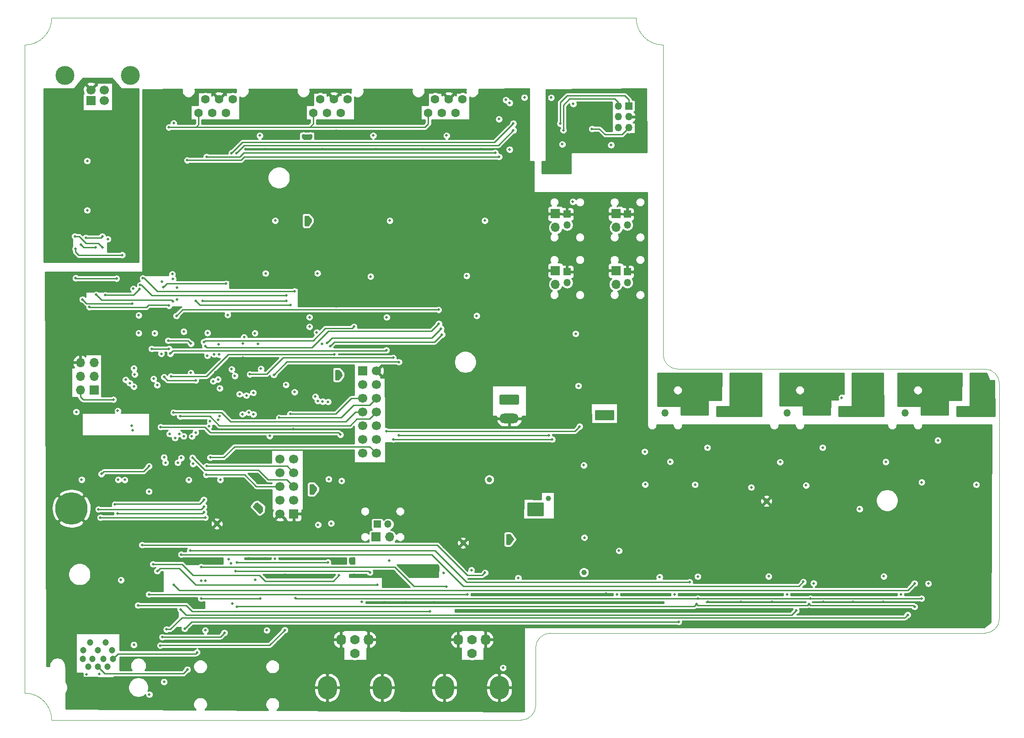
<source format=gbr>
G04 #@! TF.GenerationSoftware,KiCad,Pcbnew,(5.1.4)-1*
G04 #@! TF.CreationDate,2020-03-11T17:26:50+00:00*
G04 #@! TF.ProjectId,FPS-2_v1_revB_II,4650532d-325f-4763-915f-726576425f49,v1_revB II*
G04 #@! TF.SameCoordinates,PX4c3f880PY8011fc8*
G04 #@! TF.FileFunction,Copper,L2,Inr*
G04 #@! TF.FilePolarity,Positive*
%FSLAX46Y46*%
G04 Gerber Fmt 4.6, Leading zero omitted, Abs format (unit mm)*
G04 Created by KiCad (PCBNEW (5.1.4)-1) date 2020-03-11 17:26:50*
%MOMM*%
%LPD*%
G04 APERTURE LIST*
%ADD10C,0.120000*%
%ADD11C,1.200000*%
%ADD12O,1.350000X1.350000*%
%ADD13R,1.350000X1.350000*%
%ADD14R,1.700000X1.700000*%
%ADD15O,1.700000X1.700000*%
%ADD16C,1.600000*%
%ADD17C,1.700000*%
%ADD18C,3.500000*%
%ADD19C,0.800000*%
%ADD20C,6.000000*%
%ADD21C,1.000000*%
%ADD22O,3.600000X1.800000*%
%ADD23C,0.100000*%
%ADD24C,1.800000*%
%ADD25O,3.556000X4.318000*%
%ADD26O,1.778000X2.032000*%
%ADD27C,1.778000*%
%ADD28C,0.500000*%
%ADD29C,0.250000*%
%ADD30C,0.230000*%
%ADD31C,0.254000*%
G04 APERTURE END LIST*
D10*
X77698000Y-16208600D02*
X77698000Y-26908600D01*
X77698000Y-16208600D02*
G75*
G02X80398000Y-13508600I2700000J0D01*
G01*
X160848000Y-13508600D02*
X80398000Y-13508600D01*
X77698000Y-26908600D02*
G75*
G02X74998000Y-29608600I-2700000J0D01*
G01*
X163548000Y-10808600D02*
G75*
G02X160848000Y-13508600I-2700000J0D01*
G01*
X160848000Y35391400D02*
G75*
G02X163548000Y32691400I0J-2700000D01*
G01*
X160848000Y35391400D02*
X103998000Y35391400D01*
X163548000Y32691400D02*
X163548000Y-10808600D01*
X-11902000Y100391400D02*
X96298000Y100391400D01*
X-16902000Y-24608600D02*
X-16902000Y95391400D01*
X74998000Y-29608600D02*
X-11902000Y-29608600D01*
X103998000Y35391400D02*
G75*
G02X101298000Y38091400I0J2700000D01*
G01*
X101298000Y95391400D02*
X101298000Y38091400D01*
X-11902000Y-29608600D02*
G75*
G03X-16902000Y-24608600I-5000000J0D01*
G01*
X96298000Y100391400D02*
G75*
G03X101298000Y95391400I5000000J0D01*
G01*
X-16902000Y95391400D02*
G75*
G03X-11902000Y100391400I0J5000000D01*
G01*
D11*
X-2365500Y-18233100D03*
X-4365500Y-18233100D03*
X-3365500Y-16633100D03*
X-715500Y-16633100D03*
X-565500Y-18233100D03*
X-1615500Y-19733100D03*
X-3365500Y-19733100D03*
X-5115500Y-19733100D03*
X-6165500Y-18233100D03*
X-6065500Y-16633100D03*
X-4815500Y-15233100D03*
X-1915500Y-15233100D03*
D12*
X83502500Y62067400D03*
D13*
X83502500Y64067400D03*
D12*
X83502500Y51399400D03*
D13*
X83502500Y53399400D03*
D14*
X81343500Y64149400D03*
D15*
X81343500Y61609400D03*
D14*
X81343500Y53629400D03*
D15*
X81343500Y51089400D03*
D13*
X94970600Y84099400D03*
D12*
X92970600Y84099400D03*
X94970600Y82099400D03*
X92970600Y82099400D03*
X94970600Y80099400D03*
X92970600Y80099400D03*
D16*
X20345000Y82854800D03*
X15265000Y82854800D03*
X17805000Y82854800D03*
X16535000Y85394800D03*
X21615000Y85394800D03*
X19075000Y85394800D03*
X41617500Y82854800D03*
X36537500Y82854800D03*
X39077500Y82854800D03*
X37807500Y85394800D03*
X42887500Y85394800D03*
X40347500Y85394800D03*
X62890000Y82854800D03*
X57810000Y82854800D03*
X60350000Y82854800D03*
X59080000Y85394800D03*
X64160000Y85394800D03*
X61620000Y85394800D03*
D14*
X48133000Y4292600D03*
D15*
X50673000Y4292600D03*
D12*
X50336200Y6680200D03*
D13*
X48336200Y6680200D03*
D17*
X30358000Y18751400D03*
X32898000Y18751400D03*
X30358000Y16211400D03*
X32898000Y16211400D03*
X30358000Y13671400D03*
X32898000Y13671400D03*
X30358000Y11131400D03*
X32898000Y11131400D03*
X30358000Y8591400D03*
D14*
X32898000Y8591400D03*
X-4652000Y85091400D03*
D17*
X-2152000Y85091400D03*
X-2152000Y87091400D03*
X-4652000Y87091400D03*
D18*
X-9422000Y89801400D03*
X2618000Y89801400D03*
D19*
X-6661010Y11182390D03*
X-8252000Y11841400D03*
X-9842990Y11182390D03*
X-10502000Y9591400D03*
X-9842990Y8000410D03*
X-8252000Y7341400D03*
X-6661010Y8000410D03*
X-6002000Y9591400D03*
D20*
X-8252000Y9591400D03*
D12*
X146050000Y27235400D03*
D13*
X146050000Y29235400D03*
D12*
X124206000Y27235400D03*
D13*
X124206000Y29235400D03*
D12*
X101600000Y27235400D03*
D13*
X101600000Y29235400D03*
D21*
X80010000Y11455400D03*
X18669000Y6756400D03*
X120396000Y10947400D03*
X69088000Y14935200D03*
X64262000Y3200400D03*
X86614000Y-2260600D03*
D22*
X72798000Y26231400D03*
D23*
G36*
X74372504Y30630196D02*
G01*
X74396773Y30626596D01*
X74420571Y30620635D01*
X74443671Y30612370D01*
X74465849Y30601880D01*
X74486893Y30589267D01*
X74506598Y30574653D01*
X74524777Y30558177D01*
X74541253Y30539998D01*
X74555867Y30520293D01*
X74568480Y30499249D01*
X74578970Y30477071D01*
X74587235Y30453971D01*
X74593196Y30430173D01*
X74596796Y30405904D01*
X74598000Y30381400D01*
X74598000Y29081400D01*
X74596796Y29056896D01*
X74593196Y29032627D01*
X74587235Y29008829D01*
X74578970Y28985729D01*
X74568480Y28963551D01*
X74555867Y28942507D01*
X74541253Y28922802D01*
X74524777Y28904623D01*
X74506598Y28888147D01*
X74486893Y28873533D01*
X74465849Y28860920D01*
X74443671Y28850430D01*
X74420571Y28842165D01*
X74396773Y28836204D01*
X74372504Y28832604D01*
X74348000Y28831400D01*
X71248000Y28831400D01*
X71223496Y28832604D01*
X71199227Y28836204D01*
X71175429Y28842165D01*
X71152329Y28850430D01*
X71130151Y28860920D01*
X71109107Y28873533D01*
X71089402Y28888147D01*
X71071223Y28904623D01*
X71054747Y28922802D01*
X71040133Y28942507D01*
X71027520Y28963551D01*
X71017030Y28985729D01*
X71008765Y29008829D01*
X71002804Y29032627D01*
X70999204Y29056896D01*
X70998000Y29081400D01*
X70998000Y30381400D01*
X70999204Y30405904D01*
X71002804Y30430173D01*
X71008765Y30453971D01*
X71017030Y30477071D01*
X71027520Y30499249D01*
X71040133Y30520293D01*
X71054747Y30539998D01*
X71071223Y30558177D01*
X71089402Y30574653D01*
X71109107Y30589267D01*
X71130151Y30601880D01*
X71152329Y30612370D01*
X71175429Y30620635D01*
X71199227Y30626596D01*
X71223496Y30630196D01*
X71248000Y30631400D01*
X74348000Y30631400D01*
X74372504Y30630196D01*
X74372504Y30630196D01*
G37*
D24*
X72798000Y29731400D03*
D17*
X48188000Y19801400D03*
X45648000Y19801400D03*
X48188000Y22341400D03*
X45648000Y22341400D03*
X48188000Y24881400D03*
X45648000Y24881400D03*
X48188000Y27421400D03*
X45648000Y27421400D03*
X48188000Y29961400D03*
X45648000Y29961400D03*
X48188000Y32501400D03*
X45648000Y32501400D03*
X48188000Y35041400D03*
D14*
X45648000Y35041400D03*
D25*
X60818000Y-23598600D03*
X70978000Y-23598600D03*
D26*
X63358000Y-14708600D03*
X68438000Y-14708600D03*
D27*
X65898000Y-14708600D03*
X65898000Y-17248600D03*
D25*
X39118000Y-23598600D03*
X49278000Y-23598600D03*
D26*
X41658000Y-14708600D03*
X46738000Y-14708600D03*
D27*
X44198000Y-14708600D03*
X44198000Y-17248600D03*
D14*
X92530000Y53629400D03*
D15*
X92530000Y51089400D03*
D14*
X92570000Y64149400D03*
D15*
X92570000Y61609400D03*
D12*
X94648000Y62067400D03*
D13*
X94648000Y64067400D03*
D12*
X94648000Y51399400D03*
D13*
X94648000Y53399400D03*
D15*
X-6604000Y36601400D03*
X-4064000Y36601400D03*
X-6604000Y34061400D03*
X-4064000Y34061400D03*
X-6604000Y31521400D03*
D14*
X-4064000Y31521400D03*
D28*
X6159500Y-24866600D03*
X8890000Y-22517100D03*
X134348000Y30091400D03*
X84548000Y66391400D03*
X36118800Y13741400D03*
X36118800Y12420600D03*
X36830000Y13233400D03*
X35180500Y63424400D03*
X35180500Y62224400D03*
X35880500Y62924400D03*
X36004500Y78701900D03*
X34734500Y78701900D03*
X16518000Y-12958600D03*
X-6382000Y14921400D03*
X66754000Y45251400D03*
X74448000Y-3276600D03*
X15748000Y-3784600D03*
X16510000Y-3784600D03*
X-7366000Y27457400D03*
X-508000Y29743400D03*
X26822400Y35458400D03*
X25400000Y31013400D03*
X19304000Y14891400D03*
X78460600Y10312400D03*
X6096000Y12725400D03*
X13462000Y14891400D03*
X76581000Y10248900D03*
X3200400Y50266600D03*
X78460600Y8712200D03*
X76517500Y8597900D03*
X26398000Y9091400D03*
X25798000Y-3658600D03*
X27898000Y-12958600D03*
X65798000Y-1808600D03*
X60648000Y-2358600D03*
X7148000Y42041400D03*
X16948000Y42091400D03*
X12548000Y42341400D03*
X98000Y52166400D03*
X25908000Y10337800D03*
X25425400Y27025600D03*
X26898600Y9779000D03*
X35369500Y78066900D03*
X35814000Y43241400D03*
X35814000Y44991400D03*
X26298000Y40030400D03*
X4191000Y42062400D03*
X4191000Y45364400D03*
X77548000Y9310900D03*
X37401500Y6565900D03*
X29464000Y62890400D03*
X68262500Y62890400D03*
X50673000Y62890400D03*
X47610500Y78652900D03*
X26606500Y78638400D03*
X50088800Y44983400D03*
X1625600Y14891400D03*
X406400Y14909800D03*
X914400Y-3657600D03*
X75604600Y85688400D03*
X61188600Y78638400D03*
X72847200Y84683600D03*
X72161400Y85242400D03*
X72847200Y76047600D03*
X-7493000Y52247800D03*
X-3810000Y60477400D03*
X-1270000Y57683400D03*
X-6858000Y72161400D03*
X-1652000Y72091400D03*
X-3810000Y72161400D03*
X-2540000Y78536800D03*
X508000Y83083400D03*
X3302000Y75971400D03*
X3556000Y59715400D03*
X-12776200Y57683400D03*
X-12446000Y61239400D03*
X-12700000Y65811400D03*
X-12700000Y70129400D03*
X-12446000Y75209400D03*
X-12700000Y80289400D03*
X-12700000Y86639400D03*
X3810000Y86893400D03*
X-1270000Y66319400D03*
X-7366000Y66573400D03*
X3556000Y57175400D03*
X3556000Y62001400D03*
X3556000Y66065400D03*
X3556000Y71399400D03*
X-10160000Y72923400D03*
X-10414000Y67843400D03*
X-10414000Y63271400D03*
X1524000Y67843400D03*
X-4052000Y76491400D03*
X-6959600Y77978000D03*
X-11176000Y76733400D03*
X-10702000Y59641400D03*
X-6172200Y80822800D03*
X-7752000Y86893400D03*
X1048000Y86891400D03*
X2032000Y73431400D03*
X-508000Y60477400D03*
X2298000Y55466400D03*
X-11125200Y55753000D03*
X-8877000Y58441400D03*
X-11268000Y82575400D03*
X-3452000Y83083400D03*
X-10652000Y85291400D03*
X-6352000Y88491400D03*
X-452000Y88491400D03*
X-3352000Y88891400D03*
X-152000Y84691400D03*
X-4252000Y78591400D03*
X3352800Y78943200D03*
X3810000Y82651600D03*
X-6654800Y84353400D03*
X304800Y27660600D03*
X8382000Y38227000D03*
X8509000Y51587400D03*
X9779000Y39141400D03*
X6604000Y39141400D03*
X8763000Y50571400D03*
X20320000Y51206400D03*
X17983200Y33147000D03*
X18872200Y33477200D03*
X20675600Y45415200D03*
X14027000Y22942400D03*
X13182600Y74066400D03*
X70891400Y81686400D03*
X70891400Y74701400D03*
X6858000Y-736600D03*
X41298000Y-2758600D03*
X6959600Y33604200D03*
X7620000Y-2006600D03*
X48348000Y-4558600D03*
X7620000Y32435800D03*
X4064000Y-8356600D03*
X58098000Y-9458600D03*
X1778000Y33426400D03*
X15748000Y-1244600D03*
X61198000Y-4858600D03*
X16891000Y37871400D03*
X46990000Y-2260600D03*
X22098000Y-2006600D03*
X24548000Y27341400D03*
X39218000Y-380600D03*
X23398000Y27041400D03*
X22352000Y-381000D03*
X13843000Y34696400D03*
X16764000Y74701400D03*
X70180200Y75463400D03*
X6096000Y17424400D03*
X-2717700Y15976700D03*
X71648000Y-19908600D03*
X4826000Y2819400D03*
X2540000Y32791400D03*
X68298000Y-2308600D03*
X65024000Y-6324600D03*
X6096000Y-6324600D03*
X3302000Y32156400D03*
X50038000Y23901400D03*
X10027000Y38246400D03*
X50038000Y38887400D03*
X85809600Y24773400D03*
X51308000Y22377400D03*
X24765000Y34442400D03*
X51308000Y37490400D03*
X80721200Y22377400D03*
X52324000Y23139400D03*
X29210000Y34315400D03*
X52348000Y36691400D03*
X80111600Y23139400D03*
X37290000Y53125400D03*
X64897000Y52666900D03*
X47117000Y52539900D03*
X27686000Y53111400D03*
X162204400Y27025600D03*
X158546800Y32131000D03*
X158800800Y27051000D03*
X162204400Y31546800D03*
X156133800Y28194000D03*
X162255200Y29413200D03*
X160096200Y28575000D03*
X161188400Y33629600D03*
X158623000Y34290000D03*
X159943800Y32867600D03*
X145288000Y-6324600D03*
X124206000Y-6324600D03*
X103378000Y-6324600D03*
X92710000Y-6324600D03*
X-5334000Y73939400D03*
X-5334000Y64795400D03*
X-1524000Y59461400D03*
X-7502000Y57691400D03*
X1123000Y56516400D03*
X149138000Y14441400D03*
X127738000Y13861400D03*
X97875500Y20093900D03*
X97958000Y14041400D03*
X107188000Y13995400D03*
X117602000Y13487400D03*
X159258000Y13995400D03*
X152146000Y22191400D03*
X130810000Y20853400D03*
X109474000Y20853400D03*
X137648000Y9491400D03*
X116484400Y33477200D03*
X116916200Y28575000D03*
X113563400Y28067000D03*
X118795800Y32334200D03*
X114223800Y32029400D03*
X111582200Y27584400D03*
X115620800Y27051000D03*
X119024400Y27025600D03*
X119075200Y29413200D03*
X119100600Y34239200D03*
X114325400Y34086800D03*
X134188200Y27584400D03*
X136829800Y32029400D03*
X141630400Y31546800D03*
X135966200Y27406600D03*
X140081000Y28067000D03*
X141681200Y29413200D03*
X138226800Y27051000D03*
X141706600Y34239200D03*
X136931400Y34086800D03*
X137566400Y29006800D03*
X139014200Y33045400D03*
X141630400Y27025600D03*
X-5588000Y59715400D03*
X-2540000Y59969400D03*
X-3810000Y57937400D03*
X-6481000Y58445400D03*
X-2540000Y57937400D03*
X-7620000Y59969400D03*
X11848000Y26641400D03*
X10648000Y27352400D03*
X-2006600Y49098200D03*
X4318000Y50190400D03*
X-3683000Y49174400D03*
X10541000Y52095400D03*
X10541000Y47904400D03*
X-4952000Y46891400D03*
X9779000Y47142400D03*
X10414000Y52984400D03*
X-6223000Y48285400D03*
X3022600Y47548800D03*
X11303000Y48285400D03*
X11303000Y50444400D03*
X14732000Y48031400D03*
X32258000Y47269400D03*
X32248000Y27091400D03*
X16002000Y48031400D03*
X31496000Y48031400D03*
X31448000Y32491400D03*
X31496000Y49047400D03*
X30198000Y26391400D03*
X4445000Y50952400D03*
X33020000Y49809400D03*
X33048000Y31141400D03*
X4953000Y52222400D03*
X85598000Y32283400D03*
X85090000Y41935400D03*
X89098000Y26341400D03*
X90498000Y26941400D03*
X89048000Y27441400D03*
X91798000Y26291400D03*
X91848000Y27441400D03*
X26670000Y-7086600D03*
X15748000Y-7086600D03*
X17448000Y19041400D03*
X20066000Y-13436600D03*
X9144000Y18059400D03*
X8559800Y-14224000D03*
X31242000Y-12928600D03*
X8890000Y19055400D03*
X8191500Y-15786100D03*
X16256000Y11201400D03*
X-203200Y10337800D03*
X18186400Y38125400D03*
X16256000Y9931400D03*
X-3251200Y9423400D03*
X19050000Y38100000D03*
X16510000Y7899400D03*
X-2895600Y7899400D03*
X17411700Y25717500D03*
X16256000Y8915400D03*
X254000Y8661400D03*
X17195800Y24790400D03*
X2921000Y24917400D03*
X14732000Y23647400D03*
X14986000Y-17056100D03*
X13208000Y-20231100D03*
X14248000Y17841400D03*
X3302000Y-15659100D03*
X3048000Y24028400D03*
X41511500Y34406400D03*
X40811500Y34906400D03*
X40811500Y33706400D03*
X73198000Y3941400D03*
X72498000Y3241400D03*
X72498000Y4441400D03*
X29408000Y301400D03*
X43357800Y-76200D03*
X44018200Y-533400D03*
X43942000Y381000D03*
X50546000Y-101600D03*
X142118000Y-2978600D03*
X150378000Y-4318600D03*
X120808000Y-2978600D03*
X100618000Y-3118600D03*
X93098000Y1771400D03*
X129138000Y-4268600D03*
X142508000Y18211400D03*
X122938000Y18191400D03*
X102570500Y18238900D03*
X107696000Y-3022600D03*
X86698000Y4191400D03*
X86598000Y17591400D03*
X106172000Y-4038600D03*
X13716000Y1803400D03*
X12527000Y22966400D03*
X104140000Y-11404600D03*
X12700000Y-12674600D03*
X11684000Y23393400D03*
X127218000Y-4002600D03*
X12058564Y1062477D03*
X12058564Y18941964D03*
X11430000Y18059400D03*
X11938000Y-9118600D03*
X125918000Y-9306600D03*
X147828000Y-4292600D03*
X10668000Y-4546600D03*
X10922000Y22631400D03*
X9906000Y23393400D03*
X9321800Y-12801600D03*
X146558000Y-10108600D03*
X59748000Y43791400D03*
X16510000Y39649400D03*
X147828000Y-8610600D03*
X107442000Y-8102600D03*
X128270000Y-8102600D03*
X18872200Y25984200D03*
X149098000Y-7086600D03*
X107696000Y-7086600D03*
X128524000Y-7086600D03*
X33248000Y-7008600D03*
X28448000Y23012400D03*
X13862843Y40124361D03*
X9652000Y40665400D03*
X19198000Y31841400D03*
X20828000Y215900D03*
X118287800Y24866600D03*
X140055600Y23418800D03*
X-8636000Y-26898600D03*
X-8382000Y-22580600D03*
X40055800Y8280400D03*
X40055800Y11277600D03*
X39698000Y-12858600D03*
X24498000Y18991400D03*
X36512500Y16027400D03*
X35433000Y4787900D03*
X44018200Y-2717800D03*
X65648000Y-7823200D03*
X59055000Y-1879600D03*
X69698000Y-6358600D03*
X65998000Y-21258600D03*
X43148000Y31841400D03*
X146248000Y13491400D03*
X82169000Y55905400D03*
X80750000Y30250000D03*
X89662000Y39841400D03*
X86400000Y36291400D03*
X92887800Y19151600D03*
X84328000Y18313400D03*
X151638000Y9423400D03*
X73101200Y20193000D03*
X67564000Y25679400D03*
X93980000Y41173400D03*
X97348000Y28641400D03*
X-11684000Y33553400D03*
X85852000Y42951400D03*
X97970000Y40591400D03*
X97866000Y38201400D03*
X92456000Y43459400D03*
X40132000Y43967400D03*
X38049200Y47929800D03*
X44032000Y49391400D03*
X85598000Y8661400D03*
X82550000Y4597400D03*
X80010000Y5613400D03*
X72390000Y34061400D03*
X74218800Y48691800D03*
X84448000Y58791400D03*
X79148000Y53591400D03*
X12446000Y34823400D03*
X-12446000Y42697400D03*
X-12452000Y48466400D03*
X-9652000Y44983400D03*
X-12509500Y-18389600D03*
X-8382000Y-19278600D03*
X141859000Y24866600D03*
X6096000Y5105400D03*
X6096000Y7137400D03*
X6096000Y11201400D03*
X1397000Y44856400D03*
X23304500Y50634900D03*
X18542000Y52857400D03*
X8382000Y86639400D03*
X5588000Y86639400D03*
X5588000Y82067400D03*
X5588000Y74701400D03*
X5588000Y69621400D03*
X5588000Y64287400D03*
X5588000Y59207400D03*
X5588000Y55143400D03*
X9144000Y72415400D03*
X8890000Y66573400D03*
X8636000Y61747400D03*
X9144000Y56921400D03*
X8382000Y79019400D03*
X26314400Y86182200D03*
X46863000Y72161400D03*
X42672000Y50825400D03*
X55372000Y47142400D03*
X58166000Y51079400D03*
X113284000Y24790400D03*
X120878600Y24892000D03*
X113792000Y21107400D03*
X134620000Y21107400D03*
X156718000Y21107400D03*
X122174000Y16027400D03*
X79048000Y65291400D03*
X82042000Y67589400D03*
X157226000Y1041400D03*
X161036000Y-11531600D03*
X161290000Y-2006600D03*
X158496000Y-6832600D03*
X148844000Y-10642600D03*
X153924000Y-8864600D03*
X136652000Y1041400D03*
X144780000Y533400D03*
X140335000Y1295400D03*
X141248000Y6491400D03*
X138248000Y10791400D03*
X157226000Y6883400D03*
X157480000Y12725400D03*
X154686000Y9423400D03*
X161671000Y13614400D03*
X161671000Y8280400D03*
X161544000Y3581400D03*
X155702000Y16027400D03*
X159766000Y16027400D03*
X161671000Y18821400D03*
X133858000Y9423400D03*
X132842000Y11709400D03*
X127254000Y9423400D03*
X124206000Y9423400D03*
X121158000Y8915400D03*
X119634000Y6629400D03*
X122682000Y6883400D03*
X124448000Y1541400D03*
X121920000Y533400D03*
X119634000Y-228600D03*
X119634000Y2057400D03*
X122174000Y3327400D03*
X120142000Y4597400D03*
X131064000Y4343400D03*
X125984000Y4089400D03*
X134366000Y4089400D03*
X136652000Y7137400D03*
X136448000Y9491400D03*
X153670000Y-4546600D03*
X149098000Y-5308600D03*
X90678000Y5105400D03*
X98044000Y9169400D03*
X102870000Y9169400D03*
X102870000Y6883400D03*
X110236000Y4343400D03*
X104394000Y25400D03*
X99822000Y279400D03*
X100076000Y3073400D03*
X96266000Y3327400D03*
X90424000Y2819400D03*
X93726000Y4089400D03*
X96774000Y6121400D03*
X98552000Y4851400D03*
X99822000Y7645400D03*
X85344000Y2819400D03*
X80518000Y2819400D03*
X76454000Y5105400D03*
X70248000Y-2358600D03*
X68098000Y-758600D03*
X69850000Y2819400D03*
X66294000Y2819400D03*
X61722000Y4470400D03*
X63881000Y6248400D03*
X58547000Y6629400D03*
X69088000Y6375400D03*
X-11684000Y-14452600D03*
X-12192000Y-9880600D03*
X-11938000Y-4800600D03*
X-11938000Y279400D03*
X-11938000Y5105400D03*
X-12192000Y9677400D03*
X-12065000Y18059400D03*
X-8763000Y20853400D03*
X-12192000Y24409400D03*
X-6502400Y-8255000D03*
X-8382000Y-12166600D03*
X8890000Y-26898600D03*
X4318000Y-26898600D03*
X762000Y-24104600D03*
X13462000Y4089400D03*
X25146000Y6629400D03*
X4572000Y-10388600D03*
X4572000Y-15722600D03*
X22098000Y-26390600D03*
X21590000Y-20548600D03*
X22352000Y-22580600D03*
X22606000Y-16992600D03*
X9652000Y-18262600D03*
X22606000Y-13944600D03*
X26924000Y-13944600D03*
X31242000Y-24866600D03*
X28194000Y-16738600D03*
X44548000Y-21008600D03*
X54498000Y-21108600D03*
X61398000Y-18808600D03*
X74676000Y-26898600D03*
X74676000Y-19024600D03*
X74930000Y-12293600D03*
X70548000Y-13058600D03*
X64548000Y-12758600D03*
X49598000Y-13258600D03*
X50038000Y-16738600D03*
X54864000Y-16738600D03*
X59182000Y-16738600D03*
X53086000Y-14452600D03*
X57404000Y-13690600D03*
X38498000Y-18308600D03*
X42848000Y-12808600D03*
X36068000Y-12928600D03*
X36576000Y-16230600D03*
X97282000Y25425400D03*
X94234000Y25425400D03*
X97790000Y45237400D03*
X96266000Y57683400D03*
X51054000Y86385400D03*
X58166000Y86944200D03*
X29972000Y81559400D03*
X54356000Y82702400D03*
X42672000Y72669400D03*
X72898000Y68160900D03*
X72946000Y62155400D03*
X72946000Y57075400D03*
X72876000Y53011400D03*
X70459600Y49758600D03*
X68834000Y45491400D03*
X69342000Y41935400D03*
X69342000Y37109400D03*
X69342000Y31267400D03*
X68148000Y33091400D03*
X62748000Y32791400D03*
X58166000Y31775400D03*
X54864000Y35077400D03*
X54948000Y39291400D03*
X58166000Y36093400D03*
X60960000Y39141400D03*
X66248000Y41391400D03*
X66421000Y59842400D03*
X69342000Y52603400D03*
X68834000Y55651400D03*
X69215000Y72796400D03*
X69532500Y69557900D03*
X78740000Y50571400D03*
X70231000Y60350400D03*
X78748000Y47891400D03*
X82042000Y48031400D03*
X84455000Y48158400D03*
X84328000Y43840400D03*
X86868000Y45339000D03*
X89535000Y46253400D03*
X94869000Y48412400D03*
X87648000Y63991400D03*
X81248000Y42443400D03*
X75057000Y33299400D03*
X75692000Y44475400D03*
X79248000Y45191400D03*
X57658000Y19329400D03*
X52578000Y16408400D03*
X46863000Y16408400D03*
X-9652000Y-7008600D03*
X-9398000Y13614400D03*
X-6096000Y22377400D03*
X-6223000Y19075400D03*
X10668000Y25552400D03*
X10033000Y29108400D03*
X8382000Y30632400D03*
X9652000Y32410400D03*
X56261000Y14757400D03*
X50139600Y17907000D03*
X54864000Y28727400D03*
X53594000Y18821400D03*
X37693600Y14046200D03*
X80264000Y-12166600D03*
X85344000Y-12166600D03*
X90297000Y-12166600D03*
X94615000Y-12166600D03*
X98679000Y-12166600D03*
X103378000Y-12166600D03*
X108204000Y-12166600D03*
X113157000Y-12166600D03*
X118745000Y-12166600D03*
X124079000Y-12166600D03*
X130683000Y-12166600D03*
X135763000Y-12166600D03*
X141097000Y-12166600D03*
X146177000Y-12166600D03*
X151638000Y-12166600D03*
X157353000Y-12039600D03*
X161671000Y-6705600D03*
X158750000Y22631400D03*
X150241000Y18440400D03*
X142367000Y16154400D03*
X146177000Y16027400D03*
X134175500Y15646400D03*
X137414000Y15900400D03*
X115951000Y15900400D03*
X104902000Y15646400D03*
X108966000Y18948400D03*
X100965000Y16027400D03*
X95250000Y16281400D03*
X89916000Y8915400D03*
X84709000Y13487400D03*
X102743000Y21107400D03*
X99060000Y21107400D03*
X100584000Y18948400D03*
X124358400Y21107400D03*
X120269000Y21107400D03*
X117221000Y21107400D03*
X119253000Y18821400D03*
X135128000Y19075400D03*
X138938000Y21234400D03*
X144272000Y21234400D03*
X149606000Y23647400D03*
X147574000Y9423400D03*
X138348000Y13491400D03*
X144448000Y7091400D03*
X141605000Y3581400D03*
X114300000Y6121400D03*
X116078000Y8407400D03*
X115697000Y13360400D03*
X119634000Y13487400D03*
X123571000Y13487400D03*
X100584000Y13360400D03*
X95123000Y13487400D03*
X91186000Y16408400D03*
X75438000Y21361400D03*
X65659000Y19964400D03*
X25248000Y15491400D03*
X21548000Y10441400D03*
X21463000Y5232400D03*
X18796000Y8534400D03*
X18669000Y3962400D03*
X13589000Y7137400D03*
X13589000Y12598400D03*
X19304000Y12852400D03*
X18542000Y-101600D03*
X16383000Y5486400D03*
X44450000Y-25628600D03*
X55626000Y-27152600D03*
X8509000Y26822400D03*
X8382000Y23266400D03*
X101346000Y24790400D03*
X108331000Y21107400D03*
X87071200Y26797000D03*
X83058000Y26644600D03*
X22400000Y-8600000D03*
X76327000Y29997400D03*
X57785000Y21488400D03*
X57912000Y24917400D03*
X58674000Y27584400D03*
X62230000Y26591400D03*
X65659000Y17805400D03*
X78948000Y19491400D03*
X69342000Y16662400D03*
X78948000Y14591400D03*
X81280000Y11455400D03*
X78548000Y11691400D03*
X73398000Y6491400D03*
X63373000Y14249400D03*
X59298000Y14091400D03*
X65913000Y15011400D03*
X25146000Y37109400D03*
X18669000Y44856400D03*
X15298000Y43466400D03*
X23495000Y44602400D03*
X-1651000Y37617400D03*
X1879600Y35483800D03*
X33020000Y54254400D03*
X40767000Y47015400D03*
X14859000Y53492400D03*
X28194000Y58191400D03*
X85852000Y30759400D03*
X95123000Y30886400D03*
X94996000Y33934400D03*
X90424000Y36474400D03*
X78848000Y24991400D03*
X89535000Y31013400D03*
X91440000Y32537400D03*
X96774000Y-7823200D03*
X100711000Y-7823200D03*
X100838000Y-6324600D03*
X98171000Y-6451600D03*
X109601000Y-7721600D03*
X108585000Y-9245600D03*
X98933000Y-9372600D03*
X113538000Y-9245600D03*
X119380000Y-9245600D03*
X124460000Y-9118600D03*
X121412000Y-7721600D03*
X115697000Y-7721600D03*
X108712000Y-6324600D03*
X114681000Y-6324600D03*
X120904000Y-6324600D03*
X128651000Y-9499600D03*
X134239000Y-9499600D03*
X139446000Y-9499600D03*
X144780000Y-9499600D03*
X130937000Y-7721600D03*
X136398000Y-7721600D03*
X141986000Y-7721600D03*
X141732000Y-6324600D03*
X134493000Y-6324600D03*
X111506000Y-3657600D03*
X115697000Y-3784600D03*
X139954000Y-4165600D03*
X132588000Y-4546600D03*
X136525000Y-4038600D03*
X88011000Y-9372600D03*
X79883000Y-9372600D03*
X73025000Y-9372600D03*
X69215000Y-9372600D03*
X83947000Y-7823200D03*
X90678000Y-6197600D03*
X80645000Y-6324600D03*
X74168000Y-6324600D03*
X53721000Y-4800600D03*
X52070000Y-2895600D03*
X49657000Y-2133600D03*
X94361000Y-9372600D03*
X79883000Y-609600D03*
X73152000Y12725400D03*
X73075800Y16052800D03*
X14605000Y31775400D03*
X14351000Y29362400D03*
X12446000Y31140400D03*
X55499000Y-2768600D03*
X65913000Y-26009600D03*
X5080000Y1168400D03*
X5080000Y-2387600D03*
X3810000Y30251400D03*
X-2159000Y31521400D03*
X-762000Y35585400D03*
X1066800Y32283400D03*
X1270000Y28346400D03*
X23495000Y37490400D03*
X23495000Y33807400D03*
X10668000Y-9118600D03*
X7239000Y-4800600D03*
X10922000Y-7467600D03*
X63119000Y-9372600D03*
X12242800Y25400D03*
X76898500Y-3086100D03*
X1143000Y22567900D03*
X19494500Y-24803100D03*
X9207500Y-24739600D03*
X17780000Y-22834600D03*
X8890000Y-19850100D03*
X13843000Y-22517100D03*
X-2794000Y-26390600D03*
X-3619500Y-23469600D03*
X-2540000Y10947400D03*
X48818800Y55118000D03*
X51460400Y59156600D03*
X53949600Y57581800D03*
X19075400Y55092600D03*
X75819000Y39395400D03*
X9207500Y-16548100D03*
X914400Y-18643600D03*
X130581400Y23444200D03*
X129336800Y21158200D03*
X131148000Y9391400D03*
X110148000Y9391400D03*
X78548000Y58391400D03*
X81048000Y39591400D03*
X76648000Y51991400D03*
X75844400Y55702200D03*
X76548000Y59591400D03*
X75780900Y63093600D03*
X75869800Y65925700D03*
X135748000Y13391400D03*
X-7152000Y4491400D03*
X39648000Y66691400D03*
X14938000Y57429400D03*
X14298000Y25791400D03*
X28248000Y37041400D03*
X19248000Y30841400D03*
X17248000Y22591400D03*
X19198000Y26641400D03*
X27635200Y330200D03*
X18998000Y39991400D03*
X49657000Y-7797800D03*
X76835000Y-7823200D03*
X69748000Y-7823200D03*
X53594000Y-7797800D03*
X91598000Y21741400D03*
X89250000Y22750000D03*
X132098000Y-1408600D03*
X132998000Y-3308600D03*
X124798000Y-808600D03*
X97748000Y32091400D03*
X140648000Y19091400D03*
X85048000Y16841400D03*
X26748000Y-18608600D03*
X34248000Y-21308600D03*
X27798000Y-23058600D03*
X69998000Y-17508600D03*
X58898000Y-7808600D03*
X62890400Y-7823200D03*
X-9252000Y48991400D03*
X-3835400Y53041400D03*
X-12002000Y52641400D03*
X4223000Y53041400D03*
X13208000Y23647400D03*
X32766000Y24282400D03*
X38100000Y19075400D03*
X41656000Y18821400D03*
X41656000Y16154400D03*
X55372000Y11201400D03*
X42545000Y9169400D03*
X56261000Y3479800D03*
X43053000Y3708400D03*
X24003000Y3708400D03*
X31877000Y3708400D03*
X51181000Y11226800D03*
X54229000Y9169400D03*
X51943000Y7391400D03*
X55245000Y7899400D03*
X62992000Y660400D03*
X72898000Y-2514600D03*
X52705000Y-1117600D03*
X24612600Y330200D03*
X11480800Y46431200D03*
X36779200Y11430000D03*
X46939200Y11226800D03*
X41910000Y11328400D03*
X38036500Y4279900D03*
X2413000Y4038600D03*
X2387600Y-4673600D03*
X2413000Y-2616200D03*
X2463800Y-12700000D03*
X1143000Y-16179800D03*
X2286000Y-20116800D03*
X5765800Y-20091400D03*
X-3352800Y-12522200D03*
X-5892800Y-13004800D03*
X-3124200Y-21107400D03*
X-5511800Y-21183600D03*
X43332400Y19354800D03*
X43281600Y16205200D03*
X41275000Y-482600D03*
X42291000Y24155400D03*
X35179000Y13360400D03*
X39992300Y31877000D03*
X40055800Y30264100D03*
X36283900Y35941000D03*
X36296600Y33566100D03*
X34124900Y34696400D03*
X27355800Y11823700D03*
X25438100Y12242800D03*
X23926800Y10096500D03*
X23977600Y13906500D03*
X161747200Y23444200D03*
X-1905000Y22631400D03*
X40767000Y79527400D03*
X12319000Y58953400D03*
X6096000Y15646400D03*
X67310000Y4724400D03*
X66040000Y8280400D03*
X63550800Y80238600D03*
X15192000Y67349400D03*
X39878000Y54381400D03*
X30124400Y55803800D03*
X61264800Y51282600D03*
X34137600Y45643800D03*
X34239200Y50063400D03*
X42113200Y39547800D03*
X88138000Y21005800D03*
X31940500Y59905900D03*
X36766500Y72224900D03*
X37973000Y68224400D03*
X49212500Y68541900D03*
X53784500Y70510400D03*
X54292500Y65811400D03*
X65151000Y68986400D03*
X64389000Y73494900D03*
X51562000Y73621900D03*
X12700000Y79019400D03*
X12065000Y70764400D03*
X12065000Y63779400D03*
X14287500Y63588900D03*
X15684500Y60540900D03*
X24765000Y60350400D03*
X33655000Y64541400D03*
X19050000Y71843900D03*
X15303500Y72986900D03*
X40068500Y71907400D03*
X56705500Y71716900D03*
X56324500Y73812400D03*
X52451000Y49999900D03*
X54419500Y51904900D03*
X46545500Y60350400D03*
X40449500Y58191400D03*
X37909500Y55016400D03*
X36449000Y58000900D03*
X38163500Y61175900D03*
X36449000Y64795400D03*
X25844500Y73431400D03*
X25781000Y68287900D03*
X59182000Y80225900D03*
X68834000Y86448900D03*
X29210000Y27203400D03*
X28892500Y32791400D03*
X39497000Y27838400D03*
X38100000Y-2768600D03*
X31305500Y-2705100D03*
X46482000Y-7848600D03*
X55562500Y-1117600D03*
X51498500Y-4800600D03*
X49593500Y-4610100D03*
X17145000Y-17056100D03*
X13081000Y-16548100D03*
X15684500Y-8420100D03*
X21285200Y-584200D03*
X12090400Y-13385800D03*
X50139600Y21412200D03*
X-3251200Y28676600D03*
X-10007600Y28930600D03*
X6096000Y19126200D03*
X5791200Y35941000D03*
X31343600Y30556200D03*
X28498800Y43865800D03*
X21488400Y19075400D03*
X17272000Y31115000D03*
X23520400Y40106600D03*
X2946400Y38176200D03*
X3708400Y40716200D03*
X42773600Y81356200D03*
X14325600Y81407000D03*
X16560800Y81407000D03*
X37642800Y81356200D03*
X18745200Y81407000D03*
X40487600Y81407000D03*
X24282400Y82169000D03*
X45770800Y82473800D03*
X50495200Y81864200D03*
X48514000Y84302600D03*
X28448000Y84201000D03*
X34442400Y85217000D03*
X54102000Y85471000D03*
X37236400Y86893400D03*
X9347200Y84201000D03*
X21336000Y21513800D03*
X6096000Y21717000D03*
X1574800Y17856200D03*
X1574800Y19481800D03*
X-457200Y-13385800D03*
X1828800Y-8610600D03*
X1066800Y-1143000D03*
X1574800Y6883400D03*
X1270000Y1803400D03*
X-4876800Y2463800D03*
X87503000Y66954400D03*
X97790000Y67843400D03*
X94742000Y66700400D03*
X90297000Y66700400D03*
X76708000Y69875400D03*
X74803000Y72796400D03*
X74422000Y86766400D03*
X76200000Y74447400D03*
X72771000Y39141400D03*
X72771000Y44602400D03*
X73736200Y82854800D03*
X73685400Y83947000D03*
X18364200Y34798000D03*
X22631400Y72110600D03*
X20751800Y52349400D03*
X38227000Y76149200D03*
X56769000Y76123800D03*
X27609800Y76149200D03*
X23977600Y76123800D03*
X14020800Y76555600D03*
X30556200Y79451200D03*
X67564000Y76149200D03*
X48133000Y76149200D03*
X62407800Y21590000D03*
X62382400Y19456400D03*
X70002400Y21285200D03*
X94437200Y9652000D03*
X157581600Y9525000D03*
X128295400Y23622000D03*
X152222200Y23444200D03*
X113563400Y18999200D03*
X1905000Y52476400D03*
X16535400Y-14986000D03*
X12242800Y-14960600D03*
X-8274200Y53041400D03*
X-1143000Y53035200D03*
X2235200Y11201400D03*
X80500000Y35000000D03*
X28100000Y-2900000D03*
X-8600000Y42600000D03*
X-400000Y40100000D03*
X-10900000Y37800000D03*
X45529500Y-7721600D03*
X21540000Y-8000000D03*
X100863400Y31369000D03*
X111429800Y34010600D03*
X111556800Y30048200D03*
X105054400Y27203400D03*
X109238000Y27781400D03*
X104089200Y29464000D03*
X105816400Y32004000D03*
X104216200Y33883600D03*
X107873800Y33985200D03*
X107048000Y28891400D03*
X101498400Y34086800D03*
X129641600Y28778200D03*
X126720600Y29489400D03*
X131869400Y27806800D03*
X123571000Y32181800D03*
X134061200Y34036000D03*
X128447800Y31851600D03*
X124129800Y34112200D03*
X130505200Y34010600D03*
X127748000Y27291400D03*
X126848000Y34091400D03*
X148539200Y29464000D03*
X155879800Y34010600D03*
X155905200Y30353000D03*
X148666200Y33883600D03*
X152323800Y33985200D03*
X145948400Y34086800D03*
X149504400Y27203400D03*
X153688000Y27781400D03*
X150444200Y31292800D03*
X145389600Y32156400D03*
X152120600Y28194000D03*
X16256000Y40411400D03*
X44043600Y43256200D03*
X22860000Y30759400D03*
X23698000Y41291400D03*
X24130000Y30505400D03*
X25698000Y42041400D03*
X36898000Y30291400D03*
X37148000Y42191400D03*
X38098000Y40091400D03*
X37325300Y29514800D03*
X60148000Y42891400D03*
X38248000Y29391400D03*
X39048000Y40191400D03*
X39624000Y39649400D03*
X60348000Y41791400D03*
X39243000Y29324300D03*
X16764000Y17424400D03*
X16698000Y15841400D03*
X14148000Y18991400D03*
X39370000Y15011400D03*
X39814500Y6819900D03*
X41757600Y14681200D03*
X8255000Y24663400D03*
X41529000Y23266400D03*
X9779000Y80162400D03*
X3302000Y35534600D03*
X11176000Y45237400D03*
X59690000Y46380400D03*
X10668000Y80924400D03*
X3454400Y34417000D03*
X10160000Y34061400D03*
X40449500Y38125400D03*
X14732000Y33299400D03*
X8890000Y33934400D03*
X80554600Y85660000D03*
X82600800Y77038200D03*
X84632800Y84505800D03*
X91643200Y76885800D03*
X79629000Y72161400D03*
X82677000Y72669400D03*
X84531200Y78714600D03*
X97409000Y77876400D03*
X97663000Y86766400D03*
X93980000Y86893400D03*
X90932000Y84226400D03*
X83947000Y83210400D03*
X81661000Y86131400D03*
X85725000Y86766400D03*
X86233000Y76860400D03*
X97917000Y82321400D03*
X81407000Y74828400D03*
X89865200Y86893400D03*
X86664800Y80162400D03*
X90805000Y81102200D03*
X89382600Y82423000D03*
X82626200Y78663800D03*
X83718400Y80162400D03*
X90805000Y75717400D03*
X97332800Y75971400D03*
X83820000Y75641200D03*
X94538800Y77393800D03*
X88120400Y79865400D03*
X82804000Y79629000D03*
X82219800Y80873600D03*
X73558400Y79603600D03*
X21996400Y34137600D03*
X22326600Y75387200D03*
X21399500Y35369500D03*
X73533000Y80873600D03*
X21386800Y75387200D03*
D29*
X-508000Y29743400D02*
X-6096000Y29743400D01*
X-6604000Y30251400D02*
X-6604000Y31521400D01*
X-6096000Y29743400D02*
X-6604000Y30251400D01*
X72821800Y76073000D02*
X72847200Y76047600D01*
X73000Y52191400D02*
X98000Y52166400D01*
X-7436600Y52191400D02*
X73000Y52191400D01*
X-7493000Y52247800D02*
X-7436600Y52191400D01*
X6604000Y39141400D02*
X9779000Y39141400D01*
X9398000Y51206400D02*
X8763000Y50571400D01*
X20320000Y51206400D02*
X9398000Y51206400D01*
X23114000Y74066400D02*
X13182600Y74066400D01*
X23749000Y74701400D02*
X23114000Y74066400D01*
X70891400Y74701400D02*
X23749000Y74701400D01*
X12192000Y-736600D02*
X6858000Y-736600D01*
X14224000Y-2768600D02*
X12192000Y-736600D01*
X26543000Y-2768600D02*
X14224000Y-2768600D01*
X27622500Y-3848100D02*
X26543000Y-2768600D01*
X41298000Y-2758600D02*
X40208500Y-3848100D01*
X40208500Y-3848100D02*
X27622500Y-3848100D01*
X48348000Y-4558600D02*
X48336000Y-4546600D01*
X48336000Y-4546600D02*
X14732000Y-4546600D01*
X14732000Y-4546600D02*
X11684000Y-1498600D01*
X8128000Y-1498600D02*
X7620000Y-2006600D01*
X11684000Y-1498600D02*
X8128000Y-1498600D01*
X12954000Y-8356600D02*
X4064000Y-8356600D01*
X58098000Y-9458600D02*
X14056000Y-9458600D01*
X14056000Y-9458600D02*
X12954000Y-8356600D01*
X61198000Y-4858600D02*
X61140000Y-4800600D01*
X51562000Y-1244600D02*
X15748000Y-1244600D01*
X61140000Y-4800600D02*
X55118000Y-4800600D01*
X55118000Y-4800600D02*
X51562000Y-1244600D01*
X46736000Y-2006600D02*
X46990000Y-2260600D01*
X22098000Y-2006600D02*
X46736000Y-2006600D01*
X22352400Y-380600D02*
X39218000Y-380600D01*
X22352000Y-381000D02*
X22352400Y-380600D01*
X22860000Y74701400D02*
X16764000Y74701400D01*
X23622000Y75463400D02*
X22860000Y74701400D01*
X70180200Y75463400D02*
X23622000Y75463400D01*
X5080000Y16408400D02*
X6096000Y17424400D01*
X-2286000Y16408400D02*
X5080000Y16408400D01*
X-2717700Y15976700D02*
X-2286000Y16408400D01*
X65064000Y-2808600D02*
X59436000Y2819400D01*
X68298000Y-2308600D02*
X67798000Y-2808600D01*
X59436000Y2819400D02*
X4826000Y2819400D01*
X67798000Y-2808600D02*
X65064000Y-2808600D01*
X6096000Y-6324600D02*
X13208000Y-6324600D01*
X13208000Y-6324600D02*
X65024000Y-6324600D01*
X10541000Y38760400D02*
X10027000Y38246400D01*
X50038000Y38887400D02*
X49911000Y38760400D01*
X49911000Y38760400D02*
X10541000Y38760400D01*
X84937600Y23901400D02*
X50038000Y23901400D01*
X85809600Y24773400D02*
X84937600Y23901400D01*
X27849000Y34442400D02*
X24765000Y34442400D01*
X30897000Y37490400D02*
X27849000Y34442400D01*
X51308000Y37490400D02*
X30897000Y37490400D01*
X51308000Y22377400D02*
X80721200Y22377400D01*
X31636000Y36741400D02*
X29210000Y34315400D01*
X52348000Y36691400D02*
X52298000Y36741400D01*
X52298000Y36741400D02*
X31636000Y36741400D01*
X52324000Y23139400D02*
X80111600Y23139400D01*
X-7502000Y57091400D02*
X-7502000Y57691400D01*
X1123000Y56516400D02*
X1098000Y56491400D01*
X-6902000Y56491400D02*
X-7502000Y57091400D01*
X1098000Y56491400D02*
X-6902000Y56491400D01*
X-2794000Y59715400D02*
X-5588000Y59715400D01*
X-2540000Y59969400D02*
X-2794000Y59715400D01*
X-5973000Y57937400D02*
X-3810000Y57937400D01*
X-6481000Y58445400D02*
X-5973000Y57937400D01*
X-3302000Y58699400D02*
X-2540000Y57937400D01*
X-5588000Y58699400D02*
X-3302000Y58699400D01*
X-7620000Y59969400D02*
X-6858000Y59969400D01*
X-6858000Y59969400D02*
X-5588000Y58699400D01*
X46908000Y26141400D02*
X48188000Y27421400D01*
X44548000Y26141400D02*
X46908000Y26141400D01*
X43348000Y24941400D02*
X44548000Y26141400D01*
X19051400Y24941400D02*
X43348000Y24941400D01*
X11848000Y26641400D02*
X17351400Y26641400D01*
X17351400Y26641400D02*
X19051400Y24941400D01*
X42548000Y25691400D02*
X44278000Y27421400D01*
X21198000Y25691400D02*
X42548000Y25691400D01*
X44278000Y27421400D02*
X45648000Y27421400D01*
X10648000Y27352400D02*
X19537000Y27352400D01*
X19537000Y27352400D02*
X21198000Y25691400D01*
X3225800Y49098200D02*
X-2006600Y49098200D01*
X4318000Y50190400D02*
X3225800Y49098200D01*
X-2717800Y48209200D02*
X-3683000Y49174400D01*
X10236200Y48209200D02*
X-2717800Y48209200D01*
X10541000Y47904400D02*
X10236200Y48209200D01*
X-4902000Y46841400D02*
X-4952000Y46891400D01*
X5591800Y46841400D02*
X-4902000Y46841400D01*
X6019800Y47269400D02*
X5591800Y46841400D01*
X9652000Y47269400D02*
X6019800Y47269400D01*
X9779000Y47142400D02*
X9652000Y47269400D01*
X-5486400Y47548800D02*
X3022600Y47548800D01*
X-6223000Y48285400D02*
X-5486400Y47548800D01*
X15494000Y47269400D02*
X14732000Y48031400D01*
X32258000Y47269400D02*
X15494000Y47269400D01*
X43568000Y29961400D02*
X45648000Y29961400D01*
X32248000Y27091400D02*
X40698000Y27091400D01*
X40698000Y27091400D02*
X43568000Y29961400D01*
X31496000Y48031400D02*
X16002000Y48031400D01*
X43948000Y28691400D02*
X46918000Y28691400D01*
X46918000Y28691400D02*
X48188000Y29961400D01*
X41648000Y26391400D02*
X43948000Y28691400D01*
X30198000Y26391400D02*
X41648000Y26391400D01*
X6604000Y49047400D02*
X31496000Y49047400D01*
X4699000Y50952400D02*
X6604000Y49047400D01*
X4445000Y50952400D02*
X4699000Y50952400D01*
X7620000Y49809400D02*
X33020000Y49809400D01*
X5207000Y52222400D02*
X7620000Y49809400D01*
X4953000Y52222400D02*
X5207000Y52222400D01*
X15748000Y-7086600D02*
X26670000Y-7086600D01*
X46948000Y21041400D02*
X48188000Y19801400D01*
X21930400Y21041400D02*
X46948000Y21041400D01*
X17448000Y19041400D02*
X19930400Y19041400D01*
X19930400Y19041400D02*
X21930400Y21041400D01*
X8559800Y-14224000D02*
X8585200Y-14198600D01*
X8585200Y-14198600D02*
X19304000Y-14198600D01*
X19304000Y-14198600D02*
X20066000Y-13436600D01*
X28422600Y-15748000D02*
X31242000Y-12928600D01*
X8229600Y-15748000D02*
X28422600Y-15748000D01*
X8191500Y-15786100D02*
X8229600Y-15748000D01*
X-203200Y10337800D02*
X-101600Y10439400D01*
X-101600Y10439400D02*
X15494000Y10439400D01*
X15494000Y10439400D02*
X16256000Y11201400D01*
X-3251200Y9423400D02*
X15748000Y9423400D01*
X15748000Y9423400D02*
X16256000Y9931400D01*
X-2895600Y7899400D02*
X16510000Y7899400D01*
X16002000Y8661400D02*
X16256000Y8915400D01*
X254000Y8661400D02*
X16002000Y8661400D01*
X357500Y-17310100D02*
X-565500Y-18233100D01*
X14732000Y-17310100D02*
X357500Y-17310100D01*
X14986000Y-17056100D02*
X14732000Y-17310100D01*
X12446000Y-20993100D02*
X-2105500Y-20993100D01*
X-2105500Y-20993100D02*
X-3365500Y-19733100D01*
X13208000Y-20231100D02*
X12446000Y-20993100D01*
X64897000Y-4038600D02*
X106172000Y-4038600D01*
X13716000Y1803400D02*
X59055000Y1803400D01*
X59055000Y1803400D02*
X64897000Y-4038600D01*
X13970000Y-11404600D02*
X12700000Y-12674600D01*
X104140000Y-11404600D02*
X13970000Y-11404600D01*
X126420000Y-4800600D02*
X127218000Y-4002600D01*
X64262000Y-4800600D02*
X126420000Y-4800600D01*
X58420000Y1041400D02*
X64262000Y-4800600D01*
X12058564Y1062477D02*
X12079641Y1041400D01*
X12079641Y1041400D02*
X58420000Y1041400D01*
X12954000Y-10134600D02*
X11938000Y-9118600D01*
X125090000Y-10134600D02*
X12954000Y-10134600D01*
X125918000Y-9306600D02*
X125090000Y-10134600D01*
X146558000Y-5562600D02*
X147828000Y-4292600D01*
X10668000Y-4546600D02*
X11684000Y-5562600D01*
X11684000Y-5562600D02*
X146558000Y-5562600D01*
X10033000Y-12801600D02*
X9321800Y-12801600D01*
X146558000Y-10108600D02*
X146024000Y-10642600D01*
X12192000Y-10642600D02*
X10033000Y-12801600D01*
X146024000Y-10642600D02*
X12192000Y-10642600D01*
X58400000Y42443400D02*
X59748000Y43791400D01*
X16764000Y39395400D02*
X36302000Y39395400D01*
X16510000Y39649400D02*
X16764000Y39395400D01*
X36302000Y39395400D02*
X39350000Y42443400D01*
X39350000Y42443400D02*
X58400000Y42443400D01*
X128524000Y-8356600D02*
X128270000Y-8102600D01*
X147828000Y-8610600D02*
X147574000Y-8356600D01*
X147574000Y-8356600D02*
X128524000Y-8356600D01*
X107696000Y-8356600D02*
X107442000Y-8102600D01*
X128270000Y-8102600D02*
X128016000Y-8356600D01*
X128016000Y-8356600D02*
X107696000Y-8356600D01*
X149098000Y-7086600D02*
X147066000Y-7086600D01*
X147066000Y-7086600D02*
X128524000Y-7086600D01*
X128524000Y-7086600D02*
X107696000Y-7086600D01*
X34290000Y-7086600D02*
X34290000Y-7086600D01*
X107696000Y-7086600D02*
X33326000Y-7086600D01*
X33326000Y-7086600D02*
X33248000Y-7008600D01*
X9652000Y40665400D02*
X13321804Y40665400D01*
X13321804Y40665400D02*
X13862843Y40124361D01*
X22400000Y-8600000D02*
X22491400Y-8508600D01*
X22491400Y-8508600D02*
X107036000Y-8508600D01*
X107036000Y-8508600D02*
X107442000Y-8102600D01*
X16536000Y40691400D02*
X16256000Y40411400D01*
X36498000Y40691400D02*
X16536000Y40691400D01*
X44043600Y43256200D02*
X43738800Y42951400D01*
X43738800Y42951400D02*
X38758000Y42951400D01*
X38758000Y42951400D02*
X36498000Y40691400D01*
X39048000Y40191400D02*
X40030000Y41173400D01*
X58430000Y41173400D02*
X60148000Y42891400D01*
X40030000Y41173400D02*
X58430000Y41173400D01*
X40386000Y40411400D02*
X39624000Y39649400D01*
X60348000Y41791400D02*
X58968000Y40411400D01*
X58968000Y40411400D02*
X40386000Y40411400D01*
X31668000Y17441400D02*
X32898000Y16211400D01*
X16781000Y17441400D02*
X31668000Y17441400D01*
X16764000Y17424400D02*
X16781000Y17441400D01*
X25968000Y13671400D02*
X30358000Y13671400D01*
X23798000Y15841400D02*
X25968000Y13671400D01*
X16698000Y15841400D02*
X23798000Y15841400D01*
X31628000Y14941400D02*
X32898000Y13671400D01*
X26398000Y16691400D02*
X28148000Y14941400D01*
X28148000Y14941400D02*
X31628000Y14941400D01*
X14148000Y18991400D02*
X16448000Y16691400D01*
X16448000Y16691400D02*
X26398000Y16691400D01*
X16433800Y24663400D02*
X8255000Y24663400D01*
X17449800Y23647400D02*
X16433800Y24663400D01*
X41529000Y23266400D02*
X41148000Y23647400D01*
X41148000Y23647400D02*
X17449800Y23647400D01*
X9779000Y80162400D02*
X9779000Y80162400D01*
X15265000Y80631900D02*
X15265000Y82854800D01*
X14795500Y80162400D02*
X15265000Y80631900D01*
X36537500Y80822400D02*
X36537500Y82854800D01*
X35877500Y80162400D02*
X36537500Y80822400D01*
X16002000Y80162400D02*
X9779000Y80162400D01*
X57150000Y80162400D02*
X16002000Y80162400D01*
X57810000Y82854800D02*
X57810000Y80822400D01*
X57810000Y80822400D02*
X57150000Y80162400D01*
D30*
X12319000Y46380400D02*
X11176000Y45237400D01*
X59690000Y46380400D02*
X12319000Y46380400D01*
D29*
X16738600Y34061400D02*
X10160000Y34061400D01*
X40449500Y38125400D02*
X20802600Y38125400D01*
X20802600Y38125400D02*
X16738600Y34061400D01*
X9525000Y33299400D02*
X8890000Y33934400D01*
X14732000Y33299400D02*
X9525000Y33299400D01*
X8890000Y33934400D02*
X8890000Y33934400D01*
D30*
X93687400Y78816200D02*
X94970600Y80099400D01*
X90525600Y78816200D02*
X93687400Y78816200D01*
X88120400Y79865400D02*
X89476400Y79865400D01*
X89476400Y79865400D02*
X90525600Y78816200D01*
X92970600Y84804000D02*
X92970600Y84099400D01*
X92354400Y85420200D02*
X92970600Y84804000D01*
X83972400Y85420200D02*
X92354400Y85420200D01*
X82804000Y79629000D02*
X82804000Y84251800D01*
X82804000Y84251800D02*
X83972400Y85420200D01*
X94970600Y85242400D02*
X94970600Y84099400D01*
X94183200Y86029800D02*
X94970600Y85242400D01*
X83515200Y86029800D02*
X94183200Y86029800D01*
X82219800Y80873600D02*
X82219800Y84734400D01*
X82219800Y84734400D02*
X83515200Y86029800D01*
X70789800Y76835000D02*
X73558400Y79603600D01*
X23774400Y76835000D02*
X70789800Y76835000D01*
X22326600Y75387200D02*
X23774400Y76835000D01*
X70053200Y77393800D02*
X73533000Y80873600D01*
X23393400Y77393800D02*
X70053200Y77393800D01*
X21386800Y75387200D02*
X23393400Y77393800D01*
D31*
G36*
X92075000Y26060400D02*
G01*
X88773000Y26060400D01*
X88773000Y27714400D01*
X92075000Y27714400D01*
X92075000Y26060400D01*
X92075000Y26060400D01*
G37*
X92075000Y26060400D02*
X88773000Y26060400D01*
X88773000Y27714400D01*
X92075000Y27714400D01*
X92075000Y26060400D01*
G36*
X951438Y87318909D02*
G01*
X969386Y87301656D01*
X990356Y87288236D01*
X1013541Y87279164D01*
X1048000Y87274400D01*
X4191100Y87274400D01*
X4200764Y74990812D01*
X4215989Y55245000D01*
X-13309700Y55245000D01*
X-13313473Y60041003D01*
X-8347000Y60041003D01*
X-8347000Y59897797D01*
X-8319062Y59757342D01*
X-8264259Y59625036D01*
X-8184698Y59505964D01*
X-8124399Y59445665D01*
X-8112047Y58086966D01*
X-8146259Y58035764D01*
X-8201062Y57903458D01*
X-8229000Y57763003D01*
X-8229000Y57619797D01*
X-8201062Y57479342D01*
X-8146259Y57347036D01*
X-8104756Y57284922D01*
X-8104000Y57201796D01*
X-8104000Y57120956D01*
X-8106911Y57091400D01*
X-8104000Y57061844D01*
X-8104000Y57061835D01*
X-8102598Y57047602D01*
X-8102595Y57047246D01*
X-8102272Y57044291D01*
X-8095289Y56973389D01*
X-8060866Y56859911D01*
X-8004966Y56755330D01*
X-7929737Y56663663D01*
X-7906767Y56644812D01*
X-7348580Y56086623D01*
X-7329737Y56063663D01*
X-7306777Y56044820D01*
X-7306773Y56044816D01*
X-7251084Y55999114D01*
X-7238071Y55988434D01*
X-7133490Y55932534D01*
X-7020012Y55898111D01*
X-6931566Y55889400D01*
X-6931557Y55889400D01*
X-6902001Y55886489D01*
X-6872444Y55889400D01*
X752806Y55889400D01*
X778636Y55872141D01*
X910942Y55817338D01*
X1051397Y55789400D01*
X1194603Y55789400D01*
X1335058Y55817338D01*
X1467364Y55872141D01*
X1586436Y55951702D01*
X1687698Y56052964D01*
X1767259Y56172036D01*
X1822062Y56304342D01*
X1850000Y56444797D01*
X1850000Y56588003D01*
X1822062Y56728458D01*
X1767259Y56860764D01*
X1687698Y56979836D01*
X1586436Y57081098D01*
X1467364Y57160659D01*
X1335058Y57215462D01*
X1194603Y57243400D01*
X1051397Y57243400D01*
X910942Y57215462D01*
X778636Y57160659D01*
X677975Y57093400D01*
X-1572170Y57093400D01*
X-1552864Y58734400D01*
X-1452397Y58734400D01*
X-1311942Y58762338D01*
X-1179636Y58817141D01*
X-1060564Y58896702D01*
X-959302Y58997964D01*
X-879741Y59117036D01*
X-824938Y59249342D01*
X-797000Y59389797D01*
X-797000Y59533003D01*
X-824938Y59673458D01*
X-879741Y59805764D01*
X-959302Y59924836D01*
X-1060564Y60026098D01*
X-1179636Y60105659D01*
X-1311942Y60160462D01*
X-1452397Y60188400D01*
X-1595603Y60188400D01*
X-1736058Y60160462D01*
X-1829096Y60121924D01*
X-1840938Y60181458D01*
X-1895741Y60313764D01*
X-1975302Y60432836D01*
X-2076564Y60534098D01*
X-2195636Y60613659D01*
X-2327942Y60668462D01*
X-2468397Y60696400D01*
X-2611603Y60696400D01*
X-2752058Y60668462D01*
X-2884364Y60613659D01*
X-3003436Y60534098D01*
X-3104698Y60432836D01*
X-3181830Y60317400D01*
X-5180391Y60317400D01*
X-5243636Y60359659D01*
X-5375942Y60414462D01*
X-5516397Y60442400D01*
X-5659603Y60442400D01*
X-5800058Y60414462D01*
X-5932364Y60359659D01*
X-6051436Y60280098D01*
X-6152698Y60178836D01*
X-6178085Y60140841D01*
X-6411411Y60374166D01*
X-6430263Y60397137D01*
X-6521929Y60472366D01*
X-6626510Y60528266D01*
X-6739988Y60562689D01*
X-6828434Y60571400D01*
X-6828444Y60571400D01*
X-6858000Y60574311D01*
X-6887556Y60571400D01*
X-7212391Y60571400D01*
X-7275636Y60613659D01*
X-7407942Y60668462D01*
X-7548397Y60696400D01*
X-7691603Y60696400D01*
X-7832058Y60668462D01*
X-7964364Y60613659D01*
X-8083436Y60534098D01*
X-8184698Y60432836D01*
X-8264259Y60313764D01*
X-8319062Y60181458D01*
X-8347000Y60041003D01*
X-13313473Y60041003D01*
X-13317270Y64867003D01*
X-6061000Y64867003D01*
X-6061000Y64723797D01*
X-6033062Y64583342D01*
X-5978259Y64451036D01*
X-5898698Y64331964D01*
X-5797436Y64230702D01*
X-5678364Y64151141D01*
X-5546058Y64096338D01*
X-5405603Y64068400D01*
X-5262397Y64068400D01*
X-5121942Y64096338D01*
X-4989636Y64151141D01*
X-4870564Y64230702D01*
X-4769302Y64331964D01*
X-4689741Y64451036D01*
X-4634938Y64583342D01*
X-4607000Y64723797D01*
X-4607000Y64867003D01*
X-4634938Y65007458D01*
X-4689741Y65139764D01*
X-4769302Y65258836D01*
X-4870564Y65360098D01*
X-4989636Y65439659D01*
X-5121942Y65494462D01*
X-5262397Y65522400D01*
X-5405603Y65522400D01*
X-5546058Y65494462D01*
X-5678364Y65439659D01*
X-5797436Y65360098D01*
X-5898698Y65258836D01*
X-5978259Y65139764D01*
X-6033062Y65007458D01*
X-6061000Y64867003D01*
X-13317270Y64867003D01*
X-13324464Y74011003D01*
X-6061000Y74011003D01*
X-6061000Y73867797D01*
X-6033062Y73727342D01*
X-5978259Y73595036D01*
X-5898698Y73475964D01*
X-5797436Y73374702D01*
X-5678364Y73295141D01*
X-5546058Y73240338D01*
X-5405603Y73212400D01*
X-5262397Y73212400D01*
X-5121942Y73240338D01*
X-4989636Y73295141D01*
X-4870564Y73374702D01*
X-4769302Y73475964D01*
X-4689741Y73595036D01*
X-4634938Y73727342D01*
X-4607000Y73867797D01*
X-4607000Y74011003D01*
X-4634938Y74151458D01*
X-4689741Y74283764D01*
X-4769302Y74402836D01*
X-4870564Y74504098D01*
X-4989636Y74583659D01*
X-5121942Y74638462D01*
X-5262397Y74666400D01*
X-5405603Y74666400D01*
X-5546058Y74638462D01*
X-5678364Y74583659D01*
X-5797436Y74504098D01*
X-5898698Y74402836D01*
X-5978259Y74283764D01*
X-6033062Y74151458D01*
X-6061000Y74011003D01*
X-13324464Y74011003D01*
X-13331809Y83345611D01*
X-6161225Y83345611D01*
X-6158789Y83319799D01*
X-6151562Y83295974D01*
X-6139826Y83274018D01*
X-6124032Y83254772D01*
X-6104786Y83238978D01*
X-6082830Y83227242D01*
X-6059005Y83220015D01*
X-6034229Y83217575D01*
X-734229Y83217575D01*
X-708856Y83220135D01*
X-685067Y83227476D01*
X-663167Y83239318D01*
X-643997Y83255204D01*
X-628296Y83274524D01*
X-616665Y83296537D01*
X-609552Y83320396D01*
X-607230Y83345183D01*
X-630801Y88265608D01*
X-633240Y88289776D01*
X-640467Y88313601D01*
X-652203Y88335557D01*
X-667997Y88354803D01*
X-687243Y88370597D01*
X-709199Y88382333D01*
X-733024Y88389560D01*
X-757800Y88392000D01*
X-1888580Y88392000D01*
X-2021302Y88418400D01*
X-2282698Y88418400D01*
X-2415420Y88392000D01*
X-3407800Y88392000D01*
X-3433838Y88389302D01*
X-3457588Y88381834D01*
X-3479424Y88369876D01*
X-3498508Y88353888D01*
X-3514106Y88334483D01*
X-3525619Y88312409D01*
X-3532604Y88288513D01*
X-3534793Y88263713D01*
X-3531221Y87911397D01*
X-3623603Y87940192D01*
X-4472395Y87091400D01*
X-4458252Y87077257D01*
X-4637857Y86897652D01*
X-4652000Y86911795D01*
X-4666142Y86897652D01*
X-4845747Y87077257D01*
X-4831605Y87091400D01*
X-5680397Y87940192D01*
X-5929472Y87862557D01*
X-6055371Y87598517D01*
X-6127339Y87314989D01*
X-6142611Y87022869D01*
X-6100599Y86733381D01*
X-6002919Y86457653D01*
X-5962188Y86381451D01*
X-6010896Y86381299D01*
X-6034259Y86379058D01*
X-6058141Y86372025D01*
X-6080193Y86360469D01*
X-6099566Y86344832D01*
X-6115517Y86325716D01*
X-6127431Y86303856D01*
X-6134853Y86280091D01*
X-6137495Y86255336D01*
X-6161225Y83345611D01*
X-13331809Y83345611D01*
X-13334900Y87274173D01*
X-7852226Y87264400D01*
X-7827446Y87266796D01*
X-7803608Y87273981D01*
X-7781631Y87285678D01*
X-7762358Y87301438D01*
X-7752830Y87312064D01*
X-7106644Y88119797D01*
X-5500792Y88119797D01*
X-4652000Y87271005D01*
X-3803208Y88119797D01*
X-3880843Y88368872D01*
X-4144883Y88494771D01*
X-4428411Y88566739D01*
X-4720531Y88582011D01*
X-5010019Y88539999D01*
X-5285747Y88442319D01*
X-5423157Y88368872D01*
X-5500792Y88119797D01*
X-7106644Y88119797D01*
X-6190961Y89264400D01*
X-710539Y89264400D01*
X951438Y87318909D01*
X951438Y87318909D01*
G37*
X951438Y87318909D02*
X969386Y87301656D01*
X990356Y87288236D01*
X1013541Y87279164D01*
X1048000Y87274400D01*
X4191100Y87274400D01*
X4200764Y74990812D01*
X4215989Y55245000D01*
X-13309700Y55245000D01*
X-13313473Y60041003D01*
X-8347000Y60041003D01*
X-8347000Y59897797D01*
X-8319062Y59757342D01*
X-8264259Y59625036D01*
X-8184698Y59505964D01*
X-8124399Y59445665D01*
X-8112047Y58086966D01*
X-8146259Y58035764D01*
X-8201062Y57903458D01*
X-8229000Y57763003D01*
X-8229000Y57619797D01*
X-8201062Y57479342D01*
X-8146259Y57347036D01*
X-8104756Y57284922D01*
X-8104000Y57201796D01*
X-8104000Y57120956D01*
X-8106911Y57091400D01*
X-8104000Y57061844D01*
X-8104000Y57061835D01*
X-8102598Y57047602D01*
X-8102595Y57047246D01*
X-8102272Y57044291D01*
X-8095289Y56973389D01*
X-8060866Y56859911D01*
X-8004966Y56755330D01*
X-7929737Y56663663D01*
X-7906767Y56644812D01*
X-7348580Y56086623D01*
X-7329737Y56063663D01*
X-7306777Y56044820D01*
X-7306773Y56044816D01*
X-7251084Y55999114D01*
X-7238071Y55988434D01*
X-7133490Y55932534D01*
X-7020012Y55898111D01*
X-6931566Y55889400D01*
X-6931557Y55889400D01*
X-6902001Y55886489D01*
X-6872444Y55889400D01*
X752806Y55889400D01*
X778636Y55872141D01*
X910942Y55817338D01*
X1051397Y55789400D01*
X1194603Y55789400D01*
X1335058Y55817338D01*
X1467364Y55872141D01*
X1586436Y55951702D01*
X1687698Y56052964D01*
X1767259Y56172036D01*
X1822062Y56304342D01*
X1850000Y56444797D01*
X1850000Y56588003D01*
X1822062Y56728458D01*
X1767259Y56860764D01*
X1687698Y56979836D01*
X1586436Y57081098D01*
X1467364Y57160659D01*
X1335058Y57215462D01*
X1194603Y57243400D01*
X1051397Y57243400D01*
X910942Y57215462D01*
X778636Y57160659D01*
X677975Y57093400D01*
X-1572170Y57093400D01*
X-1552864Y58734400D01*
X-1452397Y58734400D01*
X-1311942Y58762338D01*
X-1179636Y58817141D01*
X-1060564Y58896702D01*
X-959302Y58997964D01*
X-879741Y59117036D01*
X-824938Y59249342D01*
X-797000Y59389797D01*
X-797000Y59533003D01*
X-824938Y59673458D01*
X-879741Y59805764D01*
X-959302Y59924836D01*
X-1060564Y60026098D01*
X-1179636Y60105659D01*
X-1311942Y60160462D01*
X-1452397Y60188400D01*
X-1595603Y60188400D01*
X-1736058Y60160462D01*
X-1829096Y60121924D01*
X-1840938Y60181458D01*
X-1895741Y60313764D01*
X-1975302Y60432836D01*
X-2076564Y60534098D01*
X-2195636Y60613659D01*
X-2327942Y60668462D01*
X-2468397Y60696400D01*
X-2611603Y60696400D01*
X-2752058Y60668462D01*
X-2884364Y60613659D01*
X-3003436Y60534098D01*
X-3104698Y60432836D01*
X-3181830Y60317400D01*
X-5180391Y60317400D01*
X-5243636Y60359659D01*
X-5375942Y60414462D01*
X-5516397Y60442400D01*
X-5659603Y60442400D01*
X-5800058Y60414462D01*
X-5932364Y60359659D01*
X-6051436Y60280098D01*
X-6152698Y60178836D01*
X-6178085Y60140841D01*
X-6411411Y60374166D01*
X-6430263Y60397137D01*
X-6521929Y60472366D01*
X-6626510Y60528266D01*
X-6739988Y60562689D01*
X-6828434Y60571400D01*
X-6828444Y60571400D01*
X-6858000Y60574311D01*
X-6887556Y60571400D01*
X-7212391Y60571400D01*
X-7275636Y60613659D01*
X-7407942Y60668462D01*
X-7548397Y60696400D01*
X-7691603Y60696400D01*
X-7832058Y60668462D01*
X-7964364Y60613659D01*
X-8083436Y60534098D01*
X-8184698Y60432836D01*
X-8264259Y60313764D01*
X-8319062Y60181458D01*
X-8347000Y60041003D01*
X-13313473Y60041003D01*
X-13317270Y64867003D01*
X-6061000Y64867003D01*
X-6061000Y64723797D01*
X-6033062Y64583342D01*
X-5978259Y64451036D01*
X-5898698Y64331964D01*
X-5797436Y64230702D01*
X-5678364Y64151141D01*
X-5546058Y64096338D01*
X-5405603Y64068400D01*
X-5262397Y64068400D01*
X-5121942Y64096338D01*
X-4989636Y64151141D01*
X-4870564Y64230702D01*
X-4769302Y64331964D01*
X-4689741Y64451036D01*
X-4634938Y64583342D01*
X-4607000Y64723797D01*
X-4607000Y64867003D01*
X-4634938Y65007458D01*
X-4689741Y65139764D01*
X-4769302Y65258836D01*
X-4870564Y65360098D01*
X-4989636Y65439659D01*
X-5121942Y65494462D01*
X-5262397Y65522400D01*
X-5405603Y65522400D01*
X-5546058Y65494462D01*
X-5678364Y65439659D01*
X-5797436Y65360098D01*
X-5898698Y65258836D01*
X-5978259Y65139764D01*
X-6033062Y65007458D01*
X-6061000Y64867003D01*
X-13317270Y64867003D01*
X-13324464Y74011003D01*
X-6061000Y74011003D01*
X-6061000Y73867797D01*
X-6033062Y73727342D01*
X-5978259Y73595036D01*
X-5898698Y73475964D01*
X-5797436Y73374702D01*
X-5678364Y73295141D01*
X-5546058Y73240338D01*
X-5405603Y73212400D01*
X-5262397Y73212400D01*
X-5121942Y73240338D01*
X-4989636Y73295141D01*
X-4870564Y73374702D01*
X-4769302Y73475964D01*
X-4689741Y73595036D01*
X-4634938Y73727342D01*
X-4607000Y73867797D01*
X-4607000Y74011003D01*
X-4634938Y74151458D01*
X-4689741Y74283764D01*
X-4769302Y74402836D01*
X-4870564Y74504098D01*
X-4989636Y74583659D01*
X-5121942Y74638462D01*
X-5262397Y74666400D01*
X-5405603Y74666400D01*
X-5546058Y74638462D01*
X-5678364Y74583659D01*
X-5797436Y74504098D01*
X-5898698Y74402836D01*
X-5978259Y74283764D01*
X-6033062Y74151458D01*
X-6061000Y74011003D01*
X-13324464Y74011003D01*
X-13331809Y83345611D01*
X-6161225Y83345611D01*
X-6158789Y83319799D01*
X-6151562Y83295974D01*
X-6139826Y83274018D01*
X-6124032Y83254772D01*
X-6104786Y83238978D01*
X-6082830Y83227242D01*
X-6059005Y83220015D01*
X-6034229Y83217575D01*
X-734229Y83217575D01*
X-708856Y83220135D01*
X-685067Y83227476D01*
X-663167Y83239318D01*
X-643997Y83255204D01*
X-628296Y83274524D01*
X-616665Y83296537D01*
X-609552Y83320396D01*
X-607230Y83345183D01*
X-630801Y88265608D01*
X-633240Y88289776D01*
X-640467Y88313601D01*
X-652203Y88335557D01*
X-667997Y88354803D01*
X-687243Y88370597D01*
X-709199Y88382333D01*
X-733024Y88389560D01*
X-757800Y88392000D01*
X-1888580Y88392000D01*
X-2021302Y88418400D01*
X-2282698Y88418400D01*
X-2415420Y88392000D01*
X-3407800Y88392000D01*
X-3433838Y88389302D01*
X-3457588Y88381834D01*
X-3479424Y88369876D01*
X-3498508Y88353888D01*
X-3514106Y88334483D01*
X-3525619Y88312409D01*
X-3532604Y88288513D01*
X-3534793Y88263713D01*
X-3531221Y87911397D01*
X-3623603Y87940192D01*
X-4472395Y87091400D01*
X-4458252Y87077257D01*
X-4637857Y86897652D01*
X-4652000Y86911795D01*
X-4666142Y86897652D01*
X-4845747Y87077257D01*
X-4831605Y87091400D01*
X-5680397Y87940192D01*
X-5929472Y87862557D01*
X-6055371Y87598517D01*
X-6127339Y87314989D01*
X-6142611Y87022869D01*
X-6100599Y86733381D01*
X-6002919Y86457653D01*
X-5962188Y86381451D01*
X-6010896Y86381299D01*
X-6034259Y86379058D01*
X-6058141Y86372025D01*
X-6080193Y86360469D01*
X-6099566Y86344832D01*
X-6115517Y86325716D01*
X-6127431Y86303856D01*
X-6134853Y86280091D01*
X-6137495Y86255336D01*
X-6161225Y83345611D01*
X-13331809Y83345611D01*
X-13334900Y87274173D01*
X-7852226Y87264400D01*
X-7827446Y87266796D01*
X-7803608Y87273981D01*
X-7781631Y87285678D01*
X-7762358Y87301438D01*
X-7752830Y87312064D01*
X-7106644Y88119797D01*
X-5500792Y88119797D01*
X-4652000Y87271005D01*
X-3803208Y88119797D01*
X-3880843Y88368872D01*
X-4144883Y88494771D01*
X-4428411Y88566739D01*
X-4720531Y88582011D01*
X-5010019Y88539999D01*
X-5285747Y88442319D01*
X-5423157Y88368872D01*
X-5500792Y88119797D01*
X-7106644Y88119797D01*
X-6190961Y89264400D01*
X-710539Y89264400D01*
X951438Y87318909D01*
G36*
X79057500Y8331719D02*
G01*
X76200000Y8343383D01*
X76200000Y10566400D01*
X79057500Y10566400D01*
X79057500Y8331719D01*
X79057500Y8331719D01*
G37*
X79057500Y8331719D02*
X76200000Y8343383D01*
X76200000Y10566400D01*
X79057500Y10566400D01*
X79057500Y8331719D01*
G36*
X73537662Y3935426D02*
G01*
X72882644Y3018400D01*
X72325000Y3018400D01*
X72325000Y4714400D01*
X72888517Y4714400D01*
X73537662Y3935426D01*
X73537662Y3935426D01*
G37*
X73537662Y3935426D02*
X72882644Y3018400D01*
X72325000Y3018400D01*
X72325000Y4714400D01*
X72888517Y4714400D01*
X73537662Y3935426D01*
G36*
X41725625Y34606288D02*
G01*
X41733665Y34197620D01*
X41198000Y33483400D01*
X40638500Y33483400D01*
X40638500Y35179400D01*
X41205272Y35179400D01*
X41725625Y34606288D01*
X41725625Y34606288D01*
G37*
X41725625Y34606288D02*
X41733665Y34197620D01*
X41198000Y33483400D01*
X40638500Y33483400D01*
X40638500Y35179400D01*
X41205272Y35179400D01*
X41725625Y34606288D01*
G36*
X36196500Y78217313D02*
G01*
X35926402Y77985800D01*
X34838950Y77985800D01*
X34500500Y78224706D01*
X34500500Y78781900D01*
X36196500Y78781900D01*
X36196500Y78217313D01*
X36196500Y78217313D01*
G37*
X36196500Y78217313D02*
X35926402Y77985800D01*
X34838950Y77985800D01*
X34500500Y78224706D01*
X34500500Y78781900D01*
X36196500Y78781900D01*
X36196500Y78217313D01*
G36*
X36103500Y63077419D02*
G01*
X36103500Y62764709D01*
X35564694Y62001400D01*
X35007500Y62001400D01*
X35007500Y63697400D01*
X35572087Y63697400D01*
X36103500Y63077419D01*
X36103500Y63077419D01*
G37*
X36103500Y63077419D02*
X36103500Y62764709D01*
X35564694Y62001400D01*
X35007500Y62001400D01*
X35007500Y63697400D01*
X35572087Y63697400D01*
X36103500Y63077419D01*
G36*
X37062400Y13350019D02*
G01*
X37062400Y13037309D01*
X36523594Y12274000D01*
X35966400Y12274000D01*
X35966400Y13970000D01*
X36530987Y13970000D01*
X37062400Y13350019D01*
X37062400Y13350019D01*
G37*
X37062400Y13350019D02*
X37062400Y13037309D01*
X36523594Y12274000D01*
X35966400Y12274000D01*
X35966400Y13970000D01*
X36530987Y13970000D01*
X37062400Y13350019D01*
G36*
X44170639Y-642600D02*
G01*
X43474812Y-642600D01*
X43229757Y-446195D01*
X43216310Y337021D01*
X43379029Y439400D01*
X44170896Y439400D01*
X44170639Y-642600D01*
X44170639Y-642600D01*
G37*
X44170639Y-642600D02*
X43474812Y-642600D01*
X43229757Y-446195D01*
X43216310Y337021D01*
X43379029Y439400D01*
X44170896Y439400D01*
X44170639Y-642600D01*
G36*
X76454742Y73939387D02*
G01*
X76457182Y73914624D01*
X76464409Y73890799D01*
X76476145Y73868843D01*
X76491939Y73849597D01*
X76511185Y73833803D01*
X76533141Y73822067D01*
X76556966Y73814840D01*
X76581742Y73812400D01*
X77343000Y73812400D01*
X77343000Y68224400D01*
X77345440Y68199624D01*
X77352667Y68175799D01*
X77364403Y68153843D01*
X77380197Y68134597D01*
X77399443Y68118803D01*
X77421399Y68107067D01*
X77445224Y68099840D01*
X77470000Y68097400D01*
X98297969Y68097400D01*
X98287427Y25171431D01*
X98289861Y25146654D01*
X98297082Y25122828D01*
X98308813Y25100869D01*
X98324602Y25081619D01*
X98343844Y25065821D01*
X98348000Y25063598D01*
X98348000Y24899023D01*
X98381703Y24729589D01*
X98447813Y24569985D01*
X98543790Y24426345D01*
X98665945Y24304190D01*
X98809585Y24208213D01*
X98969189Y24142103D01*
X99138623Y24108400D01*
X99311377Y24108400D01*
X99480811Y24142103D01*
X99640415Y24208213D01*
X99784055Y24304190D01*
X99906210Y24426345D01*
X100002187Y24569985D01*
X100068297Y24729589D01*
X100102000Y24899023D01*
X100102000Y25044400D01*
X103098000Y25044400D01*
X103098000Y24899023D01*
X103131703Y24729589D01*
X103197813Y24569985D01*
X103293790Y24426345D01*
X103415945Y24304190D01*
X103559585Y24208213D01*
X103719189Y24142103D01*
X103888623Y24108400D01*
X104061377Y24108400D01*
X104230811Y24142103D01*
X104390415Y24208213D01*
X104534055Y24304190D01*
X104656210Y24426345D01*
X104752187Y24569985D01*
X104818297Y24729589D01*
X104852000Y24899023D01*
X104852000Y25044400D01*
X120954000Y25044400D01*
X120954000Y24899023D01*
X120987703Y24729589D01*
X121053813Y24569985D01*
X121149790Y24426345D01*
X121271945Y24304190D01*
X121415585Y24208213D01*
X121575189Y24142103D01*
X121744623Y24108400D01*
X121917377Y24108400D01*
X122086811Y24142103D01*
X122246415Y24208213D01*
X122390055Y24304190D01*
X122512210Y24426345D01*
X122608187Y24569985D01*
X122674297Y24729589D01*
X122708000Y24899023D01*
X122708000Y25044400D01*
X125704000Y25044400D01*
X125704000Y24899023D01*
X125737703Y24729589D01*
X125803813Y24569985D01*
X125899790Y24426345D01*
X126021945Y24304190D01*
X126165585Y24208213D01*
X126325189Y24142103D01*
X126494623Y24108400D01*
X126667377Y24108400D01*
X126836811Y24142103D01*
X126996415Y24208213D01*
X127140055Y24304190D01*
X127262210Y24426345D01*
X127358187Y24569985D01*
X127424297Y24729589D01*
X127458000Y24899023D01*
X127458000Y25044400D01*
X142798000Y25044400D01*
X142798000Y24899023D01*
X142831703Y24729589D01*
X142897813Y24569985D01*
X142993790Y24426345D01*
X143115945Y24304190D01*
X143259585Y24208213D01*
X143419189Y24142103D01*
X143588623Y24108400D01*
X143761377Y24108400D01*
X143930811Y24142103D01*
X144090415Y24208213D01*
X144234055Y24304190D01*
X144356210Y24426345D01*
X144452187Y24569985D01*
X144518297Y24729589D01*
X144552000Y24899023D01*
X144552000Y25044400D01*
X147548000Y25044400D01*
X147548000Y24899023D01*
X147581703Y24729589D01*
X147647813Y24569985D01*
X147743790Y24426345D01*
X147865945Y24304190D01*
X148009585Y24208213D01*
X148169189Y24142103D01*
X148338623Y24108400D01*
X148511377Y24108400D01*
X148680811Y24142103D01*
X148840415Y24208213D01*
X148984055Y24304190D01*
X149106210Y24426345D01*
X149202187Y24569985D01*
X149268297Y24729589D01*
X149302000Y24899023D01*
X149302000Y25044400D01*
X162078466Y25044400D01*
X161925256Y-11470357D01*
X160737452Y-12420600D01*
X75692000Y-12420600D01*
X75667224Y-12423040D01*
X75643399Y-12430267D01*
X75621443Y-12442003D01*
X75602197Y-12457797D01*
X75586403Y-12477043D01*
X75574667Y-12498999D01*
X75567440Y-12522824D01*
X75565000Y-12547600D01*
X75565000Y-28040839D01*
X29740805Y-27767262D01*
X29812513Y-27719348D01*
X29997348Y-27534513D01*
X30142572Y-27317170D01*
X30242604Y-27075672D01*
X30293600Y-26819298D01*
X30293600Y-26557902D01*
X30242604Y-26301528D01*
X30142572Y-26060030D01*
X29997348Y-25842687D01*
X29812513Y-25657852D01*
X29595170Y-25512628D01*
X29353672Y-25412596D01*
X29097298Y-25361600D01*
X28835902Y-25361600D01*
X28579528Y-25412596D01*
X28338030Y-25512628D01*
X28120687Y-25657852D01*
X27935852Y-25842687D01*
X27790628Y-26060030D01*
X27690596Y-26301528D01*
X27639600Y-26557902D01*
X27639600Y-26819298D01*
X27690596Y-27075672D01*
X27790628Y-27317170D01*
X27935852Y-27534513D01*
X28120687Y-27719348D01*
X28178436Y-27757934D01*
X16485734Y-27688127D01*
X16639348Y-27534513D01*
X16784572Y-27317170D01*
X16884604Y-27075672D01*
X16935600Y-26819298D01*
X16935600Y-26557902D01*
X16884604Y-26301528D01*
X16784572Y-26060030D01*
X16639348Y-25842687D01*
X16454513Y-25657852D01*
X16237170Y-25512628D01*
X15995672Y-25412596D01*
X15739298Y-25361600D01*
X15477902Y-25361600D01*
X15221528Y-25412596D01*
X14980030Y-25512628D01*
X14762687Y-25657852D01*
X14577852Y-25842687D01*
X14432628Y-26060030D01*
X14332596Y-26301528D01*
X14281600Y-26557902D01*
X14281600Y-26819298D01*
X14332596Y-27075672D01*
X14432628Y-27317170D01*
X14577852Y-27534513D01*
X14720930Y-27677591D01*
X-9271000Y-27534356D01*
X-9271000Y-24525273D01*
X-9202124Y-24422193D01*
X-9060632Y-24080601D01*
X-8988500Y-23717968D01*
X-8988500Y-23348232D01*
X2257500Y-23348232D01*
X2257500Y-23717968D01*
X2329632Y-24080601D01*
X2471124Y-24422193D01*
X2676539Y-24729618D01*
X2937982Y-24991061D01*
X3245407Y-25196476D01*
X3586999Y-25337968D01*
X3949632Y-25410100D01*
X4319368Y-25410100D01*
X4682001Y-25337968D01*
X5023593Y-25196476D01*
X5331018Y-24991061D01*
X5432500Y-24889579D01*
X5432500Y-24938203D01*
X5460438Y-25078658D01*
X5515241Y-25210964D01*
X5594802Y-25330036D01*
X5696064Y-25431298D01*
X5815136Y-25510859D01*
X5947442Y-25565662D01*
X6087897Y-25593600D01*
X6231103Y-25593600D01*
X6371558Y-25565662D01*
X6503864Y-25510859D01*
X6622936Y-25431298D01*
X6724198Y-25330036D01*
X6803759Y-25210964D01*
X6858562Y-25078658D01*
X6886500Y-24938203D01*
X6886500Y-24794997D01*
X6858562Y-24654542D01*
X6803759Y-24522236D01*
X6724198Y-24403164D01*
X6622936Y-24301902D01*
X6503864Y-24222341D01*
X6371558Y-24167538D01*
X6231103Y-24139600D01*
X6087897Y-24139600D01*
X5947442Y-24167538D01*
X5894227Y-24189580D01*
X5939368Y-24080601D01*
X6009981Y-23725600D01*
X36705000Y-23725600D01*
X36705000Y-24106600D01*
X36776142Y-24574913D01*
X36937280Y-25020348D01*
X37182222Y-25425788D01*
X37501555Y-25775651D01*
X37883007Y-26056493D01*
X38311919Y-26257521D01*
X38615610Y-26339722D01*
X38991000Y-26230270D01*
X38991000Y-23725600D01*
X39245000Y-23725600D01*
X39245000Y-26230270D01*
X39620390Y-26339722D01*
X39924081Y-26257521D01*
X40352993Y-26056493D01*
X40734445Y-25775651D01*
X41053778Y-25425788D01*
X41298720Y-25020348D01*
X41459858Y-24574913D01*
X41531000Y-24106600D01*
X41531000Y-23725600D01*
X46865000Y-23725600D01*
X46865000Y-24106600D01*
X46936142Y-24574913D01*
X47097280Y-25020348D01*
X47342222Y-25425788D01*
X47661555Y-25775651D01*
X48043007Y-26056493D01*
X48471919Y-26257521D01*
X48775610Y-26339722D01*
X49151000Y-26230270D01*
X49151000Y-23725600D01*
X49405000Y-23725600D01*
X49405000Y-26230270D01*
X49780390Y-26339722D01*
X50084081Y-26257521D01*
X50512993Y-26056493D01*
X50894445Y-25775651D01*
X51213778Y-25425788D01*
X51458720Y-25020348D01*
X51619858Y-24574913D01*
X51691000Y-24106600D01*
X51691000Y-23725600D01*
X58405000Y-23725600D01*
X58405000Y-24106600D01*
X58476142Y-24574913D01*
X58637280Y-25020348D01*
X58882222Y-25425788D01*
X59201555Y-25775651D01*
X59583007Y-26056493D01*
X60011919Y-26257521D01*
X60315610Y-26339722D01*
X60691000Y-26230270D01*
X60691000Y-23725600D01*
X60945000Y-23725600D01*
X60945000Y-26230270D01*
X61320390Y-26339722D01*
X61624081Y-26257521D01*
X62052993Y-26056493D01*
X62434445Y-25775651D01*
X62753778Y-25425788D01*
X62998720Y-25020348D01*
X63159858Y-24574913D01*
X63231000Y-24106600D01*
X63231000Y-23725600D01*
X68565000Y-23725600D01*
X68565000Y-24106600D01*
X68636142Y-24574913D01*
X68797280Y-25020348D01*
X69042222Y-25425788D01*
X69361555Y-25775651D01*
X69743007Y-26056493D01*
X70171919Y-26257521D01*
X70475610Y-26339722D01*
X70851000Y-26230270D01*
X70851000Y-23725600D01*
X71105000Y-23725600D01*
X71105000Y-26230270D01*
X71480390Y-26339722D01*
X71784081Y-26257521D01*
X72212993Y-26056493D01*
X72594445Y-25775651D01*
X72913778Y-25425788D01*
X73158720Y-25020348D01*
X73319858Y-24574913D01*
X73391000Y-24106600D01*
X73391000Y-23725600D01*
X71105000Y-23725600D01*
X70851000Y-23725600D01*
X68565000Y-23725600D01*
X63231000Y-23725600D01*
X60945000Y-23725600D01*
X60691000Y-23725600D01*
X58405000Y-23725600D01*
X51691000Y-23725600D01*
X49405000Y-23725600D01*
X49151000Y-23725600D01*
X46865000Y-23725600D01*
X41531000Y-23725600D01*
X39245000Y-23725600D01*
X38991000Y-23725600D01*
X36705000Y-23725600D01*
X6009981Y-23725600D01*
X6011500Y-23717968D01*
X6011500Y-23348232D01*
X5939368Y-22985599D01*
X5797876Y-22644007D01*
X5665236Y-22445497D01*
X8163000Y-22445497D01*
X8163000Y-22588703D01*
X8190938Y-22729158D01*
X8245741Y-22861464D01*
X8325302Y-22980536D01*
X8426564Y-23081798D01*
X8545636Y-23161359D01*
X8677942Y-23216162D01*
X8818397Y-23244100D01*
X8961603Y-23244100D01*
X9102058Y-23216162D01*
X9234364Y-23161359D01*
X9340262Y-23090600D01*
X36705000Y-23090600D01*
X36705000Y-23471600D01*
X38991000Y-23471600D01*
X38991000Y-20966930D01*
X39245000Y-20966930D01*
X39245000Y-23471600D01*
X41531000Y-23471600D01*
X41531000Y-23090600D01*
X46865000Y-23090600D01*
X46865000Y-23471600D01*
X49151000Y-23471600D01*
X49151000Y-20966930D01*
X49405000Y-20966930D01*
X49405000Y-23471600D01*
X51691000Y-23471600D01*
X51691000Y-23090600D01*
X58405000Y-23090600D01*
X58405000Y-23471600D01*
X60691000Y-23471600D01*
X60691000Y-20966930D01*
X60945000Y-20966930D01*
X60945000Y-23471600D01*
X63231000Y-23471600D01*
X63231000Y-23090600D01*
X68565000Y-23090600D01*
X68565000Y-23471600D01*
X70851000Y-23471600D01*
X70851000Y-20966930D01*
X71105000Y-20966930D01*
X71105000Y-23471600D01*
X73391000Y-23471600D01*
X73391000Y-23090600D01*
X73319858Y-22622287D01*
X73158720Y-22176852D01*
X72913778Y-21771412D01*
X72594445Y-21421549D01*
X72212993Y-21140707D01*
X71784081Y-20939679D01*
X71480390Y-20857478D01*
X71105000Y-20966930D01*
X70851000Y-20966930D01*
X70475610Y-20857478D01*
X70171919Y-20939679D01*
X69743007Y-21140707D01*
X69361555Y-21421549D01*
X69042222Y-21771412D01*
X68797280Y-22176852D01*
X68636142Y-22622287D01*
X68565000Y-23090600D01*
X63231000Y-23090600D01*
X63159858Y-22622287D01*
X62998720Y-22176852D01*
X62753778Y-21771412D01*
X62434445Y-21421549D01*
X62052993Y-21140707D01*
X61624081Y-20939679D01*
X61320390Y-20857478D01*
X60945000Y-20966930D01*
X60691000Y-20966930D01*
X60315610Y-20857478D01*
X60011919Y-20939679D01*
X59583007Y-21140707D01*
X59201555Y-21421549D01*
X58882222Y-21771412D01*
X58637280Y-22176852D01*
X58476142Y-22622287D01*
X58405000Y-23090600D01*
X51691000Y-23090600D01*
X51619858Y-22622287D01*
X51458720Y-22176852D01*
X51213778Y-21771412D01*
X50894445Y-21421549D01*
X50512993Y-21140707D01*
X50084081Y-20939679D01*
X49780390Y-20857478D01*
X49405000Y-20966930D01*
X49151000Y-20966930D01*
X48775610Y-20857478D01*
X48471919Y-20939679D01*
X48043007Y-21140707D01*
X47661555Y-21421549D01*
X47342222Y-21771412D01*
X47097280Y-22176852D01*
X46936142Y-22622287D01*
X46865000Y-23090600D01*
X41531000Y-23090600D01*
X41459858Y-22622287D01*
X41298720Y-22176852D01*
X41053778Y-21771412D01*
X40734445Y-21421549D01*
X40352993Y-21140707D01*
X39924081Y-20939679D01*
X39620390Y-20857478D01*
X39245000Y-20966930D01*
X38991000Y-20966930D01*
X38615610Y-20857478D01*
X38311919Y-20939679D01*
X37883007Y-21140707D01*
X37501555Y-21421549D01*
X37182222Y-21771412D01*
X36937280Y-22176852D01*
X36776142Y-22622287D01*
X36705000Y-23090600D01*
X9340262Y-23090600D01*
X9353436Y-23081798D01*
X9454698Y-22980536D01*
X9534259Y-22861464D01*
X9589062Y-22729158D01*
X9617000Y-22588703D01*
X9617000Y-22445497D01*
X9589062Y-22305042D01*
X9534259Y-22172736D01*
X9454698Y-22053664D01*
X9353436Y-21952402D01*
X9234364Y-21872841D01*
X9102058Y-21818038D01*
X8961603Y-21790100D01*
X8818397Y-21790100D01*
X8677942Y-21818038D01*
X8545636Y-21872841D01*
X8426564Y-21952402D01*
X8325302Y-22053664D01*
X8245741Y-22172736D01*
X8190938Y-22305042D01*
X8163000Y-22445497D01*
X5665236Y-22445497D01*
X5592461Y-22336582D01*
X5331018Y-22075139D01*
X5023593Y-21869724D01*
X4682001Y-21728232D01*
X4319368Y-21656100D01*
X3949632Y-21656100D01*
X3586999Y-21728232D01*
X3245407Y-21869724D01*
X2937982Y-22075139D01*
X2676539Y-22336582D01*
X2471124Y-22644007D01*
X2329632Y-22985599D01*
X2257500Y-23348232D01*
X-8988500Y-23348232D01*
X-9060632Y-22985599D01*
X-9202124Y-22644007D01*
X-9271000Y-22540927D01*
X-9271000Y-20802373D01*
X-7423150Y-20802373D01*
X-7420710Y-20827376D01*
X-7413483Y-20851201D01*
X-7401747Y-20873157D01*
X-7385953Y-20892403D01*
X-7366707Y-20908197D01*
X-7344751Y-20919933D01*
X-7320926Y-20927160D01*
X-7296150Y-20929600D01*
X-6159500Y-20929600D01*
X-6159500Y-21501100D01*
X-6157596Y-21523007D01*
X-6150919Y-21546991D01*
X-6139690Y-21569212D01*
X-6124343Y-21588815D01*
X-6105466Y-21605047D01*
X-6083785Y-21617285D01*
X-6060133Y-21625057D01*
X-6035419Y-21628066D01*
X-510919Y-21755066D01*
X-483224Y-21752660D01*
X-459399Y-21745433D01*
X-437443Y-21733697D01*
X-418197Y-21717903D01*
X-402403Y-21698657D01*
X-390667Y-21676701D01*
X-383440Y-21652876D01*
X-381000Y-21628100D01*
X-381000Y-21595100D01*
X12416444Y-21595100D01*
X12446000Y-21598011D01*
X12475556Y-21595100D01*
X12475566Y-21595100D01*
X12564012Y-21586389D01*
X12677490Y-21551966D01*
X12782071Y-21496066D01*
X12873737Y-21420837D01*
X12892589Y-21397866D01*
X13345454Y-20945002D01*
X13420058Y-20930162D01*
X13552364Y-20875359D01*
X13671436Y-20795798D01*
X13772698Y-20694536D01*
X13852259Y-20575464D01*
X13907062Y-20443158D01*
X13935000Y-20302703D01*
X13935000Y-20159497D01*
X13907062Y-20019042D01*
X13852259Y-19886736D01*
X13772698Y-19767664D01*
X13671436Y-19666402D01*
X13552364Y-19586841D01*
X13482500Y-19557902D01*
X14281600Y-19557902D01*
X14281600Y-19819298D01*
X14332596Y-20075672D01*
X14432628Y-20317170D01*
X14577852Y-20534513D01*
X14762687Y-20719348D01*
X14980030Y-20864572D01*
X15221528Y-20964604D01*
X15477902Y-21015600D01*
X15739298Y-21015600D01*
X15995672Y-20964604D01*
X16237170Y-20864572D01*
X16454513Y-20719348D01*
X16639348Y-20534513D01*
X16784572Y-20317170D01*
X16884604Y-20075672D01*
X16935600Y-19819298D01*
X16935600Y-19557902D01*
X27639600Y-19557902D01*
X27639600Y-19819298D01*
X27690596Y-20075672D01*
X27790628Y-20317170D01*
X27935852Y-20534513D01*
X28120687Y-20719348D01*
X28338030Y-20864572D01*
X28579528Y-20964604D01*
X28835902Y-21015600D01*
X29097298Y-21015600D01*
X29353672Y-20964604D01*
X29595170Y-20864572D01*
X29812513Y-20719348D01*
X29997348Y-20534513D01*
X30142572Y-20317170D01*
X30242604Y-20075672D01*
X30290079Y-19836997D01*
X70921000Y-19836997D01*
X70921000Y-19980203D01*
X70948938Y-20120658D01*
X71003741Y-20252964D01*
X71083302Y-20372036D01*
X71184564Y-20473298D01*
X71303636Y-20552859D01*
X71435942Y-20607662D01*
X71576397Y-20635600D01*
X71719603Y-20635600D01*
X71860058Y-20607662D01*
X71992364Y-20552859D01*
X72111436Y-20473298D01*
X72212698Y-20372036D01*
X72292259Y-20252964D01*
X72347062Y-20120658D01*
X72375000Y-19980203D01*
X72375000Y-19836997D01*
X72347062Y-19696542D01*
X72292259Y-19564236D01*
X72212698Y-19445164D01*
X72111436Y-19343902D01*
X71992364Y-19264341D01*
X71860058Y-19209538D01*
X71719603Y-19181600D01*
X71576397Y-19181600D01*
X71435942Y-19209538D01*
X71303636Y-19264341D01*
X71184564Y-19343902D01*
X71083302Y-19445164D01*
X71003741Y-19564236D01*
X70948938Y-19696542D01*
X70921000Y-19836997D01*
X30290079Y-19836997D01*
X30293600Y-19819298D01*
X30293600Y-19557902D01*
X30242604Y-19301528D01*
X30142572Y-19060030D01*
X29997348Y-18842687D01*
X29812513Y-18657852D01*
X29595170Y-18512628D01*
X29353672Y-18412596D01*
X29097298Y-18361600D01*
X28835902Y-18361600D01*
X28579528Y-18412596D01*
X28338030Y-18512628D01*
X28120687Y-18657852D01*
X27935852Y-18842687D01*
X27790628Y-19060030D01*
X27690596Y-19301528D01*
X27639600Y-19557902D01*
X16935600Y-19557902D01*
X16884604Y-19301528D01*
X16784572Y-19060030D01*
X16639348Y-18842687D01*
X16454513Y-18657852D01*
X16237170Y-18512628D01*
X15995672Y-18412596D01*
X15739298Y-18361600D01*
X15477902Y-18361600D01*
X15221528Y-18412596D01*
X14980030Y-18512628D01*
X14762687Y-18657852D01*
X14577852Y-18842687D01*
X14432628Y-19060030D01*
X14332596Y-19301528D01*
X14281600Y-19557902D01*
X13482500Y-19557902D01*
X13420058Y-19532038D01*
X13279603Y-19504100D01*
X13136397Y-19504100D01*
X12995942Y-19532038D01*
X12863636Y-19586841D01*
X12744564Y-19666402D01*
X12643302Y-19767664D01*
X12563741Y-19886736D01*
X12508938Y-20019042D01*
X12494098Y-20093646D01*
X12196645Y-20391100D01*
X5367643Y-20391100D01*
X5465556Y-20244564D01*
X5578779Y-19971217D01*
X5636500Y-19681034D01*
X5636500Y-19385166D01*
X5578779Y-19094983D01*
X5465556Y-18821636D01*
X5301180Y-18575631D01*
X5091969Y-18366420D01*
X4845964Y-18202044D01*
X4572617Y-18088821D01*
X4282434Y-18031100D01*
X3986566Y-18031100D01*
X3696383Y-18088821D01*
X3423036Y-18202044D01*
X3177031Y-18366420D01*
X2967820Y-18575631D01*
X2803444Y-18821636D01*
X2690221Y-19094983D01*
X2632500Y-19385166D01*
X2632500Y-19681034D01*
X2690221Y-19971217D01*
X2803444Y-20244564D01*
X2901357Y-20391100D01*
X705218Y-20391100D01*
X707431Y-17912100D01*
X14702444Y-17912100D01*
X14732000Y-17915011D01*
X14761556Y-17912100D01*
X14761566Y-17912100D01*
X14850012Y-17903389D01*
X14963490Y-17868966D01*
X15068071Y-17813066D01*
X15119614Y-17770765D01*
X15198058Y-17755162D01*
X15330364Y-17700359D01*
X15449436Y-17620798D01*
X15550698Y-17519536D01*
X15630259Y-17400464D01*
X15685062Y-17268158D01*
X15713000Y-17127703D01*
X15713000Y-16984497D01*
X15685062Y-16844042D01*
X15630259Y-16711736D01*
X15550698Y-16592664D01*
X15449436Y-16491402D01*
X15330364Y-16411841D01*
X15198058Y-16357038D01*
X15162675Y-16350000D01*
X28393044Y-16350000D01*
X28422600Y-16352911D01*
X28452156Y-16350000D01*
X28452166Y-16350000D01*
X28540612Y-16341289D01*
X28654090Y-16306866D01*
X28758671Y-16250966D01*
X28850337Y-16175737D01*
X28869189Y-16152766D01*
X29947949Y-15074006D01*
X40152763Y-15074006D01*
X40228196Y-15363082D01*
X40358576Y-15631888D01*
X40538892Y-15870093D01*
X40762215Y-16068543D01*
X41019963Y-16219611D01*
X41294987Y-16315734D01*
X41531000Y-16194930D01*
X41531000Y-14835600D01*
X40292750Y-14835600D01*
X40152763Y-15074006D01*
X29947949Y-15074006D01*
X30678761Y-14343194D01*
X40152763Y-14343194D01*
X40292750Y-14581600D01*
X41531000Y-14581600D01*
X41531000Y-13222270D01*
X41785000Y-13222270D01*
X41785000Y-14581600D01*
X41805000Y-14581600D01*
X41805000Y-14835600D01*
X41785000Y-14835600D01*
X41785000Y-16194930D01*
X42021013Y-16315734D01*
X42138600Y-16274636D01*
X42138600Y-18415000D01*
X42141040Y-18439776D01*
X42148267Y-18463601D01*
X42160003Y-18485557D01*
X42175797Y-18504803D01*
X42195043Y-18520597D01*
X42216999Y-18532333D01*
X42240824Y-18539560D01*
X42265600Y-18542000D01*
X43751015Y-18542000D01*
X43799553Y-18562105D01*
X44063461Y-18614600D01*
X44332539Y-18614600D01*
X44596447Y-18562105D01*
X44644985Y-18542000D01*
X46304200Y-18542000D01*
X46330150Y-18539320D01*
X46353905Y-18531869D01*
X46375750Y-18519926D01*
X46394846Y-18503951D01*
X46410458Y-18484558D01*
X46421986Y-18462492D01*
X46428988Y-18438600D01*
X46431194Y-18413802D01*
X46411226Y-16297185D01*
X46611000Y-16194930D01*
X46611000Y-14835600D01*
X46865000Y-14835600D01*
X46865000Y-16194930D01*
X47101013Y-16315734D01*
X47376037Y-16219611D01*
X47633785Y-16068543D01*
X47857108Y-15870093D01*
X48037424Y-15631888D01*
X48167804Y-15363082D01*
X48243237Y-15074006D01*
X61852763Y-15074006D01*
X61928196Y-15363082D01*
X62058576Y-15631888D01*
X62238892Y-15870093D01*
X62462215Y-16068543D01*
X62719963Y-16219611D01*
X62994987Y-16315734D01*
X63231000Y-16194930D01*
X63231000Y-14835600D01*
X61992750Y-14835600D01*
X61852763Y-15074006D01*
X48243237Y-15074006D01*
X48103250Y-14835600D01*
X46865000Y-14835600D01*
X46611000Y-14835600D01*
X46591000Y-14835600D01*
X46591000Y-14581600D01*
X46611000Y-14581600D01*
X46611000Y-13222270D01*
X46865000Y-13222270D01*
X46865000Y-14581600D01*
X48103250Y-14581600D01*
X48243237Y-14343194D01*
X61852763Y-14343194D01*
X61992750Y-14581600D01*
X63231000Y-14581600D01*
X63231000Y-13222270D01*
X63485000Y-13222270D01*
X63485000Y-14581600D01*
X63505000Y-14581600D01*
X63505000Y-14835600D01*
X63485000Y-14835600D01*
X63485000Y-16194930D01*
X63721013Y-16315734D01*
X63830200Y-16277572D01*
X63830200Y-18415000D01*
X63832640Y-18439776D01*
X63839867Y-18463601D01*
X63851603Y-18485557D01*
X63867397Y-18504803D01*
X63886643Y-18520597D01*
X63908599Y-18532333D01*
X63932424Y-18539560D01*
X63957200Y-18542000D01*
X65451015Y-18542000D01*
X65499553Y-18562105D01*
X65763461Y-18614600D01*
X66032539Y-18614600D01*
X66296447Y-18562105D01*
X66344985Y-18542000D01*
X67995800Y-18542000D01*
X68021750Y-18539320D01*
X68045505Y-18531869D01*
X68067350Y-18519926D01*
X68086446Y-18503951D01*
X68102058Y-18484558D01*
X68113586Y-18462492D01*
X68120588Y-18438600D01*
X68122794Y-18413802D01*
X68102866Y-16301464D01*
X68311000Y-16194930D01*
X68311000Y-14835600D01*
X68565000Y-14835600D01*
X68565000Y-16194930D01*
X68801013Y-16315734D01*
X69076037Y-16219611D01*
X69333785Y-16068543D01*
X69557108Y-15870093D01*
X69737424Y-15631888D01*
X69867804Y-15363082D01*
X69943237Y-15074006D01*
X69803250Y-14835600D01*
X68565000Y-14835600D01*
X68311000Y-14835600D01*
X68291000Y-14835600D01*
X68291000Y-14581600D01*
X68311000Y-14581600D01*
X68311000Y-13222270D01*
X68565000Y-13222270D01*
X68565000Y-14581600D01*
X69803250Y-14581600D01*
X69943237Y-14343194D01*
X69867804Y-14054118D01*
X69737424Y-13785312D01*
X69557108Y-13547107D01*
X69333785Y-13348657D01*
X69076037Y-13197589D01*
X68801013Y-13101466D01*
X68565000Y-13222270D01*
X68311000Y-13222270D01*
X68074987Y-13101466D01*
X68072685Y-13102270D01*
X68071994Y-13029002D01*
X68069560Y-13005424D01*
X68062333Y-12981599D01*
X68050597Y-12959643D01*
X68034803Y-12940397D01*
X68015557Y-12924603D01*
X67993601Y-12912867D01*
X67969776Y-12905640D01*
X67945000Y-12903200D01*
X63957200Y-12903200D01*
X63932424Y-12905640D01*
X63908599Y-12912867D01*
X63886643Y-12924603D01*
X63867397Y-12940397D01*
X63851603Y-12959643D01*
X63839867Y-12981599D01*
X63832640Y-13005424D01*
X63830200Y-13030200D01*
X63830200Y-13139628D01*
X63721013Y-13101466D01*
X63485000Y-13222270D01*
X63231000Y-13222270D01*
X62994987Y-13101466D01*
X62719963Y-13197589D01*
X62462215Y-13348657D01*
X62238892Y-13547107D01*
X62058576Y-13785312D01*
X61928196Y-14054118D01*
X61852763Y-14343194D01*
X48243237Y-14343194D01*
X48167804Y-14054118D01*
X48037424Y-13785312D01*
X47857108Y-13547107D01*
X47633785Y-13348657D01*
X47376037Y-13197589D01*
X47101013Y-13101466D01*
X46865000Y-13222270D01*
X46611000Y-13222270D01*
X46381107Y-13104599D01*
X46380394Y-13029002D01*
X46377960Y-13005424D01*
X46370733Y-12981599D01*
X46358997Y-12959643D01*
X46343203Y-12940397D01*
X46323957Y-12924603D01*
X46302001Y-12912867D01*
X46278176Y-12905640D01*
X46253400Y-12903200D01*
X42265600Y-12903200D01*
X42240824Y-12905640D01*
X42216999Y-12912867D01*
X42195043Y-12924603D01*
X42175797Y-12940397D01*
X42160003Y-12959643D01*
X42148267Y-12981599D01*
X42141040Y-13005424D01*
X42138600Y-13030200D01*
X42138600Y-13142564D01*
X42021013Y-13101466D01*
X41785000Y-13222270D01*
X41531000Y-13222270D01*
X41294987Y-13101466D01*
X41019963Y-13197589D01*
X40762215Y-13348657D01*
X40538892Y-13547107D01*
X40358576Y-13785312D01*
X40228196Y-14054118D01*
X40152763Y-14343194D01*
X30678761Y-14343194D01*
X31379454Y-13642501D01*
X31454058Y-13627662D01*
X31586364Y-13572859D01*
X31705436Y-13493298D01*
X31806698Y-13392036D01*
X31886259Y-13272964D01*
X31941062Y-13140658D01*
X31969000Y-13000203D01*
X31969000Y-12856997D01*
X31941062Y-12716542D01*
X31886259Y-12584236D01*
X31806698Y-12465164D01*
X31705436Y-12363902D01*
X31586364Y-12284341D01*
X31454058Y-12229538D01*
X31313603Y-12201600D01*
X31170397Y-12201600D01*
X31029942Y-12229538D01*
X30897636Y-12284341D01*
X30778564Y-12363902D01*
X30677302Y-12465164D01*
X30597741Y-12584236D01*
X30542938Y-12716542D01*
X30528099Y-12791146D01*
X28173245Y-15146000D01*
X8542088Y-15146000D01*
X8535864Y-15141841D01*
X8403558Y-15087038D01*
X8263103Y-15059100D01*
X8119897Y-15059100D01*
X7979442Y-15087038D01*
X7847136Y-15141841D01*
X7728064Y-15221402D01*
X7626802Y-15322664D01*
X7547241Y-15441736D01*
X7492438Y-15574042D01*
X7464500Y-15714497D01*
X7464500Y-15857703D01*
X7492438Y-15998158D01*
X7547241Y-16130464D01*
X7626802Y-16249536D01*
X7728064Y-16350798D01*
X7847136Y-16430359D01*
X7979442Y-16485162D01*
X8119897Y-16513100D01*
X8263103Y-16513100D01*
X8403558Y-16485162D01*
X8535864Y-16430359D01*
X8654936Y-16350798D01*
X8655734Y-16350000D01*
X14809325Y-16350000D01*
X14773942Y-16357038D01*
X14641636Y-16411841D01*
X14522564Y-16491402D01*
X14421302Y-16592664D01*
X14344170Y-16708100D01*
X708506Y-16708100D01*
X709506Y-15587497D01*
X2575000Y-15587497D01*
X2575000Y-15730703D01*
X2602938Y-15871158D01*
X2657741Y-16003464D01*
X2737302Y-16122536D01*
X2838564Y-16223798D01*
X2957636Y-16303359D01*
X3089942Y-16358162D01*
X3230397Y-16386100D01*
X3373603Y-16386100D01*
X3514058Y-16358162D01*
X3646364Y-16303359D01*
X3765436Y-16223798D01*
X3866698Y-16122536D01*
X3946259Y-16003464D01*
X4001062Y-15871158D01*
X4029000Y-15730703D01*
X4029000Y-15587497D01*
X4001062Y-15447042D01*
X3946259Y-15314736D01*
X3866698Y-15195664D01*
X3765436Y-15094402D01*
X3646364Y-15014841D01*
X3514058Y-14960038D01*
X3373603Y-14932100D01*
X3230397Y-14932100D01*
X3089942Y-14960038D01*
X2957636Y-15014841D01*
X2838564Y-15094402D01*
X2737302Y-15195664D01*
X2657741Y-15314736D01*
X2602938Y-15447042D01*
X2575000Y-15587497D01*
X709506Y-15587497D01*
X710787Y-14152397D01*
X7832800Y-14152397D01*
X7832800Y-14295603D01*
X7860738Y-14436058D01*
X7915541Y-14568364D01*
X7995102Y-14687436D01*
X8096364Y-14788698D01*
X8215436Y-14868259D01*
X8347742Y-14923062D01*
X8488197Y-14951000D01*
X8631403Y-14951000D01*
X8771858Y-14923062D01*
X8904164Y-14868259D01*
X9005423Y-14800600D01*
X19274444Y-14800600D01*
X19304000Y-14803511D01*
X19333556Y-14800600D01*
X19333566Y-14800600D01*
X19422012Y-14791889D01*
X19535490Y-14757466D01*
X19640071Y-14701566D01*
X19731737Y-14626337D01*
X19750589Y-14603366D01*
X20203454Y-14150502D01*
X20278058Y-14135662D01*
X20410364Y-14080859D01*
X20529436Y-14001298D01*
X20630698Y-13900036D01*
X20710259Y-13780964D01*
X20765062Y-13648658D01*
X20793000Y-13508203D01*
X20793000Y-13364997D01*
X20765062Y-13224542D01*
X20710259Y-13092236D01*
X20630698Y-12973164D01*
X20544531Y-12886997D01*
X27171000Y-12886997D01*
X27171000Y-13030203D01*
X27198938Y-13170658D01*
X27253741Y-13302964D01*
X27333302Y-13422036D01*
X27434564Y-13523298D01*
X27553636Y-13602859D01*
X27685942Y-13657662D01*
X27826397Y-13685600D01*
X27969603Y-13685600D01*
X28110058Y-13657662D01*
X28242364Y-13602859D01*
X28361436Y-13523298D01*
X28462698Y-13422036D01*
X28542259Y-13302964D01*
X28597062Y-13170658D01*
X28625000Y-13030203D01*
X28625000Y-12886997D01*
X28597062Y-12746542D01*
X28542259Y-12614236D01*
X28462698Y-12495164D01*
X28361436Y-12393902D01*
X28242364Y-12314341D01*
X28110058Y-12259538D01*
X27969603Y-12231600D01*
X27826397Y-12231600D01*
X27685942Y-12259538D01*
X27553636Y-12314341D01*
X27434564Y-12393902D01*
X27333302Y-12495164D01*
X27253741Y-12614236D01*
X27198938Y-12746542D01*
X27171000Y-12886997D01*
X20544531Y-12886997D01*
X20529436Y-12871902D01*
X20410364Y-12792341D01*
X20278058Y-12737538D01*
X20137603Y-12709600D01*
X19994397Y-12709600D01*
X19853942Y-12737538D01*
X19721636Y-12792341D01*
X19602564Y-12871902D01*
X19501302Y-12973164D01*
X19421741Y-13092236D01*
X19366938Y-13224542D01*
X19352098Y-13299146D01*
X19054645Y-13596600D01*
X16871731Y-13596600D01*
X16981436Y-13523298D01*
X17082698Y-13422036D01*
X17162259Y-13302964D01*
X17217062Y-13170658D01*
X17245000Y-13030203D01*
X17245000Y-12886997D01*
X17217062Y-12746542D01*
X17162259Y-12614236D01*
X17082698Y-12495164D01*
X16981436Y-12393902D01*
X16862364Y-12314341D01*
X16730058Y-12259538D01*
X16589603Y-12231600D01*
X16446397Y-12231600D01*
X16305942Y-12259538D01*
X16173636Y-12314341D01*
X16054564Y-12393902D01*
X15953302Y-12495164D01*
X15873741Y-12614236D01*
X15818938Y-12746542D01*
X15791000Y-12886997D01*
X15791000Y-13030203D01*
X15818938Y-13170658D01*
X15873741Y-13302964D01*
X15953302Y-13422036D01*
X16054564Y-13523298D01*
X16164269Y-13596600D01*
X8929395Y-13596600D01*
X8904164Y-13579741D01*
X8771858Y-13524938D01*
X8631403Y-13497000D01*
X8488197Y-13497000D01*
X8347742Y-13524938D01*
X8215436Y-13579741D01*
X8096364Y-13659302D01*
X7995102Y-13760564D01*
X7915541Y-13879636D01*
X7860738Y-14011942D01*
X7832800Y-14152397D01*
X710787Y-14152397D01*
X711200Y-13690713D01*
X708760Y-13665824D01*
X701533Y-13641999D01*
X689797Y-13620043D01*
X674003Y-13600797D01*
X654757Y-13585003D01*
X632801Y-13573267D01*
X608976Y-13566040D01*
X584200Y-13563600D01*
X-7283450Y-13563600D01*
X-7308004Y-13565996D01*
X-7331841Y-13573181D01*
X-7353819Y-13584878D01*
X-7373092Y-13600637D01*
X-7388920Y-13619854D01*
X-7400696Y-13641790D01*
X-7407965Y-13665601D01*
X-7410450Y-13690373D01*
X-7423150Y-20802373D01*
X-9271000Y-20802373D01*
X-9271000Y-19786600D01*
X-9273440Y-19761824D01*
X-9280667Y-19737999D01*
X-9292403Y-19716043D01*
X-9308197Y-19696797D01*
X-9327443Y-19681003D01*
X-9349399Y-19669267D01*
X-9363500Y-19664990D01*
X-9363500Y-19385166D01*
X-9421221Y-19094983D01*
X-9534444Y-18821636D01*
X-9698820Y-18575631D01*
X-9908031Y-18366420D01*
X-10154036Y-18202044D01*
X-10427383Y-18088821D01*
X-10717566Y-18031100D01*
X-11013434Y-18031100D01*
X-11303617Y-18088821D01*
X-11576964Y-18202044D01*
X-11822969Y-18366420D01*
X-12032180Y-18575631D01*
X-12196556Y-18821636D01*
X-12309779Y-19094983D01*
X-12367500Y-19385166D01*
X-12367500Y-19659600D01*
X-12827440Y-19659600D01*
X-12866865Y-8284997D01*
X3337000Y-8284997D01*
X3337000Y-8428203D01*
X3364938Y-8568658D01*
X3419741Y-8700964D01*
X3499302Y-8820036D01*
X3600564Y-8921298D01*
X3719636Y-9000859D01*
X3851942Y-9055662D01*
X3992397Y-9083600D01*
X4135603Y-9083600D01*
X4276058Y-9055662D01*
X4408364Y-9000859D01*
X4471609Y-8958600D01*
X11228583Y-8958600D01*
X11211000Y-9046997D01*
X11211000Y-9190203D01*
X11238938Y-9330658D01*
X11293741Y-9462964D01*
X11373302Y-9582036D01*
X11455400Y-9664134D01*
X11455400Y-10527843D01*
X9783645Y-12199600D01*
X9729409Y-12199600D01*
X9666164Y-12157341D01*
X9533858Y-12102538D01*
X9393403Y-12074600D01*
X9250197Y-12074600D01*
X9109742Y-12102538D01*
X8977436Y-12157341D01*
X8858364Y-12236902D01*
X8757102Y-12338164D01*
X8677541Y-12457236D01*
X8622738Y-12589542D01*
X8594800Y-12729997D01*
X8594800Y-12873203D01*
X8622738Y-13013658D01*
X8677541Y-13145964D01*
X8757102Y-13265036D01*
X8858364Y-13366298D01*
X8977436Y-13445859D01*
X9109742Y-13500662D01*
X9250197Y-13528600D01*
X9393403Y-13528600D01*
X9533858Y-13500662D01*
X9666164Y-13445859D01*
X9729409Y-13403600D01*
X10003444Y-13403600D01*
X10033000Y-13406511D01*
X10062556Y-13403600D01*
X10062566Y-13403600D01*
X10151012Y-13394889D01*
X10264490Y-13360466D01*
X10369071Y-13304566D01*
X10460737Y-13229337D01*
X10479589Y-13206366D01*
X11259236Y-12426719D01*
X12011675Y-12436620D01*
X12000938Y-12462542D01*
X11973000Y-12602997D01*
X11973000Y-12746203D01*
X12000938Y-12886658D01*
X12055741Y-13018964D01*
X12135302Y-13138036D01*
X12236564Y-13239298D01*
X12355636Y-13318859D01*
X12487942Y-13373662D01*
X12628397Y-13401600D01*
X12771603Y-13401600D01*
X12912058Y-13373662D01*
X13044364Y-13318859D01*
X13163436Y-13239298D01*
X13264698Y-13138036D01*
X13344259Y-13018964D01*
X13399062Y-12886658D01*
X13413902Y-12812054D01*
X14219357Y-12006600D01*
X103732391Y-12006600D01*
X103795636Y-12048859D01*
X103927942Y-12103662D01*
X104068397Y-12131600D01*
X104211603Y-12131600D01*
X104352058Y-12103662D01*
X104484364Y-12048859D01*
X104603436Y-11969298D01*
X104704698Y-11868036D01*
X104784259Y-11748964D01*
X104839062Y-11616658D01*
X104867000Y-11476203D01*
X104867000Y-11332997D01*
X104849417Y-11244600D01*
X145994444Y-11244600D01*
X146024000Y-11247511D01*
X146053556Y-11244600D01*
X146053566Y-11244600D01*
X146142012Y-11235889D01*
X146255490Y-11201466D01*
X146360071Y-11145566D01*
X146451737Y-11070337D01*
X146470589Y-11047367D01*
X146695454Y-10822502D01*
X146770058Y-10807662D01*
X146902364Y-10752859D01*
X147021436Y-10673298D01*
X147122698Y-10572036D01*
X147202259Y-10452964D01*
X147257062Y-10320658D01*
X147285000Y-10180203D01*
X147285000Y-10036997D01*
X147257062Y-9896542D01*
X147202259Y-9764236D01*
X147122698Y-9645164D01*
X147021436Y-9543902D01*
X146902364Y-9464341D01*
X146770058Y-9409538D01*
X146629603Y-9381600D01*
X146486397Y-9381600D01*
X146345942Y-9409538D01*
X146213636Y-9464341D01*
X146094564Y-9543902D01*
X145993302Y-9645164D01*
X145913741Y-9764236D01*
X145858938Y-9896542D01*
X145844098Y-9971146D01*
X145774645Y-10040600D01*
X126035356Y-10040600D01*
X126055454Y-10020502D01*
X126130058Y-10005662D01*
X126262364Y-9950859D01*
X126381436Y-9871298D01*
X126482698Y-9770036D01*
X126562259Y-9650964D01*
X126617062Y-9518658D01*
X126645000Y-9378203D01*
X126645000Y-9234997D01*
X126617062Y-9094542D01*
X126562259Y-8962236D01*
X126559830Y-8958600D01*
X127986444Y-8958600D01*
X128016000Y-8961511D01*
X128045556Y-8958600D01*
X128045566Y-8958600D01*
X128134012Y-8949889D01*
X128247490Y-8915466D01*
X128270000Y-8903434D01*
X128292510Y-8915466D01*
X128405988Y-8949889D01*
X128494434Y-8958600D01*
X128494443Y-8958600D01*
X128523999Y-8961511D01*
X128553556Y-8958600D01*
X147186170Y-8958600D01*
X147263302Y-9074036D01*
X147364564Y-9175298D01*
X147483636Y-9254859D01*
X147615942Y-9309662D01*
X147756397Y-9337600D01*
X147899603Y-9337600D01*
X148040058Y-9309662D01*
X148172364Y-9254859D01*
X148291436Y-9175298D01*
X148392698Y-9074036D01*
X148472259Y-8954964D01*
X148527062Y-8822658D01*
X148555000Y-8682203D01*
X148555000Y-8538997D01*
X148527062Y-8398542D01*
X148472259Y-8266236D01*
X148392698Y-8147164D01*
X148291436Y-8045902D01*
X148172364Y-7966341D01*
X148040058Y-7911538D01*
X147961614Y-7895935D01*
X147910071Y-7853634D01*
X147805490Y-7797734D01*
X147692012Y-7763311D01*
X147603566Y-7754600D01*
X147603556Y-7754600D01*
X147574000Y-7751689D01*
X147544444Y-7754600D01*
X128911830Y-7754600D01*
X128887447Y-7718108D01*
X128931609Y-7688600D01*
X148690391Y-7688600D01*
X148753636Y-7730859D01*
X148885942Y-7785662D01*
X149026397Y-7813600D01*
X149169603Y-7813600D01*
X149310058Y-7785662D01*
X149442364Y-7730859D01*
X149561436Y-7651298D01*
X149662698Y-7550036D01*
X149742259Y-7430964D01*
X149797062Y-7298658D01*
X149825000Y-7158203D01*
X149825000Y-7014997D01*
X149797062Y-6874542D01*
X149742259Y-6742236D01*
X149662698Y-6623164D01*
X149561436Y-6521902D01*
X149442364Y-6442341D01*
X149310058Y-6387538D01*
X149169603Y-6359600D01*
X149026397Y-6359600D01*
X148885942Y-6387538D01*
X148753636Y-6442341D01*
X148690391Y-6484600D01*
X145997417Y-6484600D01*
X146015000Y-6396203D01*
X146015000Y-6252997D01*
X145997417Y-6164600D01*
X146528444Y-6164600D01*
X146558000Y-6167511D01*
X146587556Y-6164600D01*
X146587566Y-6164600D01*
X146676012Y-6155889D01*
X146789490Y-6121466D01*
X146894071Y-6065566D01*
X146985737Y-5990337D01*
X147004589Y-5967366D01*
X147965455Y-5006501D01*
X148040058Y-4991662D01*
X148172364Y-4936859D01*
X148291436Y-4857298D01*
X148392698Y-4756036D01*
X148472259Y-4636964D01*
X148527062Y-4504658D01*
X148555000Y-4364203D01*
X148555000Y-4246997D01*
X149651000Y-4246997D01*
X149651000Y-4390203D01*
X149678938Y-4530658D01*
X149733741Y-4662964D01*
X149813302Y-4782036D01*
X149914564Y-4883298D01*
X150033636Y-4962859D01*
X150165942Y-5017662D01*
X150306397Y-5045600D01*
X150449603Y-5045600D01*
X150590058Y-5017662D01*
X150722364Y-4962859D01*
X150841436Y-4883298D01*
X150942698Y-4782036D01*
X151022259Y-4662964D01*
X151077062Y-4530658D01*
X151105000Y-4390203D01*
X151105000Y-4246997D01*
X151077062Y-4106542D01*
X151022259Y-3974236D01*
X150942698Y-3855164D01*
X150841436Y-3753902D01*
X150722364Y-3674341D01*
X150590058Y-3619538D01*
X150449603Y-3591600D01*
X150306397Y-3591600D01*
X150165942Y-3619538D01*
X150033636Y-3674341D01*
X149914564Y-3753902D01*
X149813302Y-3855164D01*
X149733741Y-3974236D01*
X149678938Y-4106542D01*
X149651000Y-4246997D01*
X148555000Y-4246997D01*
X148555000Y-4220997D01*
X148527062Y-4080542D01*
X148472259Y-3948236D01*
X148392698Y-3829164D01*
X148291436Y-3727902D01*
X148172364Y-3648341D01*
X148040058Y-3593538D01*
X147899603Y-3565600D01*
X147756397Y-3565600D01*
X147615942Y-3593538D01*
X147483636Y-3648341D01*
X147364564Y-3727902D01*
X147263302Y-3829164D01*
X147183741Y-3948236D01*
X147128938Y-4080542D01*
X147114099Y-4155145D01*
X146308645Y-4960600D01*
X129367107Y-4960600D01*
X129482364Y-4912859D01*
X129601436Y-4833298D01*
X129702698Y-4732036D01*
X129782259Y-4612964D01*
X129837062Y-4480658D01*
X129865000Y-4340203D01*
X129865000Y-4196997D01*
X129837062Y-4056542D01*
X129782259Y-3924236D01*
X129702698Y-3805164D01*
X129601436Y-3703902D01*
X129482364Y-3624341D01*
X129350058Y-3569538D01*
X129209603Y-3541600D01*
X129066397Y-3541600D01*
X128925942Y-3569538D01*
X128793636Y-3624341D01*
X128674564Y-3703902D01*
X128573302Y-3805164D01*
X128493741Y-3924236D01*
X128438938Y-4056542D01*
X128411000Y-4196997D01*
X128411000Y-4340203D01*
X128438938Y-4480658D01*
X128493741Y-4612964D01*
X128573302Y-4732036D01*
X128674564Y-4833298D01*
X128793636Y-4912859D01*
X128908893Y-4960600D01*
X127111356Y-4960600D01*
X127355455Y-4716501D01*
X127430058Y-4701662D01*
X127562364Y-4646859D01*
X127681436Y-4567298D01*
X127782698Y-4466036D01*
X127862259Y-4346964D01*
X127917062Y-4214658D01*
X127945000Y-4074203D01*
X127945000Y-3930997D01*
X127917062Y-3790542D01*
X127862259Y-3658236D01*
X127782698Y-3539164D01*
X127681436Y-3437902D01*
X127562364Y-3358341D01*
X127430058Y-3303538D01*
X127289603Y-3275600D01*
X127146397Y-3275600D01*
X127005942Y-3303538D01*
X126873636Y-3358341D01*
X126754564Y-3437902D01*
X126653302Y-3539164D01*
X126573741Y-3658236D01*
X126518938Y-3790542D01*
X126504099Y-3865145D01*
X126170645Y-4198600D01*
X106881417Y-4198600D01*
X106899000Y-4110203D01*
X106899000Y-3966997D01*
X106871062Y-3826542D01*
X106816259Y-3694236D01*
X106736698Y-3575164D01*
X106635436Y-3473902D01*
X106516364Y-3394341D01*
X106384058Y-3339538D01*
X106243603Y-3311600D01*
X106100397Y-3311600D01*
X105959942Y-3339538D01*
X105827636Y-3394341D01*
X105764391Y-3436600D01*
X101273179Y-3436600D01*
X101317062Y-3330658D01*
X101345000Y-3190203D01*
X101345000Y-3046997D01*
X101325905Y-2950997D01*
X106969000Y-2950997D01*
X106969000Y-3094203D01*
X106996938Y-3234658D01*
X107051741Y-3366964D01*
X107131302Y-3486036D01*
X107232564Y-3587298D01*
X107351636Y-3666859D01*
X107483942Y-3721662D01*
X107624397Y-3749600D01*
X107767603Y-3749600D01*
X107908058Y-3721662D01*
X108040364Y-3666859D01*
X108159436Y-3587298D01*
X108260698Y-3486036D01*
X108340259Y-3366964D01*
X108395062Y-3234658D01*
X108423000Y-3094203D01*
X108423000Y-2950997D01*
X108414248Y-2906997D01*
X120081000Y-2906997D01*
X120081000Y-3050203D01*
X120108938Y-3190658D01*
X120163741Y-3322964D01*
X120243302Y-3442036D01*
X120344564Y-3543298D01*
X120463636Y-3622859D01*
X120595942Y-3677662D01*
X120736397Y-3705600D01*
X120879603Y-3705600D01*
X121020058Y-3677662D01*
X121152364Y-3622859D01*
X121271436Y-3543298D01*
X121372698Y-3442036D01*
X121452259Y-3322964D01*
X121507062Y-3190658D01*
X121535000Y-3050203D01*
X121535000Y-2906997D01*
X141391000Y-2906997D01*
X141391000Y-3050203D01*
X141418938Y-3190658D01*
X141473741Y-3322964D01*
X141553302Y-3442036D01*
X141654564Y-3543298D01*
X141773636Y-3622859D01*
X141905942Y-3677662D01*
X142046397Y-3705600D01*
X142189603Y-3705600D01*
X142330058Y-3677662D01*
X142462364Y-3622859D01*
X142581436Y-3543298D01*
X142682698Y-3442036D01*
X142762259Y-3322964D01*
X142817062Y-3190658D01*
X142845000Y-3050203D01*
X142845000Y-2906997D01*
X142817062Y-2766542D01*
X142762259Y-2634236D01*
X142682698Y-2515164D01*
X142581436Y-2413902D01*
X142462364Y-2334341D01*
X142330058Y-2279538D01*
X142189603Y-2251600D01*
X142046397Y-2251600D01*
X141905942Y-2279538D01*
X141773636Y-2334341D01*
X141654564Y-2413902D01*
X141553302Y-2515164D01*
X141473741Y-2634236D01*
X141418938Y-2766542D01*
X141391000Y-2906997D01*
X121535000Y-2906997D01*
X121507062Y-2766542D01*
X121452259Y-2634236D01*
X121372698Y-2515164D01*
X121271436Y-2413902D01*
X121152364Y-2334341D01*
X121020058Y-2279538D01*
X120879603Y-2251600D01*
X120736397Y-2251600D01*
X120595942Y-2279538D01*
X120463636Y-2334341D01*
X120344564Y-2413902D01*
X120243302Y-2515164D01*
X120163741Y-2634236D01*
X120108938Y-2766542D01*
X120081000Y-2906997D01*
X108414248Y-2906997D01*
X108395062Y-2810542D01*
X108340259Y-2678236D01*
X108260698Y-2559164D01*
X108159436Y-2457902D01*
X108040364Y-2378341D01*
X107908058Y-2323538D01*
X107767603Y-2295600D01*
X107624397Y-2295600D01*
X107483942Y-2323538D01*
X107351636Y-2378341D01*
X107232564Y-2457902D01*
X107131302Y-2559164D01*
X107051741Y-2678236D01*
X106996938Y-2810542D01*
X106969000Y-2950997D01*
X101325905Y-2950997D01*
X101317062Y-2906542D01*
X101262259Y-2774236D01*
X101182698Y-2655164D01*
X101081436Y-2553902D01*
X100962364Y-2474341D01*
X100830058Y-2419538D01*
X100689603Y-2391600D01*
X100546397Y-2391600D01*
X100405942Y-2419538D01*
X100273636Y-2474341D01*
X100154564Y-2553902D01*
X100053302Y-2655164D01*
X99973741Y-2774236D01*
X99918938Y-2906542D01*
X99891000Y-3046997D01*
X99891000Y-3190203D01*
X99918938Y-3330658D01*
X99962821Y-3436600D01*
X75157417Y-3436600D01*
X75175000Y-3348203D01*
X75175000Y-3204997D01*
X75147062Y-3064542D01*
X75092259Y-2932236D01*
X75012698Y-2813164D01*
X74911436Y-2711902D01*
X74792364Y-2632341D01*
X74660058Y-2577538D01*
X74519603Y-2549600D01*
X74376397Y-2549600D01*
X74235942Y-2577538D01*
X74103636Y-2632341D01*
X73984564Y-2711902D01*
X73883302Y-2813164D01*
X73803741Y-2932236D01*
X73748938Y-3064542D01*
X73721000Y-3204997D01*
X73721000Y-3348203D01*
X73738583Y-3436600D01*
X65146356Y-3436600D01*
X65120356Y-3410600D01*
X67768444Y-3410600D01*
X67798000Y-3413511D01*
X67827556Y-3410600D01*
X67827566Y-3410600D01*
X67916012Y-3401889D01*
X68029490Y-3367466D01*
X68134071Y-3311566D01*
X68225737Y-3236337D01*
X68244589Y-3213367D01*
X68435454Y-3022502D01*
X68510058Y-3007662D01*
X68642364Y-2952859D01*
X68761436Y-2873298D01*
X68862698Y-2772036D01*
X68942259Y-2652964D01*
X68997062Y-2520658D01*
X69025000Y-2380203D01*
X69025000Y-2236997D01*
X69010555Y-2164374D01*
X85637000Y-2164374D01*
X85637000Y-2356826D01*
X85674546Y-2545580D01*
X85748194Y-2723383D01*
X85855115Y-2883401D01*
X85991199Y-3019485D01*
X86151217Y-3126406D01*
X86329020Y-3200054D01*
X86517774Y-3237600D01*
X86710226Y-3237600D01*
X86898980Y-3200054D01*
X87076783Y-3126406D01*
X87236801Y-3019485D01*
X87372885Y-2883401D01*
X87479806Y-2723383D01*
X87553454Y-2545580D01*
X87591000Y-2356826D01*
X87591000Y-2164374D01*
X87553454Y-1975620D01*
X87479806Y-1797817D01*
X87372885Y-1637799D01*
X87236801Y-1501715D01*
X87076783Y-1394794D01*
X86898980Y-1321146D01*
X86710226Y-1283600D01*
X86517774Y-1283600D01*
X86329020Y-1321146D01*
X86151217Y-1394794D01*
X85991199Y-1501715D01*
X85855115Y-1637799D01*
X85748194Y-1797817D01*
X85674546Y-1975620D01*
X85637000Y-2164374D01*
X69010555Y-2164374D01*
X68997062Y-2096542D01*
X68942259Y-1964236D01*
X68862698Y-1845164D01*
X68761436Y-1743902D01*
X68642364Y-1664341D01*
X68510058Y-1609538D01*
X68369603Y-1581600D01*
X68226397Y-1581600D01*
X68085942Y-1609538D01*
X67953636Y-1664341D01*
X67834564Y-1743902D01*
X67733302Y-1845164D01*
X67653741Y-1964236D01*
X67598938Y-2096542D01*
X67584098Y-2171146D01*
X67548645Y-2206600D01*
X66406421Y-2206600D01*
X66442259Y-2152964D01*
X66497062Y-2020658D01*
X66525000Y-1880203D01*
X66525000Y-1736997D01*
X66497062Y-1596542D01*
X66442259Y-1464236D01*
X66362698Y-1345164D01*
X66261436Y-1243902D01*
X66142364Y-1164341D01*
X66010058Y-1109538D01*
X65869603Y-1081600D01*
X65726397Y-1081600D01*
X65585942Y-1109538D01*
X65453636Y-1164341D01*
X65334564Y-1243902D01*
X65233302Y-1345164D01*
X65153741Y-1464236D01*
X65098938Y-1596542D01*
X65071000Y-1736997D01*
X65071000Y-1880203D01*
X65091867Y-1985111D01*
X61263753Y1843003D01*
X92371000Y1843003D01*
X92371000Y1699797D01*
X92398938Y1559342D01*
X92453741Y1427036D01*
X92533302Y1307964D01*
X92634564Y1206702D01*
X92753636Y1127141D01*
X92885942Y1072338D01*
X93026397Y1044400D01*
X93169603Y1044400D01*
X93310058Y1072338D01*
X93442364Y1127141D01*
X93561436Y1206702D01*
X93662698Y1307964D01*
X93742259Y1427036D01*
X93797062Y1559342D01*
X93825000Y1699797D01*
X93825000Y1843003D01*
X93797062Y1983458D01*
X93742259Y2115764D01*
X93662698Y2234836D01*
X93561436Y2336098D01*
X93442364Y2415659D01*
X93310058Y2470462D01*
X93169603Y2498400D01*
X93026397Y2498400D01*
X92885942Y2470462D01*
X92753636Y2415659D01*
X92634564Y2336098D01*
X92533302Y2234836D01*
X92453741Y2115764D01*
X92398938Y1983458D01*
X92371000Y1843003D01*
X61263753Y1843003D01*
X60684522Y2422234D01*
X63663439Y2422234D01*
X63698550Y2208812D01*
X63902826Y2117942D01*
X64120905Y2068669D01*
X64344406Y2062889D01*
X64564740Y2100823D01*
X64773440Y2181013D01*
X64825450Y2208812D01*
X64860561Y2422234D01*
X64262000Y3020795D01*
X63663439Y2422234D01*
X60684522Y2422234D01*
X59988762Y3117994D01*
X63124489Y3117994D01*
X63162423Y2897660D01*
X63242613Y2688960D01*
X63270412Y2636950D01*
X63483834Y2601839D01*
X64082395Y3200400D01*
X64441605Y3200400D01*
X65040166Y2601839D01*
X65253588Y2636950D01*
X65344458Y2841226D01*
X65393731Y3059305D01*
X65399511Y3282806D01*
X65361577Y3503140D01*
X65281387Y3711840D01*
X65253588Y3763850D01*
X65040166Y3798961D01*
X64441605Y3200400D01*
X64082395Y3200400D01*
X63483834Y3798961D01*
X63270412Y3763850D01*
X63179542Y3559574D01*
X63130269Y3341495D01*
X63124489Y3117994D01*
X59988762Y3117994D01*
X59882589Y3224166D01*
X59863737Y3247137D01*
X59772071Y3322366D01*
X59667490Y3378266D01*
X59554012Y3412689D01*
X59465566Y3421400D01*
X59465556Y3421400D01*
X59436000Y3424311D01*
X59406444Y3421400D01*
X51674688Y3421400D01*
X51781698Y3551792D01*
X51894207Y3762282D01*
X51904990Y3746145D01*
X52027145Y3623990D01*
X52170785Y3528013D01*
X52330389Y3461903D01*
X52499823Y3428200D01*
X52672577Y3428200D01*
X52842011Y3461903D01*
X53001615Y3528013D01*
X53145255Y3623990D01*
X53267410Y3746145D01*
X53363387Y3889785D01*
X53400161Y3978566D01*
X63663439Y3978566D01*
X64262000Y3380005D01*
X64860561Y3978566D01*
X64825450Y4191988D01*
X64621174Y4282858D01*
X64403095Y4332131D01*
X64179594Y4337911D01*
X63959260Y4299977D01*
X63750560Y4219787D01*
X63698550Y4191988D01*
X63663439Y3978566D01*
X53400161Y3978566D01*
X53429497Y4049389D01*
X53463200Y4218823D01*
X53463200Y4391577D01*
X53429497Y4561011D01*
X53363387Y4720615D01*
X53282682Y4841400D01*
X71721000Y4841400D01*
X71721000Y2891400D01*
X71730165Y2798342D01*
X71757309Y2708860D01*
X71801389Y2626393D01*
X71860710Y2554110D01*
X71932993Y2494789D01*
X72015460Y2450709D01*
X72104942Y2423565D01*
X72198000Y2414400D01*
X72948000Y2414400D01*
X73026418Y2420890D01*
X73116703Y2445229D01*
X73200505Y2486715D01*
X73274604Y2543752D01*
X73336151Y2614149D01*
X74086151Y3664149D01*
X74120354Y3719711D01*
X74155488Y3806368D01*
X74173041Y3898214D01*
X74172338Y3991720D01*
X74153407Y4083292D01*
X74116975Y4169411D01*
X74064442Y4246768D01*
X74050913Y4263003D01*
X85971000Y4263003D01*
X85971000Y4119797D01*
X85998938Y3979342D01*
X86053741Y3847036D01*
X86133302Y3727964D01*
X86234564Y3626702D01*
X86353636Y3547141D01*
X86485942Y3492338D01*
X86626397Y3464400D01*
X86769603Y3464400D01*
X86910058Y3492338D01*
X87042364Y3547141D01*
X87161436Y3626702D01*
X87262698Y3727964D01*
X87342259Y3847036D01*
X87397062Y3979342D01*
X87425000Y4119797D01*
X87425000Y4263003D01*
X87397062Y4403458D01*
X87342259Y4535764D01*
X87262698Y4654836D01*
X87161436Y4756098D01*
X87042364Y4835659D01*
X86910058Y4890462D01*
X86769603Y4918400D01*
X86626397Y4918400D01*
X86485942Y4890462D01*
X86353636Y4835659D01*
X86234564Y4756098D01*
X86133302Y4654836D01*
X86053741Y4535764D01*
X85998938Y4403458D01*
X85971000Y4263003D01*
X74050913Y4263003D01*
X73314442Y5146768D01*
X73213007Y5238011D01*
X73130540Y5282091D01*
X73041058Y5309235D01*
X72948000Y5318400D01*
X72198000Y5318400D01*
X72104942Y5309235D01*
X72015460Y5282091D01*
X71932993Y5238011D01*
X71860710Y5178690D01*
X71801389Y5106407D01*
X71757309Y5023940D01*
X71730165Y4934458D01*
X71721000Y4841400D01*
X53282682Y4841400D01*
X53267410Y4864255D01*
X53145255Y4986410D01*
X53001615Y5082387D01*
X52842011Y5148497D01*
X52672577Y5182200D01*
X52499823Y5182200D01*
X52330389Y5148497D01*
X52170785Y5082387D01*
X52027145Y4986410D01*
X51904990Y4864255D01*
X51886724Y4836918D01*
X51781698Y5033408D01*
X51615870Y5235470D01*
X51413808Y5401298D01*
X51183278Y5524519D01*
X50933137Y5600399D01*
X50786800Y5614812D01*
X50979314Y5717712D01*
X51154728Y5861672D01*
X51298688Y6037086D01*
X51405659Y6237216D01*
X51471532Y6454369D01*
X51493774Y6680200D01*
X51471532Y6906031D01*
X51405659Y7123184D01*
X51298688Y7323314D01*
X51154728Y7498728D01*
X50979314Y7642688D01*
X50782412Y7747934D01*
X75399903Y7747934D01*
X75402161Y7723140D01*
X75409213Y7699263D01*
X75420787Y7677221D01*
X75436440Y7657860D01*
X75455568Y7641925D01*
X75477438Y7630028D01*
X75501208Y7622626D01*
X75526311Y7620001D01*
X81000011Y7594601D01*
X81024798Y7596927D01*
X81048656Y7604043D01*
X81070667Y7615677D01*
X81089985Y7631382D01*
X81105868Y7650553D01*
X81117706Y7672455D01*
X81125043Y7696246D01*
X81127598Y7720924D01*
X81137395Y9563003D01*
X136921000Y9563003D01*
X136921000Y9419797D01*
X136948938Y9279342D01*
X137003741Y9147036D01*
X137083302Y9027964D01*
X137184564Y8926702D01*
X137303636Y8847141D01*
X137435942Y8792338D01*
X137576397Y8764400D01*
X137719603Y8764400D01*
X137860058Y8792338D01*
X137992364Y8847141D01*
X138111436Y8926702D01*
X138212698Y9027964D01*
X138292259Y9147036D01*
X138347062Y9279342D01*
X138375000Y9419797D01*
X138375000Y9563003D01*
X138347062Y9703458D01*
X138292259Y9835764D01*
X138212698Y9954836D01*
X138111436Y10056098D01*
X137992364Y10135659D01*
X137860058Y10190462D01*
X137719603Y10218400D01*
X137576397Y10218400D01*
X137435942Y10190462D01*
X137303636Y10135659D01*
X137184564Y10056098D01*
X137083302Y9954836D01*
X137003741Y9835764D01*
X136948938Y9703458D01*
X136921000Y9563003D01*
X81137395Y9563003D01*
X81140620Y10169234D01*
X119797439Y10169234D01*
X119832550Y9955812D01*
X120036826Y9864942D01*
X120254905Y9815669D01*
X120478406Y9809889D01*
X120698740Y9847823D01*
X120907440Y9928013D01*
X120959450Y9955812D01*
X120994561Y10169234D01*
X120396000Y10767795D01*
X119797439Y10169234D01*
X81140620Y10169234D01*
X81144321Y10864994D01*
X119258489Y10864994D01*
X119296423Y10644660D01*
X119376613Y10435960D01*
X119404412Y10383950D01*
X119617834Y10348839D01*
X120216395Y10947400D01*
X120575605Y10947400D01*
X121174166Y10348839D01*
X121387588Y10383950D01*
X121478458Y10588226D01*
X121527731Y10806305D01*
X121533511Y11029806D01*
X121495577Y11250140D01*
X121477969Y11295967D01*
X140671000Y11295967D01*
X140671000Y10886833D01*
X140750818Y10485561D01*
X140907386Y10107571D01*
X141134689Y9767389D01*
X141423989Y9478089D01*
X141764171Y9250786D01*
X142142161Y9094218D01*
X142543433Y9014400D01*
X142952567Y9014400D01*
X143353839Y9094218D01*
X143731829Y9250786D01*
X144072011Y9478089D01*
X144361311Y9767389D01*
X144588614Y10107571D01*
X144745182Y10485561D01*
X144825000Y10886833D01*
X144825000Y11295967D01*
X144745182Y11697239D01*
X144588614Y12075229D01*
X144361311Y12415411D01*
X144072011Y12704711D01*
X143731829Y12932014D01*
X143353839Y13088582D01*
X142952567Y13168400D01*
X142543433Y13168400D01*
X142142161Y13088582D01*
X141764171Y12932014D01*
X141423989Y12704711D01*
X141134689Y12415411D01*
X140907386Y12075229D01*
X140750818Y11697239D01*
X140671000Y11295967D01*
X121477969Y11295967D01*
X121415387Y11458840D01*
X121387588Y11510850D01*
X121174166Y11545961D01*
X120575605Y10947400D01*
X120216395Y10947400D01*
X119617834Y11545961D01*
X119404412Y11510850D01*
X119313542Y11306574D01*
X119264269Y11088495D01*
X119258489Y10864994D01*
X81144321Y10864994D01*
X81148898Y11725566D01*
X119797439Y11725566D01*
X120396000Y11127005D01*
X120994561Y11725566D01*
X120959450Y11938988D01*
X120755174Y12029858D01*
X120537095Y12079131D01*
X120313594Y12084911D01*
X120093260Y12046977D01*
X119884560Y11966787D01*
X119832550Y11938988D01*
X119797439Y11725566D01*
X81148898Y11725566D01*
X81152998Y12496124D01*
X81150690Y12520914D01*
X81143590Y12544776D01*
X81131970Y12566795D01*
X81116279Y12586124D01*
X81097118Y12602020D01*
X81075224Y12613873D01*
X81051439Y12621226D01*
X81026000Y12623800D01*
X78841600Y12623800D01*
X78816824Y12621360D01*
X78792999Y12614133D01*
X78771043Y12602397D01*
X78751797Y12586603D01*
X78736003Y12567357D01*
X78724267Y12545401D01*
X78717040Y12521576D01*
X78714600Y12496800D01*
X78714600Y11303984D01*
X75553281Y11328396D01*
X75528486Y11326147D01*
X75504607Y11319104D01*
X75482560Y11307538D01*
X75463194Y11291893D01*
X75447251Y11272771D01*
X75435346Y11250905D01*
X75427935Y11227138D01*
X75425303Y11202334D01*
X75399903Y7747934D01*
X50782412Y7747934D01*
X50779184Y7749659D01*
X50562031Y7815532D01*
X50392795Y7832200D01*
X50279605Y7832200D01*
X50110369Y7815532D01*
X49893216Y7749659D01*
X49693086Y7642688D01*
X49517672Y7498728D01*
X49480035Y7452868D01*
X49454022Y7538623D01*
X49409729Y7621489D01*
X49350121Y7694121D01*
X49277489Y7753729D01*
X49194623Y7798022D01*
X49104708Y7825297D01*
X49011200Y7834507D01*
X47661200Y7834507D01*
X47567692Y7825297D01*
X47477777Y7798022D01*
X47394911Y7753729D01*
X47322279Y7694121D01*
X47262671Y7621489D01*
X47218378Y7538623D01*
X47191103Y7448708D01*
X47181893Y7355200D01*
X47181893Y6005200D01*
X47191103Y5911692D01*
X47218378Y5821777D01*
X47262671Y5738911D01*
X47322279Y5666279D01*
X47376346Y5621907D01*
X47283000Y5621907D01*
X47189492Y5612697D01*
X47099577Y5585422D01*
X47016711Y5541129D01*
X46944079Y5481521D01*
X46884471Y5408889D01*
X46840178Y5326023D01*
X46812903Y5236108D01*
X46803693Y5142600D01*
X46803693Y4809954D01*
X46767410Y4864255D01*
X46645255Y4986410D01*
X46501615Y5082387D01*
X46342011Y5148497D01*
X46172577Y5182200D01*
X45999823Y5182200D01*
X45830389Y5148497D01*
X45670785Y5082387D01*
X45527145Y4986410D01*
X45404990Y4864255D01*
X45309013Y4720615D01*
X45242903Y4561011D01*
X45209200Y4391577D01*
X45209200Y4218823D01*
X45242903Y4049389D01*
X45309013Y3889785D01*
X45404990Y3746145D01*
X45527145Y3623990D01*
X45670785Y3528013D01*
X45830389Y3461903D01*
X45999823Y3428200D01*
X46172577Y3428200D01*
X46342011Y3461903D01*
X46501615Y3528013D01*
X46645255Y3623990D01*
X46767410Y3746145D01*
X46803693Y3800446D01*
X46803693Y3442600D01*
X46805781Y3421400D01*
X5233609Y3421400D01*
X5170364Y3463659D01*
X5038058Y3518462D01*
X4897603Y3546400D01*
X4754397Y3546400D01*
X4613942Y3518462D01*
X4481636Y3463659D01*
X4362564Y3384098D01*
X4261302Y3282836D01*
X4181741Y3163764D01*
X4126938Y3031458D01*
X4099000Y2891003D01*
X4099000Y2747797D01*
X4126938Y2607342D01*
X4181741Y2475036D01*
X4261302Y2355964D01*
X4362564Y2254702D01*
X4481636Y2175141D01*
X4613942Y2120338D01*
X4754397Y2092400D01*
X4897603Y2092400D01*
X5038058Y2120338D01*
X5170364Y2175141D01*
X5233609Y2217400D01*
X13118270Y2217400D01*
X13071741Y2147764D01*
X13016938Y2015458D01*
X12989000Y1875003D01*
X12989000Y1731797D01*
X13006583Y1643400D01*
X12497717Y1643400D01*
X12402928Y1706736D01*
X12270622Y1761539D01*
X12130167Y1789477D01*
X11986961Y1789477D01*
X11846506Y1761539D01*
X11714200Y1706736D01*
X11595128Y1627175D01*
X11493866Y1525913D01*
X11414305Y1406841D01*
X11359502Y1274535D01*
X11331564Y1134080D01*
X11331564Y990874D01*
X11359502Y850419D01*
X11414305Y718113D01*
X11493866Y599041D01*
X11595128Y497779D01*
X11714200Y418218D01*
X11846506Y363415D01*
X11986961Y335477D01*
X12130167Y335477D01*
X12270622Y363415D01*
X12402928Y418218D01*
X12434629Y439400D01*
X19735800Y439400D01*
X19735800Y-642600D01*
X16155609Y-642600D01*
X16092364Y-600341D01*
X15960058Y-545538D01*
X15819603Y-517600D01*
X15676397Y-517600D01*
X15535942Y-545538D01*
X15403636Y-600341D01*
X15284564Y-679902D01*
X15227866Y-736600D01*
X13043355Y-736600D01*
X12638589Y-331834D01*
X12619737Y-308863D01*
X12528071Y-233634D01*
X12423490Y-177734D01*
X12310012Y-143311D01*
X12221566Y-134600D01*
X12221556Y-134600D01*
X12192000Y-131689D01*
X12162444Y-134600D01*
X7265609Y-134600D01*
X7202364Y-92341D01*
X7070058Y-37538D01*
X6929603Y-9600D01*
X6786397Y-9600D01*
X6645942Y-37538D01*
X6513636Y-92341D01*
X6394564Y-171902D01*
X6293302Y-273164D01*
X6213741Y-392236D01*
X6158938Y-524542D01*
X6131000Y-664997D01*
X6131000Y-808203D01*
X6158938Y-948658D01*
X6213741Y-1080964D01*
X6293302Y-1200036D01*
X6394564Y-1301298D01*
X6513636Y-1380859D01*
X6645942Y-1435662D01*
X6786397Y-1463600D01*
X6929603Y-1463600D01*
X7070058Y-1435662D01*
X7202364Y-1380859D01*
X7265609Y-1338600D01*
X7332952Y-1338600D01*
X7275636Y-1362341D01*
X7156564Y-1441902D01*
X7055302Y-1543164D01*
X6975741Y-1662236D01*
X6920938Y-1794542D01*
X6893000Y-1934997D01*
X6893000Y-2078203D01*
X6920938Y-2218658D01*
X6975741Y-2350964D01*
X7055302Y-2470036D01*
X7156564Y-2571298D01*
X7275636Y-2650859D01*
X7407942Y-2705662D01*
X7548397Y-2733600D01*
X7691603Y-2733600D01*
X7832058Y-2705662D01*
X7964364Y-2650859D01*
X8083436Y-2571298D01*
X8184698Y-2470036D01*
X8264259Y-2350964D01*
X8319062Y-2218658D01*
X8333901Y-2144055D01*
X8377356Y-2100600D01*
X8636000Y-2100600D01*
X8636000Y-5722600D01*
X6503609Y-5722600D01*
X6440364Y-5680341D01*
X6308058Y-5625538D01*
X6167603Y-5597600D01*
X6024397Y-5597600D01*
X5883942Y-5625538D01*
X5751636Y-5680341D01*
X5632564Y-5759902D01*
X5531302Y-5861164D01*
X5451741Y-5980236D01*
X5396938Y-6112542D01*
X5369000Y-6252997D01*
X5369000Y-6396203D01*
X5396938Y-6536658D01*
X5451741Y-6668964D01*
X5531302Y-6788036D01*
X5632564Y-6889298D01*
X5751636Y-6968859D01*
X5883942Y-7023662D01*
X6024397Y-7051600D01*
X6167603Y-7051600D01*
X6308058Y-7023662D01*
X6440364Y-6968859D01*
X6503609Y-6926600D01*
X15038583Y-6926600D01*
X15021000Y-7014997D01*
X15021000Y-7158203D01*
X15048938Y-7298658D01*
X15103741Y-7430964D01*
X15183302Y-7550036D01*
X15284564Y-7651298D01*
X15403636Y-7730859D01*
X15535942Y-7785662D01*
X15676397Y-7813600D01*
X15819603Y-7813600D01*
X15960058Y-7785662D01*
X16092364Y-7730859D01*
X16155609Y-7688600D01*
X16332200Y-7688600D01*
X16332200Y-8856600D01*
X14305357Y-8856600D01*
X13400589Y-7951833D01*
X13381737Y-7928863D01*
X13290071Y-7853634D01*
X13185490Y-7797734D01*
X13072012Y-7763311D01*
X12983566Y-7754600D01*
X12983556Y-7754600D01*
X12954000Y-7751689D01*
X12924444Y-7754600D01*
X4471609Y-7754600D01*
X4408364Y-7712341D01*
X4276058Y-7657538D01*
X4135603Y-7629600D01*
X3992397Y-7629600D01*
X3851942Y-7657538D01*
X3719636Y-7712341D01*
X3600564Y-7791902D01*
X3499302Y-7893164D01*
X3419741Y-8012236D01*
X3364938Y-8144542D01*
X3337000Y-8284997D01*
X-12866865Y-8284997D01*
X-12887250Y-2404033D01*
X-8829000Y-2404033D01*
X-8829000Y-2813167D01*
X-8749182Y-3214439D01*
X-8592614Y-3592429D01*
X-8365311Y-3932611D01*
X-8076011Y-4221911D01*
X-7735829Y-4449214D01*
X-7357839Y-4605782D01*
X-6956567Y-4685600D01*
X-6547433Y-4685600D01*
X-6146161Y-4605782D01*
X-5768171Y-4449214D01*
X-5427989Y-4221911D01*
X-5138689Y-3932611D01*
X-4911386Y-3592429D01*
X-4908722Y-3585997D01*
X187400Y-3585997D01*
X187400Y-3729203D01*
X215338Y-3869658D01*
X270141Y-4001964D01*
X349702Y-4121036D01*
X450964Y-4222298D01*
X570036Y-4301859D01*
X702342Y-4356662D01*
X842797Y-4384600D01*
X986003Y-4384600D01*
X1126458Y-4356662D01*
X1258764Y-4301859D01*
X1377836Y-4222298D01*
X1479098Y-4121036D01*
X1558659Y-4001964D01*
X1613462Y-3869658D01*
X1641400Y-3729203D01*
X1641400Y-3585997D01*
X1613462Y-3445542D01*
X1558659Y-3313236D01*
X1479098Y-3194164D01*
X1377836Y-3092902D01*
X1258764Y-3013341D01*
X1126458Y-2958538D01*
X986003Y-2930600D01*
X842797Y-2930600D01*
X702342Y-2958538D01*
X570036Y-3013341D01*
X450964Y-3092902D01*
X349702Y-3194164D01*
X270141Y-3313236D01*
X215338Y-3445542D01*
X187400Y-3585997D01*
X-4908722Y-3585997D01*
X-4754818Y-3214439D01*
X-4675000Y-2813167D01*
X-4675000Y-2404033D01*
X-4754818Y-2002761D01*
X-4911386Y-1624771D01*
X-5138689Y-1284589D01*
X-5427989Y-995289D01*
X-5768171Y-767986D01*
X-6146161Y-611418D01*
X-6547433Y-531600D01*
X-6956567Y-531600D01*
X-7357839Y-611418D01*
X-7735829Y-767986D01*
X-8076011Y-995289D01*
X-8365311Y-1284589D01*
X-8592614Y-1624771D01*
X-8749182Y-2002761D01*
X-8829000Y-2404033D01*
X-12887250Y-2404033D01*
X-12919960Y7032714D01*
X-10631081Y7032714D01*
X-10294894Y6563532D01*
X-9664932Y6223163D01*
X-8980673Y6012234D01*
X-8268411Y5938850D01*
X-7849239Y5978234D01*
X18070439Y5978234D01*
X18105550Y5764812D01*
X18309826Y5673942D01*
X18527905Y5624669D01*
X18751406Y5618889D01*
X18971740Y5656823D01*
X19180440Y5737013D01*
X19232450Y5764812D01*
X19267561Y5978234D01*
X18669000Y6576795D01*
X18070439Y5978234D01*
X-7849239Y5978234D01*
X-7555518Y6005831D01*
X-6869391Y6210604D01*
X-6236397Y6545298D01*
X-6209106Y6563532D01*
X-6129956Y6673994D01*
X17531489Y6673994D01*
X17569423Y6453660D01*
X17649613Y6244960D01*
X17677412Y6192950D01*
X17890834Y6157839D01*
X18489395Y6756400D01*
X18848605Y6756400D01*
X19447166Y6157839D01*
X19660588Y6192950D01*
X19751458Y6397226D01*
X19800731Y6615305D01*
X19801305Y6637503D01*
X36674500Y6637503D01*
X36674500Y6494297D01*
X36702438Y6353842D01*
X36757241Y6221536D01*
X36836802Y6102464D01*
X36938064Y6001202D01*
X37057136Y5921641D01*
X37189442Y5866838D01*
X37329897Y5838900D01*
X37473103Y5838900D01*
X37613558Y5866838D01*
X37745864Y5921641D01*
X37864936Y6001202D01*
X37966198Y6102464D01*
X38045759Y6221536D01*
X38100562Y6353842D01*
X38128500Y6494297D01*
X38128500Y6637503D01*
X38100562Y6777958D01*
X38053531Y6891503D01*
X39087500Y6891503D01*
X39087500Y6748297D01*
X39115438Y6607842D01*
X39170241Y6475536D01*
X39249802Y6356464D01*
X39351064Y6255202D01*
X39470136Y6175641D01*
X39602442Y6120838D01*
X39742897Y6092900D01*
X39886103Y6092900D01*
X40026558Y6120838D01*
X40158864Y6175641D01*
X40277936Y6255202D01*
X40379198Y6356464D01*
X40458759Y6475536D01*
X40513562Y6607842D01*
X40541500Y6748297D01*
X40541500Y6891503D01*
X40513562Y7031958D01*
X40458759Y7164264D01*
X40379198Y7283336D01*
X40277936Y7384598D01*
X40158864Y7464159D01*
X40026558Y7518962D01*
X39886103Y7546900D01*
X39742897Y7546900D01*
X39602442Y7518962D01*
X39470136Y7464159D01*
X39351064Y7384598D01*
X39249802Y7283336D01*
X39170241Y7164264D01*
X39115438Y7031958D01*
X39087500Y6891503D01*
X38053531Y6891503D01*
X38045759Y6910264D01*
X37966198Y7029336D01*
X37864936Y7130598D01*
X37745864Y7210159D01*
X37613558Y7264962D01*
X37473103Y7292900D01*
X37329897Y7292900D01*
X37189442Y7264962D01*
X37057136Y7210159D01*
X36938064Y7130598D01*
X36836802Y7029336D01*
X36757241Y6910264D01*
X36702438Y6777958D01*
X36674500Y6637503D01*
X19801305Y6637503D01*
X19806511Y6838806D01*
X19768577Y7059140D01*
X19688387Y7267840D01*
X19660588Y7319850D01*
X19447166Y7354961D01*
X18848605Y6756400D01*
X18489395Y6756400D01*
X17890834Y7354961D01*
X17677412Y7319850D01*
X17586542Y7115574D01*
X17537269Y6897495D01*
X17531489Y6673994D01*
X-6129956Y6673994D01*
X-5872919Y7032714D01*
X-8252000Y9411795D01*
X-10631081Y7032714D01*
X-12919960Y7032714D01*
X-12928886Y9607811D01*
X-11904550Y9607811D01*
X-11837569Y8894918D01*
X-11632796Y8208791D01*
X-11298102Y7575797D01*
X-11279868Y7548506D01*
X-10810686Y7212319D01*
X-8431605Y9591400D01*
X-8072395Y9591400D01*
X-5693314Y7212319D01*
X-5224132Y7548506D01*
X-4883763Y8178468D01*
X-4672834Y8862727D01*
X-4607691Y9495003D01*
X-3978200Y9495003D01*
X-3978200Y9351797D01*
X-3950262Y9211342D01*
X-3895459Y9079036D01*
X-3815898Y8959964D01*
X-3714636Y8858702D01*
X-3595564Y8779141D01*
X-3463258Y8724338D01*
X-3322803Y8696400D01*
X-3179597Y8696400D01*
X-3039142Y8724338D01*
X-2906836Y8779141D01*
X-2843591Y8821400D01*
X-455417Y8821400D01*
X-473000Y8733003D01*
X-473000Y8589797D01*
X-455417Y8501400D01*
X-2487991Y8501400D01*
X-2551236Y8543659D01*
X-2683542Y8598462D01*
X-2823997Y8626400D01*
X-2967203Y8626400D01*
X-3107658Y8598462D01*
X-3239964Y8543659D01*
X-3359036Y8464098D01*
X-3460298Y8362836D01*
X-3539859Y8243764D01*
X-3594662Y8111458D01*
X-3622600Y7971003D01*
X-3622600Y7827797D01*
X-3594662Y7687342D01*
X-3539859Y7555036D01*
X-3460298Y7435964D01*
X-3359036Y7334702D01*
X-3239964Y7255141D01*
X-3107658Y7200338D01*
X-2967203Y7172400D01*
X-2823997Y7172400D01*
X-2683542Y7200338D01*
X-2551236Y7255141D01*
X-2487991Y7297400D01*
X16102391Y7297400D01*
X16165636Y7255141D01*
X16297942Y7200338D01*
X16438397Y7172400D01*
X16581603Y7172400D01*
X16722058Y7200338D01*
X16854364Y7255141D01*
X16973436Y7334702D01*
X17074698Y7435964D01*
X17140581Y7534566D01*
X18070439Y7534566D01*
X18669000Y6936005D01*
X19267561Y7534566D01*
X19262883Y7563003D01*
X29509208Y7563003D01*
X29586843Y7313928D01*
X29850883Y7188029D01*
X30134411Y7116061D01*
X30426531Y7100789D01*
X30716019Y7142801D01*
X30991747Y7240481D01*
X31129157Y7313928D01*
X31206792Y7563003D01*
X30358000Y8411795D01*
X29509208Y7563003D01*
X19262883Y7563003D01*
X19232450Y7747988D01*
X19028174Y7838858D01*
X18810095Y7888131D01*
X18586594Y7893911D01*
X18366260Y7855977D01*
X18157560Y7775787D01*
X18105550Y7747988D01*
X18070439Y7534566D01*
X17140581Y7534566D01*
X17154259Y7555036D01*
X17209062Y7687342D01*
X17237000Y7827797D01*
X17237000Y7971003D01*
X17209062Y8111458D01*
X17154259Y8243764D01*
X17074698Y8362836D01*
X16973436Y8464098D01*
X16873447Y8530908D01*
X16900259Y8571036D01*
X16955062Y8703342D01*
X16983000Y8843797D01*
X16983000Y8987003D01*
X16955062Y9127458D01*
X16900259Y9259764D01*
X16820698Y9378836D01*
X16776134Y9423400D01*
X16820698Y9467964D01*
X16900259Y9587036D01*
X16955062Y9719342D01*
X16983000Y9859797D01*
X16983000Y9940398D01*
X24770685Y9940398D01*
X24778093Y9847184D01*
X24803544Y9757206D01*
X24846060Y9673922D01*
X24904007Y9600533D01*
X25816862Y8652568D01*
X25833302Y8627964D01*
X25934564Y8526702D01*
X25944387Y8520139D01*
X26224807Y8228933D01*
X26266984Y8190101D01*
X26344901Y8138401D01*
X26431406Y8102896D01*
X26523176Y8084949D01*
X26616684Y8085250D01*
X26708336Y8103788D01*
X26794611Y8139850D01*
X26872192Y8192051D01*
X27456392Y8674651D01*
X27533446Y8755198D01*
X27582159Y8835016D01*
X27614364Y8922804D01*
X27628823Y9015187D01*
X27679623Y9904187D01*
X27676816Y9989766D01*
X27656332Y10081004D01*
X27618443Y10166492D01*
X27564604Y10242945D01*
X27496884Y10307427D01*
X26455484Y11120227D01*
X26367804Y11174518D01*
X26279899Y11206400D01*
X26187463Y11220520D01*
X26094048Y11216335D01*
X26003245Y11194006D01*
X25571445Y11041606D01*
X25482092Y10999196D01*
X25407380Y10942964D01*
X25345074Y10873238D01*
X24862474Y10212838D01*
X24810431Y10122221D01*
X24781604Y10033267D01*
X24770685Y9940398D01*
X16983000Y9940398D01*
X16983000Y10003003D01*
X16955062Y10143458D01*
X16900259Y10275764D01*
X16820698Y10394836D01*
X16719436Y10496098D01*
X16614221Y10566400D01*
X16719436Y10636702D01*
X16820698Y10737964D01*
X16900259Y10857036D01*
X16955062Y10989342D01*
X16983000Y11129797D01*
X16983000Y11273003D01*
X16955062Y11413458D01*
X16900259Y11545764D01*
X16820698Y11664836D01*
X16719436Y11766098D01*
X16600364Y11845659D01*
X16468058Y11900462D01*
X16327603Y11928400D01*
X16184397Y11928400D01*
X16043942Y11900462D01*
X15911636Y11845659D01*
X15792564Y11766098D01*
X15691302Y11664836D01*
X15611741Y11545764D01*
X15556938Y11413458D01*
X15542098Y11338854D01*
X15244645Y11041400D01*
X-13956Y11041400D01*
X-131597Y11064800D01*
X-274803Y11064800D01*
X-415258Y11036862D01*
X-547564Y10982059D01*
X-666636Y10902498D01*
X-767898Y10801236D01*
X-847459Y10682164D01*
X-902262Y10549858D01*
X-930200Y10409403D01*
X-930200Y10266197D01*
X-902262Y10125742D01*
X-860699Y10025400D01*
X-2843591Y10025400D01*
X-2906836Y10067659D01*
X-3039142Y10122462D01*
X-3179597Y10150400D01*
X-3322803Y10150400D01*
X-3463258Y10122462D01*
X-3595564Y10067659D01*
X-3714636Y9988098D01*
X-3815898Y9886836D01*
X-3895459Y9767764D01*
X-3950262Y9635458D01*
X-3978200Y9495003D01*
X-4607691Y9495003D01*
X-4599450Y9574989D01*
X-4666431Y10287882D01*
X-4871204Y10974009D01*
X-5205898Y11607003D01*
X-5224132Y11634294D01*
X-5693314Y11970481D01*
X-8072395Y9591400D01*
X-8431605Y9591400D01*
X-10810686Y11970481D01*
X-11279868Y11634294D01*
X-11620237Y11004332D01*
X-11831166Y10320073D01*
X-11904550Y9607811D01*
X-12928886Y9607811D01*
X-12937698Y12150086D01*
X-10631081Y12150086D01*
X-8252000Y9771005D01*
X-5872919Y12150086D01*
X-6209106Y12619268D01*
X-6538061Y12797003D01*
X5369000Y12797003D01*
X5369000Y12653797D01*
X5396938Y12513342D01*
X5451741Y12381036D01*
X5531302Y12261964D01*
X5632564Y12160702D01*
X5751636Y12081141D01*
X5883942Y12026338D01*
X6024397Y11998400D01*
X6167603Y11998400D01*
X6308058Y12026338D01*
X6440364Y12081141D01*
X6559436Y12160702D01*
X6660698Y12261964D01*
X6740259Y12381036D01*
X6795062Y12513342D01*
X6823000Y12653797D01*
X6823000Y12797003D01*
X6795062Y12937458D01*
X6740259Y13069764D01*
X6660698Y13188836D01*
X6559436Y13290098D01*
X6440364Y13369659D01*
X6308058Y13424462D01*
X6167603Y13452400D01*
X6024397Y13452400D01*
X5883942Y13424462D01*
X5751636Y13369659D01*
X5632564Y13290098D01*
X5531302Y13188836D01*
X5451741Y13069764D01*
X5396938Y12937458D01*
X5369000Y12797003D01*
X-6538061Y12797003D01*
X-6839068Y12959637D01*
X-7523327Y13170566D01*
X-8235589Y13243950D01*
X-8948482Y13176969D01*
X-9634609Y12972196D01*
X-10267603Y12637502D01*
X-10294894Y12619268D01*
X-10631081Y12150086D01*
X-12937698Y12150086D01*
X-12947552Y14993003D01*
X-7109000Y14993003D01*
X-7109000Y14849797D01*
X-7081062Y14709342D01*
X-7026259Y14577036D01*
X-6946698Y14457964D01*
X-6845436Y14356702D01*
X-6726364Y14277141D01*
X-6594058Y14222338D01*
X-6453603Y14194400D01*
X-6310397Y14194400D01*
X-6169942Y14222338D01*
X-6037636Y14277141D01*
X-5918564Y14356702D01*
X-5817302Y14457964D01*
X-5737741Y14577036D01*
X-5682938Y14709342D01*
X-5655000Y14849797D01*
X-5655000Y14981403D01*
X-320600Y14981403D01*
X-320600Y14838197D01*
X-292662Y14697742D01*
X-237859Y14565436D01*
X-158298Y14446364D01*
X-57036Y14345102D01*
X62036Y14265541D01*
X194342Y14210738D01*
X334797Y14182800D01*
X478003Y14182800D01*
X618458Y14210738D01*
X750764Y14265541D01*
X869836Y14345102D01*
X971098Y14446364D01*
X1009853Y14504365D01*
X1060902Y14427964D01*
X1162164Y14326702D01*
X1281236Y14247141D01*
X1413542Y14192338D01*
X1553997Y14164400D01*
X1697203Y14164400D01*
X1837658Y14192338D01*
X1969964Y14247141D01*
X2089036Y14326702D01*
X2190298Y14427964D01*
X2269859Y14547036D01*
X2324662Y14679342D01*
X2352600Y14819797D01*
X2352600Y14963003D01*
X12735000Y14963003D01*
X12735000Y14819797D01*
X12762938Y14679342D01*
X12817741Y14547036D01*
X12897302Y14427964D01*
X12998564Y14326702D01*
X13117636Y14247141D01*
X13249942Y14192338D01*
X13390397Y14164400D01*
X13533603Y14164400D01*
X13674058Y14192338D01*
X13806364Y14247141D01*
X13925436Y14326702D01*
X14026698Y14427964D01*
X14106259Y14547036D01*
X14161062Y14679342D01*
X14189000Y14819797D01*
X14189000Y14963003D01*
X14161062Y15103458D01*
X14106259Y15235764D01*
X14026698Y15354836D01*
X13925436Y15456098D01*
X13806364Y15535659D01*
X13674058Y15590462D01*
X13533603Y15618400D01*
X13390397Y15618400D01*
X13249942Y15590462D01*
X13117636Y15535659D01*
X12998564Y15456098D01*
X12897302Y15354836D01*
X12817741Y15235764D01*
X12762938Y15103458D01*
X12735000Y14963003D01*
X2352600Y14963003D01*
X2324662Y15103458D01*
X2269859Y15235764D01*
X2190298Y15354836D01*
X2089036Y15456098D01*
X1969964Y15535659D01*
X1837658Y15590462D01*
X1697203Y15618400D01*
X1553997Y15618400D01*
X1413542Y15590462D01*
X1281236Y15535659D01*
X1162164Y15456098D01*
X1060902Y15354836D01*
X1022147Y15296835D01*
X971098Y15373236D01*
X869836Y15474498D01*
X750764Y15554059D01*
X618458Y15608862D01*
X478003Y15636800D01*
X334797Y15636800D01*
X194342Y15608862D01*
X62036Y15554059D01*
X-57036Y15474498D01*
X-158298Y15373236D01*
X-237859Y15254164D01*
X-292662Y15121858D01*
X-320600Y14981403D01*
X-5655000Y14981403D01*
X-5655000Y14993003D01*
X-5682938Y15133458D01*
X-5737741Y15265764D01*
X-5817302Y15384836D01*
X-5918564Y15486098D01*
X-6037636Y15565659D01*
X-6169942Y15620462D01*
X-6310397Y15648400D01*
X-6453603Y15648400D01*
X-6594058Y15620462D01*
X-6726364Y15565659D01*
X-6845436Y15486098D01*
X-6946698Y15384836D01*
X-7026259Y15265764D01*
X-7081062Y15133458D01*
X-7109000Y14993003D01*
X-12947552Y14993003D01*
X-12951209Y16048303D01*
X-3444700Y16048303D01*
X-3444700Y15905097D01*
X-3416762Y15764642D01*
X-3361959Y15632336D01*
X-3282398Y15513264D01*
X-3181136Y15412002D01*
X-3062064Y15332441D01*
X-2929758Y15277638D01*
X-2789303Y15249700D01*
X-2646097Y15249700D01*
X-2505642Y15277638D01*
X-2373336Y15332441D01*
X-2254264Y15412002D01*
X-2153002Y15513264D01*
X-2073441Y15632336D01*
X-2018638Y15764642D01*
X-2010332Y15806400D01*
X5050444Y15806400D01*
X5080000Y15803489D01*
X5109556Y15806400D01*
X5109566Y15806400D01*
X5198012Y15815111D01*
X5311490Y15849534D01*
X5416071Y15905434D01*
X5507737Y15980663D01*
X5526589Y16003634D01*
X6233454Y16710499D01*
X6308058Y16725338D01*
X6440364Y16780141D01*
X6559436Y16859702D01*
X6660698Y16960964D01*
X6740259Y17080036D01*
X6795062Y17212342D01*
X6823000Y17352797D01*
X6823000Y17496003D01*
X6795062Y17636458D01*
X6740259Y17768764D01*
X6660698Y17887836D01*
X6559436Y17989098D01*
X6440364Y18068659D01*
X6308058Y18123462D01*
X6167603Y18151400D01*
X6024397Y18151400D01*
X5883942Y18123462D01*
X5751636Y18068659D01*
X5632564Y17989098D01*
X5531302Y17887836D01*
X5451741Y17768764D01*
X5396938Y17636458D01*
X5382099Y17561854D01*
X4830645Y17010400D01*
X-2256444Y17010400D01*
X-2286000Y17013311D01*
X-2315557Y17010400D01*
X-2315566Y17010400D01*
X-2404012Y17001689D01*
X-2517490Y16967266D01*
X-2622071Y16911366D01*
X-2713737Y16836137D01*
X-2732585Y16813171D01*
X-2855154Y16690602D01*
X-2929758Y16675762D01*
X-3062064Y16620959D01*
X-3181136Y16541398D01*
X-3282398Y16440136D01*
X-3361959Y16321064D01*
X-3416762Y16188758D01*
X-3444700Y16048303D01*
X-12951209Y16048303D01*
X-12961880Y19127003D01*
X8163000Y19127003D01*
X8163000Y18983797D01*
X8190938Y18843342D01*
X8245741Y18711036D01*
X8325302Y18591964D01*
X8426564Y18490702D01*
X8517315Y18430065D01*
X8499741Y18403764D01*
X8444938Y18271458D01*
X8417000Y18131003D01*
X8417000Y17987797D01*
X8444938Y17847342D01*
X8499741Y17715036D01*
X8579302Y17595964D01*
X8680564Y17494702D01*
X8799636Y17415141D01*
X8931942Y17360338D01*
X9072397Y17332400D01*
X9215603Y17332400D01*
X9356058Y17360338D01*
X9488364Y17415141D01*
X9607436Y17494702D01*
X9708698Y17595964D01*
X9788259Y17715036D01*
X9843062Y17847342D01*
X9871000Y17987797D01*
X9871000Y18131003D01*
X10703000Y18131003D01*
X10703000Y17987797D01*
X10730938Y17847342D01*
X10785741Y17715036D01*
X10865302Y17595964D01*
X10966564Y17494702D01*
X11085636Y17415141D01*
X11217942Y17360338D01*
X11358397Y17332400D01*
X11501603Y17332400D01*
X11642058Y17360338D01*
X11774364Y17415141D01*
X11893436Y17494702D01*
X11994698Y17595964D01*
X12074259Y17715036D01*
X12129062Y17847342D01*
X12157000Y17987797D01*
X12157000Y18131003D01*
X12139914Y18216903D01*
X12270622Y18242902D01*
X12402928Y18297705D01*
X12522000Y18377266D01*
X12623262Y18478528D01*
X12702823Y18597600D01*
X12757626Y18729906D01*
X12785564Y18870361D01*
X12785564Y19013567D01*
X12775731Y19063003D01*
X13421000Y19063003D01*
X13421000Y18919797D01*
X13448938Y18779342D01*
X13503741Y18647036D01*
X13583302Y18527964D01*
X13684564Y18426702D01*
X13756861Y18378395D01*
X13683302Y18304836D01*
X13603741Y18185764D01*
X13548938Y18053458D01*
X13521000Y17913003D01*
X13521000Y17769797D01*
X13548938Y17629342D01*
X13603741Y17497036D01*
X13683302Y17377964D01*
X13784564Y17276702D01*
X13903636Y17197141D01*
X14035942Y17142338D01*
X14176397Y17114400D01*
X14319603Y17114400D01*
X14460058Y17142338D01*
X14592364Y17197141D01*
X14711436Y17276702D01*
X14812698Y17377964D01*
X14851704Y17436340D01*
X16001420Y16286623D01*
X16020263Y16263663D01*
X16043223Y16244820D01*
X16043227Y16244816D01*
X16075501Y16218330D01*
X16053741Y16185764D01*
X15998938Y16053458D01*
X15971000Y15913003D01*
X15971000Y15769797D01*
X15998938Y15629342D01*
X16053741Y15497036D01*
X16133302Y15377964D01*
X16234564Y15276702D01*
X16353636Y15197141D01*
X16485942Y15142338D01*
X16626397Y15114400D01*
X16769603Y15114400D01*
X16910058Y15142338D01*
X17042364Y15197141D01*
X17105609Y15239400D01*
X18662170Y15239400D01*
X18659741Y15235764D01*
X18604938Y15103458D01*
X18577000Y14963003D01*
X18577000Y14819797D01*
X18604938Y14679342D01*
X18659741Y14547036D01*
X18739302Y14427964D01*
X18840564Y14326702D01*
X18959636Y14247141D01*
X19091942Y14192338D01*
X19232397Y14164400D01*
X19375603Y14164400D01*
X19516058Y14192338D01*
X19648364Y14247141D01*
X19767436Y14326702D01*
X19868698Y14427964D01*
X19948259Y14547036D01*
X20003062Y14679342D01*
X20031000Y14819797D01*
X20031000Y14963003D01*
X20003062Y15103458D01*
X19948259Y15235764D01*
X19945830Y15239400D01*
X23548645Y15239400D01*
X25521420Y13266623D01*
X25540263Y13243663D01*
X25563223Y13224820D01*
X25563227Y13224816D01*
X25607069Y13188836D01*
X25631929Y13168434D01*
X25736510Y13112534D01*
X25849988Y13078111D01*
X25938434Y13069400D01*
X25938443Y13069400D01*
X25967999Y13066489D01*
X25997556Y13069400D01*
X28802683Y13069400D01*
X28833505Y9490306D01*
X28835940Y9466624D01*
X28843167Y9442799D01*
X28854903Y9420843D01*
X28870697Y9401597D01*
X28889943Y9385803D01*
X28911899Y9374067D01*
X28935724Y9366840D01*
X28960500Y9364400D01*
X29086441Y9364400D01*
X29080528Y9362557D01*
X28954629Y9098517D01*
X28882661Y8814989D01*
X28867389Y8522869D01*
X28909401Y8233381D01*
X29007081Y7957653D01*
X29080528Y7820243D01*
X29329603Y7742608D01*
X30178395Y8591400D01*
X30164253Y8605542D01*
X30343858Y8785147D01*
X30358000Y8771005D01*
X30372143Y8785147D01*
X30551748Y8605542D01*
X30537605Y8591400D01*
X31386397Y7742608D01*
X31409975Y7749957D01*
X31409928Y7741400D01*
X31422188Y7616918D01*
X31458498Y7497220D01*
X31517463Y7386906D01*
X31596815Y7290215D01*
X31693506Y7210863D01*
X31803820Y7151898D01*
X31923518Y7115588D01*
X32048000Y7103328D01*
X32612250Y7106400D01*
X32771000Y7265150D01*
X32771000Y8464400D01*
X33025000Y8464400D01*
X33025000Y7265150D01*
X33183750Y7106400D01*
X33748000Y7103328D01*
X33872482Y7115588D01*
X33992180Y7151898D01*
X34102494Y7210863D01*
X34199185Y7290215D01*
X34278537Y7386906D01*
X34337502Y7497220D01*
X34373812Y7616918D01*
X34386072Y7741400D01*
X34383000Y8305650D01*
X34224250Y8464400D01*
X33025000Y8464400D01*
X32771000Y8464400D01*
X32751000Y8464400D01*
X32751000Y8718400D01*
X32771000Y8718400D01*
X32771000Y8738400D01*
X33025000Y8738400D01*
X33025000Y8718400D01*
X34224250Y8718400D01*
X34383000Y8877150D01*
X34384439Y9141577D01*
X45209200Y9141577D01*
X45209200Y8968823D01*
X45242903Y8799389D01*
X45309013Y8639785D01*
X45404990Y8496145D01*
X45527145Y8373990D01*
X45670785Y8278013D01*
X45830389Y8211903D01*
X45999823Y8178200D01*
X46172577Y8178200D01*
X46342011Y8211903D01*
X46501615Y8278013D01*
X46645255Y8373990D01*
X46767410Y8496145D01*
X46863387Y8639785D01*
X46929497Y8799389D01*
X46963200Y8968823D01*
X46963200Y9141577D01*
X51709200Y9141577D01*
X51709200Y8968823D01*
X51742903Y8799389D01*
X51809013Y8639785D01*
X51904990Y8496145D01*
X52027145Y8373990D01*
X52170785Y8278013D01*
X52330389Y8211903D01*
X52499823Y8178200D01*
X52672577Y8178200D01*
X52842011Y8211903D01*
X53001615Y8278013D01*
X53145255Y8373990D01*
X53267410Y8496145D01*
X53363387Y8639785D01*
X53429497Y8799389D01*
X53463200Y8968823D01*
X53463200Y9141577D01*
X53429497Y9311011D01*
X53363387Y9470615D01*
X53267410Y9614255D01*
X53145255Y9736410D01*
X53001615Y9832387D01*
X52842011Y9898497D01*
X52672577Y9932200D01*
X52499823Y9932200D01*
X52330389Y9898497D01*
X52170785Y9832387D01*
X52027145Y9736410D01*
X51904990Y9614255D01*
X51809013Y9470615D01*
X51742903Y9311011D01*
X51709200Y9141577D01*
X46963200Y9141577D01*
X46929497Y9311011D01*
X46863387Y9470615D01*
X46767410Y9614255D01*
X46645255Y9736410D01*
X46501615Y9832387D01*
X46342011Y9898497D01*
X46172577Y9932200D01*
X45999823Y9932200D01*
X45830389Y9898497D01*
X45670785Y9832387D01*
X45527145Y9736410D01*
X45404990Y9614255D01*
X45309013Y9470615D01*
X45242903Y9311011D01*
X45209200Y9141577D01*
X34384439Y9141577D01*
X34385653Y9364400D01*
X34535500Y9364400D01*
X34560770Y9366939D01*
X34584566Y9374261D01*
X34606476Y9386084D01*
X34625658Y9401954D01*
X34641376Y9421262D01*
X34653024Y9443265D01*
X34660157Y9467118D01*
X34662499Y9491904D01*
X34644239Y14097000D01*
X35362400Y14097000D01*
X35362400Y12147000D01*
X35371565Y12053942D01*
X35398709Y11964460D01*
X35442789Y11881993D01*
X35502110Y11809710D01*
X35574393Y11750389D01*
X35656860Y11706309D01*
X35746342Y11679165D01*
X35839400Y11670000D01*
X36589400Y11670000D01*
X36670446Y11676936D01*
X36760593Y11701779D01*
X36844162Y11743732D01*
X36917941Y11801182D01*
X36979094Y11871922D01*
X37579094Y12721922D01*
X37630091Y12814460D01*
X37657235Y12903942D01*
X37666400Y12997000D01*
X37666400Y13397000D01*
X37662994Y13453903D01*
X37642793Y13545203D01*
X37605168Y13630808D01*
X37551565Y13707427D01*
X36951565Y14407427D01*
X36854407Y14493611D01*
X36771940Y14537691D01*
X36682458Y14564835D01*
X36589400Y14574000D01*
X35839400Y14574000D01*
X35746342Y14564835D01*
X35656860Y14537691D01*
X35574393Y14493611D01*
X35502110Y14434290D01*
X35442789Y14362007D01*
X35398709Y14279540D01*
X35371565Y14190058D01*
X35362400Y14097000D01*
X34644239Y14097000D01*
X34640330Y15083003D01*
X38643000Y15083003D01*
X38643000Y14939797D01*
X38670938Y14799342D01*
X38725741Y14667036D01*
X38805302Y14547964D01*
X38906564Y14446702D01*
X39025636Y14367141D01*
X39157942Y14312338D01*
X39298397Y14284400D01*
X39441603Y14284400D01*
X39582058Y14312338D01*
X39714364Y14367141D01*
X39833436Y14446702D01*
X39934698Y14547964D01*
X40014259Y14667036D01*
X40049784Y14752803D01*
X41030600Y14752803D01*
X41030600Y14609597D01*
X41058538Y14469142D01*
X41113341Y14336836D01*
X41192902Y14217764D01*
X41294164Y14116502D01*
X41413236Y14036941D01*
X41545542Y13982138D01*
X41685997Y13954200D01*
X41829203Y13954200D01*
X41969658Y13982138D01*
X42101964Y14036941D01*
X42221036Y14116502D01*
X42322298Y14217764D01*
X42401859Y14336836D01*
X42456662Y14469142D01*
X42484600Y14609597D01*
X42484600Y14752803D01*
X42456662Y14893258D01*
X42401859Y15025564D01*
X42397943Y15031426D01*
X68111000Y15031426D01*
X68111000Y14838974D01*
X68148546Y14650220D01*
X68222194Y14472417D01*
X68329115Y14312399D01*
X68465199Y14176315D01*
X68625217Y14069394D01*
X68803020Y13995746D01*
X68991774Y13958200D01*
X69184226Y13958200D01*
X69372980Y13995746D01*
X69550783Y14069394D01*
X69616048Y14113003D01*
X97231000Y14113003D01*
X97231000Y13969797D01*
X97258938Y13829342D01*
X97313741Y13697036D01*
X97393302Y13577964D01*
X97494564Y13476702D01*
X97613636Y13397141D01*
X97745942Y13342338D01*
X97886397Y13314400D01*
X98029603Y13314400D01*
X98170058Y13342338D01*
X98302364Y13397141D01*
X98421436Y13476702D01*
X98522698Y13577964D01*
X98602259Y13697036D01*
X98657062Y13829342D01*
X98685000Y13969797D01*
X98685000Y14067003D01*
X106461000Y14067003D01*
X106461000Y13923797D01*
X106488938Y13783342D01*
X106543741Y13651036D01*
X106623302Y13531964D01*
X106724564Y13430702D01*
X106843636Y13351141D01*
X106975942Y13296338D01*
X107116397Y13268400D01*
X107259603Y13268400D01*
X107400058Y13296338D01*
X107532364Y13351141D01*
X107651436Y13430702D01*
X107752698Y13531964D01*
X107770764Y13559003D01*
X116875000Y13559003D01*
X116875000Y13415797D01*
X116902938Y13275342D01*
X116957741Y13143036D01*
X117037302Y13023964D01*
X117138564Y12922702D01*
X117257636Y12843141D01*
X117389942Y12788338D01*
X117530397Y12760400D01*
X117673603Y12760400D01*
X117814058Y12788338D01*
X117946364Y12843141D01*
X118065436Y12922702D01*
X118166698Y13023964D01*
X118246259Y13143036D01*
X118301062Y13275342D01*
X118329000Y13415797D01*
X118329000Y13559003D01*
X118301062Y13699458D01*
X118246259Y13831764D01*
X118178614Y13933003D01*
X127011000Y13933003D01*
X127011000Y13789797D01*
X127038938Y13649342D01*
X127093741Y13517036D01*
X127173302Y13397964D01*
X127274564Y13296702D01*
X127393636Y13217141D01*
X127525942Y13162338D01*
X127666397Y13134400D01*
X127809603Y13134400D01*
X127950058Y13162338D01*
X128082364Y13217141D01*
X128201436Y13296702D01*
X128302698Y13397964D01*
X128382259Y13517036D01*
X128437062Y13649342D01*
X128465000Y13789797D01*
X128465000Y13933003D01*
X128437062Y14073458D01*
X128382259Y14205764D01*
X128302698Y14324836D01*
X128201436Y14426098D01*
X128082364Y14505659D01*
X128064635Y14513003D01*
X148411000Y14513003D01*
X148411000Y14369797D01*
X148438938Y14229342D01*
X148493741Y14097036D01*
X148573302Y13977964D01*
X148674564Y13876702D01*
X148793636Y13797141D01*
X148925942Y13742338D01*
X149066397Y13714400D01*
X149209603Y13714400D01*
X149350058Y13742338D01*
X149482364Y13797141D01*
X149601436Y13876702D01*
X149702698Y13977964D01*
X149762191Y14067003D01*
X158531000Y14067003D01*
X158531000Y13923797D01*
X158558938Y13783342D01*
X158613741Y13651036D01*
X158693302Y13531964D01*
X158794564Y13430702D01*
X158913636Y13351141D01*
X159045942Y13296338D01*
X159186397Y13268400D01*
X159329603Y13268400D01*
X159470058Y13296338D01*
X159602364Y13351141D01*
X159721436Y13430702D01*
X159822698Y13531964D01*
X159902259Y13651036D01*
X159957062Y13783342D01*
X159985000Y13923797D01*
X159985000Y14067003D01*
X159957062Y14207458D01*
X159902259Y14339764D01*
X159822698Y14458836D01*
X159721436Y14560098D01*
X159602364Y14639659D01*
X159470058Y14694462D01*
X159329603Y14722400D01*
X159186397Y14722400D01*
X159045942Y14694462D01*
X158913636Y14639659D01*
X158794564Y14560098D01*
X158693302Y14458836D01*
X158613741Y14339764D01*
X158558938Y14207458D01*
X158531000Y14067003D01*
X149762191Y14067003D01*
X149782259Y14097036D01*
X149837062Y14229342D01*
X149865000Y14369797D01*
X149865000Y14513003D01*
X149837062Y14653458D01*
X149782259Y14785764D01*
X149702698Y14904836D01*
X149601436Y15006098D01*
X149482364Y15085659D01*
X149350058Y15140462D01*
X149209603Y15168400D01*
X149066397Y15168400D01*
X148925942Y15140462D01*
X148793636Y15085659D01*
X148674564Y15006098D01*
X148573302Y14904836D01*
X148493741Y14785764D01*
X148438938Y14653458D01*
X148411000Y14513003D01*
X128064635Y14513003D01*
X127950058Y14560462D01*
X127809603Y14588400D01*
X127666397Y14588400D01*
X127525942Y14560462D01*
X127393636Y14505659D01*
X127274564Y14426098D01*
X127173302Y14324836D01*
X127093741Y14205764D01*
X127038938Y14073458D01*
X127011000Y13933003D01*
X118178614Y13933003D01*
X118166698Y13950836D01*
X118065436Y14052098D01*
X117946364Y14131659D01*
X117814058Y14186462D01*
X117673603Y14214400D01*
X117530397Y14214400D01*
X117389942Y14186462D01*
X117257636Y14131659D01*
X117138564Y14052098D01*
X117037302Y13950836D01*
X116957741Y13831764D01*
X116902938Y13699458D01*
X116875000Y13559003D01*
X107770764Y13559003D01*
X107832259Y13651036D01*
X107887062Y13783342D01*
X107915000Y13923797D01*
X107915000Y14067003D01*
X107887062Y14207458D01*
X107832259Y14339764D01*
X107752698Y14458836D01*
X107651436Y14560098D01*
X107532364Y14639659D01*
X107400058Y14694462D01*
X107259603Y14722400D01*
X107116397Y14722400D01*
X106975942Y14694462D01*
X106843636Y14639659D01*
X106724564Y14560098D01*
X106623302Y14458836D01*
X106543741Y14339764D01*
X106488938Y14207458D01*
X106461000Y14067003D01*
X98685000Y14067003D01*
X98685000Y14113003D01*
X98657062Y14253458D01*
X98602259Y14385764D01*
X98522698Y14504836D01*
X98421436Y14606098D01*
X98302364Y14685659D01*
X98170058Y14740462D01*
X98029603Y14768400D01*
X97886397Y14768400D01*
X97745942Y14740462D01*
X97613636Y14685659D01*
X97494564Y14606098D01*
X97393302Y14504836D01*
X97313741Y14385764D01*
X97258938Y14253458D01*
X97231000Y14113003D01*
X69616048Y14113003D01*
X69710801Y14176315D01*
X69846885Y14312399D01*
X69953806Y14472417D01*
X70027454Y14650220D01*
X70065000Y14838974D01*
X70065000Y15031426D01*
X70027454Y15220180D01*
X69953806Y15397983D01*
X69846885Y15558001D01*
X69710801Y15694085D01*
X69550783Y15801006D01*
X69372980Y15874654D01*
X69184226Y15912200D01*
X68991774Y15912200D01*
X68803020Y15874654D01*
X68625217Y15801006D01*
X68465199Y15694085D01*
X68329115Y15558001D01*
X68222194Y15397983D01*
X68148546Y15220180D01*
X68111000Y15031426D01*
X42397943Y15031426D01*
X42322298Y15144636D01*
X42221036Y15245898D01*
X42101964Y15325459D01*
X41969658Y15380262D01*
X41829203Y15408200D01*
X41685997Y15408200D01*
X41545542Y15380262D01*
X41413236Y15325459D01*
X41294164Y15245898D01*
X41192902Y15144636D01*
X41113341Y15025564D01*
X41058538Y14893258D01*
X41030600Y14752803D01*
X40049784Y14752803D01*
X40069062Y14799342D01*
X40097000Y14939797D01*
X40097000Y15083003D01*
X40069062Y15223458D01*
X40014259Y15355764D01*
X39934698Y15474836D01*
X39833436Y15576098D01*
X39714364Y15655659D01*
X39582058Y15710462D01*
X39441603Y15738400D01*
X39298397Y15738400D01*
X39157942Y15710462D01*
X39025636Y15655659D01*
X38906564Y15576098D01*
X38805302Y15474836D01*
X38725741Y15355764D01*
X38670938Y15223458D01*
X38643000Y15083003D01*
X34640330Y15083003D01*
X34630099Y17663003D01*
X85871000Y17663003D01*
X85871000Y17519797D01*
X85898938Y17379342D01*
X85953741Y17247036D01*
X86033302Y17127964D01*
X86134564Y17026702D01*
X86253636Y16947141D01*
X86385942Y16892338D01*
X86526397Y16864400D01*
X86669603Y16864400D01*
X86810058Y16892338D01*
X86942364Y16947141D01*
X87061436Y17026702D01*
X87162698Y17127964D01*
X87242259Y17247036D01*
X87297062Y17379342D01*
X87325000Y17519797D01*
X87325000Y17663003D01*
X87297062Y17803458D01*
X87242259Y17935764D01*
X87162698Y18054836D01*
X87061436Y18156098D01*
X86942364Y18235659D01*
X86810058Y18290462D01*
X86709305Y18310503D01*
X101843500Y18310503D01*
X101843500Y18167297D01*
X101871438Y18026842D01*
X101926241Y17894536D01*
X102005802Y17775464D01*
X102107064Y17674202D01*
X102226136Y17594641D01*
X102358442Y17539838D01*
X102498897Y17511900D01*
X102642103Y17511900D01*
X102782558Y17539838D01*
X102914864Y17594641D01*
X103033936Y17674202D01*
X103135198Y17775464D01*
X103214759Y17894536D01*
X103269562Y18026842D01*
X103297500Y18167297D01*
X103297500Y18263003D01*
X122211000Y18263003D01*
X122211000Y18119797D01*
X122238938Y17979342D01*
X122293741Y17847036D01*
X122373302Y17727964D01*
X122474564Y17626702D01*
X122593636Y17547141D01*
X122725942Y17492338D01*
X122866397Y17464400D01*
X123009603Y17464400D01*
X123150058Y17492338D01*
X123282364Y17547141D01*
X123401436Y17626702D01*
X123502698Y17727964D01*
X123582259Y17847036D01*
X123637062Y17979342D01*
X123665000Y18119797D01*
X123665000Y18263003D01*
X123661022Y18283003D01*
X141781000Y18283003D01*
X141781000Y18139797D01*
X141808938Y17999342D01*
X141863741Y17867036D01*
X141943302Y17747964D01*
X142044564Y17646702D01*
X142163636Y17567141D01*
X142295942Y17512338D01*
X142436397Y17484400D01*
X142579603Y17484400D01*
X142720058Y17512338D01*
X142852364Y17567141D01*
X142971436Y17646702D01*
X143072698Y17747964D01*
X143152259Y17867036D01*
X143207062Y17999342D01*
X143235000Y18139797D01*
X143235000Y18283003D01*
X143207062Y18423458D01*
X143152259Y18555764D01*
X143072698Y18674836D01*
X142971436Y18776098D01*
X142852364Y18855659D01*
X142720058Y18910462D01*
X142579603Y18938400D01*
X142436397Y18938400D01*
X142295942Y18910462D01*
X142163636Y18855659D01*
X142044564Y18776098D01*
X141943302Y18674836D01*
X141863741Y18555764D01*
X141808938Y18423458D01*
X141781000Y18283003D01*
X123661022Y18283003D01*
X123637062Y18403458D01*
X123582259Y18535764D01*
X123502698Y18654836D01*
X123401436Y18756098D01*
X123282364Y18835659D01*
X123150058Y18890462D01*
X123009603Y18918400D01*
X122866397Y18918400D01*
X122725942Y18890462D01*
X122593636Y18835659D01*
X122474564Y18756098D01*
X122373302Y18654836D01*
X122293741Y18535764D01*
X122238938Y18403458D01*
X122211000Y18263003D01*
X103297500Y18263003D01*
X103297500Y18310503D01*
X103269562Y18450958D01*
X103214759Y18583264D01*
X103135198Y18702336D01*
X103033936Y18803598D01*
X102914864Y18883159D01*
X102782558Y18937962D01*
X102642103Y18965900D01*
X102498897Y18965900D01*
X102358442Y18937962D01*
X102226136Y18883159D01*
X102107064Y18803598D01*
X102005802Y18702336D01*
X101926241Y18583264D01*
X101871438Y18450958D01*
X101843500Y18310503D01*
X86709305Y18310503D01*
X86669603Y18318400D01*
X86526397Y18318400D01*
X86385942Y18290462D01*
X86253636Y18235659D01*
X86134564Y18156098D01*
X86033302Y18054836D01*
X85953741Y17935764D01*
X85898938Y17803458D01*
X85871000Y17663003D01*
X34630099Y17663003D01*
X34619736Y20276097D01*
X34617241Y20300646D01*
X34609961Y20324454D01*
X34598177Y20346385D01*
X34582340Y20365595D01*
X34563060Y20381346D01*
X34541077Y20393033D01*
X34517237Y20400207D01*
X34492455Y20402593D01*
X28867455Y20390093D01*
X28841889Y20387435D01*
X28818128Y20380003D01*
X28796273Y20368078D01*
X28777164Y20352119D01*
X28761537Y20332738D01*
X28749990Y20310682D01*
X28742969Y20286796D01*
X28740742Y20261999D01*
X28759848Y18043400D01*
X17146167Y18043400D01*
X17108364Y18068659D01*
X16976058Y18123462D01*
X16835603Y18151400D01*
X16692397Y18151400D01*
X16551942Y18123462D01*
X16419636Y18068659D01*
X16300564Y17989098D01*
X16199302Y17887836D01*
X16160697Y17830059D01*
X14861902Y19128854D01*
X14847062Y19203458D01*
X14792259Y19335764D01*
X14712698Y19454836D01*
X14611436Y19556098D01*
X14492364Y19635659D01*
X14360058Y19690462D01*
X14219603Y19718400D01*
X14076397Y19718400D01*
X13935942Y19690462D01*
X13803636Y19635659D01*
X13684564Y19556098D01*
X13583302Y19454836D01*
X13503741Y19335764D01*
X13448938Y19203458D01*
X13421000Y19063003D01*
X12775731Y19063003D01*
X12757626Y19154022D01*
X12702823Y19286328D01*
X12623262Y19405400D01*
X12522000Y19506662D01*
X12402928Y19586223D01*
X12270622Y19641026D01*
X12130167Y19668964D01*
X11986961Y19668964D01*
X11846506Y19641026D01*
X11714200Y19586223D01*
X11595128Y19506662D01*
X11493866Y19405400D01*
X11414305Y19286328D01*
X11359502Y19154022D01*
X11331564Y19013567D01*
X11331564Y18870361D01*
X11348650Y18784461D01*
X11217942Y18758462D01*
X11085636Y18703659D01*
X10966564Y18624098D01*
X10865302Y18522836D01*
X10785741Y18403764D01*
X10730938Y18271458D01*
X10703000Y18131003D01*
X9871000Y18131003D01*
X9843062Y18271458D01*
X9788259Y18403764D01*
X9708698Y18522836D01*
X9607436Y18624098D01*
X9516685Y18684735D01*
X9534259Y18711036D01*
X9589062Y18843342D01*
X9617000Y18983797D01*
X9617000Y19127003D01*
X9589062Y19267458D01*
X9534259Y19399764D01*
X9454698Y19518836D01*
X9353436Y19620098D01*
X9234364Y19699659D01*
X9102058Y19754462D01*
X8961603Y19782400D01*
X8818397Y19782400D01*
X8677942Y19754462D01*
X8545636Y19699659D01*
X8426564Y19620098D01*
X8325302Y19518836D01*
X8245741Y19399764D01*
X8190938Y19267458D01*
X8163000Y19127003D01*
X-12961880Y19127003D01*
X-12975789Y23139450D01*
X-6326187Y23139450D01*
X-6323747Y23114624D01*
X-6316520Y23090799D01*
X-6304784Y23068843D01*
X-6288990Y23049597D01*
X-6269744Y23033803D01*
X-6247788Y23022067D01*
X-6223963Y23014840D01*
X-6199187Y23012400D01*
X6120607Y23012400D01*
X6145334Y23014830D01*
X6169161Y23022048D01*
X6191123Y23033775D01*
X6210374Y23049562D01*
X6226176Y23068801D01*
X6237920Y23090753D01*
X6245157Y23114574D01*
X6247607Y23139350D01*
X6249194Y27152550D01*
X6246754Y27177376D01*
X6239527Y27201201D01*
X6227791Y27223157D01*
X6211997Y27242403D01*
X6192751Y27258197D01*
X6170795Y27269933D01*
X6146970Y27277160D01*
X6122194Y27279600D01*
X924580Y27279600D01*
X949059Y27316236D01*
X1003862Y27448542D01*
X1031800Y27588997D01*
X1031800Y27732203D01*
X1003862Y27872658D01*
X949059Y28004964D01*
X869498Y28124036D01*
X768236Y28225298D01*
X649164Y28304859D01*
X516858Y28359662D01*
X376403Y28387600D01*
X233197Y28387600D01*
X92742Y28359662D01*
X-39564Y28304859D01*
X-158636Y28225298D01*
X-259898Y28124036D01*
X-339459Y28004964D01*
X-394262Y27872658D01*
X-422200Y27732203D01*
X-422200Y27588997D01*
X-394262Y27448542D01*
X-339459Y27316236D01*
X-314980Y27279600D01*
X-6197600Y27279600D01*
X-6222327Y27277170D01*
X-6246154Y27269952D01*
X-6268116Y27258225D01*
X-6287367Y27242438D01*
X-6303169Y27223199D01*
X-6314913Y27201247D01*
X-6322150Y27177426D01*
X-6324600Y27152650D01*
X-6326187Y23139450D01*
X-12975789Y23139450D01*
X-12991004Y27529003D01*
X-8093000Y27529003D01*
X-8093000Y27385797D01*
X-8065062Y27245342D01*
X-8010259Y27113036D01*
X-7930698Y26993964D01*
X-7829436Y26892702D01*
X-7710364Y26813141D01*
X-7578058Y26758338D01*
X-7437603Y26730400D01*
X-7294397Y26730400D01*
X-7153942Y26758338D01*
X-7021636Y26813141D01*
X-6902564Y26892702D01*
X-6801302Y26993964D01*
X-6721741Y27113036D01*
X-6666938Y27245342D01*
X-6639000Y27385797D01*
X-6639000Y27529003D01*
X-6666938Y27669458D01*
X-6721741Y27801764D01*
X-6801302Y27920836D01*
X-6902564Y28022098D01*
X-7021636Y28101659D01*
X-7153942Y28156462D01*
X-7294397Y28184400D01*
X-7437603Y28184400D01*
X-7578058Y28156462D01*
X-7710364Y28101659D01*
X-7829436Y28022098D01*
X-7930698Y27920836D01*
X-8010259Y27801764D01*
X-8065062Y27669458D01*
X-8093000Y27529003D01*
X-12991004Y27529003D01*
X-13018841Y35560000D01*
X-8255000Y35560000D01*
X-8255000Y30251400D01*
X-8252560Y30226624D01*
X-8245333Y30202799D01*
X-8233597Y30180843D01*
X-8217803Y30161597D01*
X-8198557Y30145803D01*
X-8176601Y30134067D01*
X-8152776Y30126840D01*
X-8128000Y30124400D01*
X-7194562Y30124400D01*
X-7162866Y30019911D01*
X-7106966Y29915330D01*
X-7031737Y29823663D01*
X-7008767Y29804812D01*
X-6542580Y29338624D01*
X-6523737Y29315663D01*
X-6500777Y29296820D01*
X-6500773Y29296816D01*
X-6470588Y29272044D01*
X-6432071Y29240434D01*
X-6327490Y29184534D01*
X-6214012Y29150111D01*
X-6125566Y29141400D01*
X-6125557Y29141400D01*
X-6096001Y29138489D01*
X-6066444Y29141400D01*
X-915609Y29141400D01*
X-852364Y29099141D01*
X-720058Y29044338D01*
X-579603Y29016400D01*
X-436397Y29016400D01*
X-295942Y29044338D01*
X-163636Y29099141D01*
X-44564Y29178702D01*
X56698Y29279964D01*
X136259Y29399036D01*
X191062Y29531342D01*
X219000Y29671797D01*
X219000Y29815003D01*
X191062Y29955458D01*
X136259Y30087764D01*
X56698Y30206836D01*
X-44564Y30308098D01*
X-163636Y30387659D01*
X-295942Y30442462D01*
X-436397Y30470400D01*
X-579603Y30470400D01*
X-720058Y30442462D01*
X-852364Y30387659D01*
X-915609Y30345400D01*
X-2717800Y30345400D01*
X-2717800Y30831003D01*
X22133000Y30831003D01*
X22133000Y30687797D01*
X22160938Y30547342D01*
X22215741Y30415036D01*
X22295302Y30295964D01*
X22396564Y30194702D01*
X22515636Y30115141D01*
X22647942Y30060338D01*
X22788397Y30032400D01*
X22931603Y30032400D01*
X23072058Y30060338D01*
X23204364Y30115141D01*
X23323436Y30194702D01*
X23424698Y30295964D01*
X23429105Y30302559D01*
X23430938Y30293342D01*
X23485741Y30161036D01*
X23565302Y30041964D01*
X23666564Y29940702D01*
X23785636Y29861141D01*
X23917942Y29806338D01*
X24058397Y29778400D01*
X24201603Y29778400D01*
X24342058Y29806338D01*
X24474364Y29861141D01*
X24593436Y29940702D01*
X24694698Y30041964D01*
X24774259Y30161036D01*
X24829062Y30293342D01*
X24857000Y30433797D01*
X24857000Y30528266D01*
X24936564Y30448702D01*
X25055636Y30369141D01*
X25187942Y30314338D01*
X25328397Y30286400D01*
X25471603Y30286400D01*
X25612058Y30314338D01*
X25729545Y30363003D01*
X36171000Y30363003D01*
X36171000Y30219797D01*
X36198938Y30079342D01*
X36253741Y29947036D01*
X36333302Y29827964D01*
X36434564Y29726702D01*
X36553636Y29647141D01*
X36606062Y29625425D01*
X36598300Y29586403D01*
X36598300Y29443197D01*
X36626238Y29302742D01*
X36681041Y29170436D01*
X36760602Y29051364D01*
X36861864Y28950102D01*
X36980936Y28870541D01*
X37113242Y28815738D01*
X37253697Y28787800D01*
X37396903Y28787800D01*
X37537358Y28815738D01*
X37669664Y28870541D01*
X37712262Y28899004D01*
X37784564Y28826702D01*
X37903636Y28747141D01*
X38035942Y28692338D01*
X38176397Y28664400D01*
X38319603Y28664400D01*
X38460058Y28692338D01*
X38592364Y28747141D01*
X38711436Y28826702D01*
X38711950Y28827216D01*
X38779564Y28759602D01*
X38898636Y28680041D01*
X39030942Y28625238D01*
X39171397Y28597300D01*
X39314603Y28597300D01*
X39455058Y28625238D01*
X39587364Y28680041D01*
X39706436Y28759602D01*
X39807698Y28860864D01*
X39887259Y28979936D01*
X39942062Y29112242D01*
X39970000Y29252697D01*
X39970000Y29395903D01*
X39942062Y29536358D01*
X39887259Y29668664D01*
X39807698Y29787736D01*
X39706436Y29888998D01*
X39587364Y29968559D01*
X39455058Y30023362D01*
X39314603Y30051300D01*
X39171397Y30051300D01*
X39030942Y30023362D01*
X38898636Y29968559D01*
X38779564Y29888998D01*
X38779050Y29888484D01*
X38711436Y29956098D01*
X38592364Y30035659D01*
X38460058Y30090462D01*
X38319603Y30118400D01*
X38176397Y30118400D01*
X38035942Y30090462D01*
X37903636Y30035659D01*
X37861038Y30007196D01*
X37788736Y30079498D01*
X37669664Y30159059D01*
X37617238Y30180775D01*
X37625000Y30219797D01*
X37625000Y30363003D01*
X37597062Y30503458D01*
X37542259Y30635764D01*
X37462698Y30754836D01*
X37361436Y30856098D01*
X37242364Y30935659D01*
X37110058Y30990462D01*
X36969603Y31018400D01*
X36826397Y31018400D01*
X36685942Y30990462D01*
X36553636Y30935659D01*
X36434564Y30856098D01*
X36333302Y30754836D01*
X36253741Y30635764D01*
X36198938Y30503458D01*
X36171000Y30363003D01*
X25729545Y30363003D01*
X25744364Y30369141D01*
X25863436Y30448702D01*
X25964698Y30549964D01*
X26044259Y30669036D01*
X26099062Y30801342D01*
X26127000Y30941797D01*
X26127000Y31085003D01*
X26101540Y31213003D01*
X32321000Y31213003D01*
X32321000Y31069797D01*
X32348938Y30929342D01*
X32403741Y30797036D01*
X32483302Y30677964D01*
X32584564Y30576702D01*
X32703636Y30497141D01*
X32835942Y30442338D01*
X32976397Y30414400D01*
X33119603Y30414400D01*
X33260058Y30442338D01*
X33392364Y30497141D01*
X33511436Y30576702D01*
X33612698Y30677964D01*
X33692259Y30797036D01*
X33747062Y30929342D01*
X33775000Y31069797D01*
X33775000Y31213003D01*
X33747062Y31353458D01*
X33692259Y31485764D01*
X33612698Y31604836D01*
X33511436Y31706098D01*
X33392364Y31785659D01*
X33260058Y31840462D01*
X33119603Y31868400D01*
X32976397Y31868400D01*
X32835942Y31840462D01*
X32703636Y31785659D01*
X32584564Y31706098D01*
X32483302Y31604836D01*
X32403741Y31485764D01*
X32348938Y31353458D01*
X32321000Y31213003D01*
X26101540Y31213003D01*
X26099062Y31225458D01*
X26044259Y31357764D01*
X25964698Y31476836D01*
X25863436Y31578098D01*
X25744364Y31657659D01*
X25612058Y31712462D01*
X25471603Y31740400D01*
X25328397Y31740400D01*
X25187942Y31712462D01*
X25055636Y31657659D01*
X24936564Y31578098D01*
X24835302Y31476836D01*
X24755741Y31357764D01*
X24700938Y31225458D01*
X24673000Y31085003D01*
X24673000Y30990534D01*
X24593436Y31070098D01*
X24474364Y31149659D01*
X24342058Y31204462D01*
X24201603Y31232400D01*
X24058397Y31232400D01*
X23917942Y31204462D01*
X23785636Y31149659D01*
X23666564Y31070098D01*
X23565302Y30968836D01*
X23560895Y30962241D01*
X23559062Y30971458D01*
X23504259Y31103764D01*
X23424698Y31222836D01*
X23323436Y31324098D01*
X23204364Y31403659D01*
X23072058Y31458462D01*
X22931603Y31486400D01*
X22788397Y31486400D01*
X22647942Y31458462D01*
X22515636Y31403659D01*
X22396564Y31324098D01*
X22295302Y31222836D01*
X22215741Y31103764D01*
X22160938Y30971458D01*
X22133000Y30831003D01*
X-2717800Y30831003D01*
X-2717800Y33498003D01*
X1051000Y33498003D01*
X1051000Y33354797D01*
X1078938Y33214342D01*
X1133741Y33082036D01*
X1213302Y32962964D01*
X1314564Y32861702D01*
X1433636Y32782141D01*
X1565942Y32727338D01*
X1706397Y32699400D01*
X1817057Y32699400D01*
X1840938Y32579342D01*
X1895741Y32447036D01*
X1975302Y32327964D01*
X2076564Y32226702D01*
X2195636Y32147141D01*
X2327942Y32092338D01*
X2468397Y32064400D01*
X2579057Y32064400D01*
X2602938Y31944342D01*
X2657741Y31812036D01*
X2737302Y31692964D01*
X2838564Y31591702D01*
X2957636Y31512141D01*
X3089942Y31457338D01*
X3230397Y31429400D01*
X3373603Y31429400D01*
X3514058Y31457338D01*
X3646364Y31512141D01*
X3765436Y31591702D01*
X3866698Y31692964D01*
X3946259Y31812036D01*
X4001062Y31944342D01*
X4029000Y32084797D01*
X4029000Y32228003D01*
X4001062Y32368458D01*
X3946259Y32500764D01*
X3866698Y32619836D01*
X3765436Y32721098D01*
X3646364Y32800659D01*
X3514058Y32855462D01*
X3373603Y32883400D01*
X3262943Y32883400D01*
X3239062Y33003458D01*
X3184259Y33135764D01*
X3104698Y33254836D01*
X3003436Y33356098D01*
X2884364Y33435659D01*
X2752058Y33490462D01*
X2611603Y33518400D01*
X2500943Y33518400D01*
X2477062Y33638458D01*
X2461594Y33675803D01*
X6232600Y33675803D01*
X6232600Y33532597D01*
X6260538Y33392142D01*
X6315341Y33259836D01*
X6394902Y33140764D01*
X6496164Y33039502D01*
X6615236Y32959941D01*
X6747542Y32905138D01*
X6887997Y32877200D01*
X7031203Y32877200D01*
X7042015Y32879351D01*
X6975741Y32780164D01*
X6920938Y32647858D01*
X6893000Y32507403D01*
X6893000Y32364197D01*
X6920938Y32223742D01*
X6975741Y32091436D01*
X7055302Y31972364D01*
X7156564Y31871102D01*
X7275636Y31791541D01*
X7407942Y31736738D01*
X7548397Y31708800D01*
X7691603Y31708800D01*
X7832058Y31736738D01*
X7964364Y31791541D01*
X8083436Y31871102D01*
X8125337Y31913003D01*
X18471000Y31913003D01*
X18471000Y31769797D01*
X18498938Y31629342D01*
X18553741Y31497036D01*
X18633302Y31377964D01*
X18734564Y31276702D01*
X18853636Y31197141D01*
X18985942Y31142338D01*
X19126397Y31114400D01*
X19269603Y31114400D01*
X19410058Y31142338D01*
X19542364Y31197141D01*
X19661436Y31276702D01*
X19762698Y31377964D01*
X19842259Y31497036D01*
X19897062Y31629342D01*
X19925000Y31769797D01*
X19925000Y31913003D01*
X19897062Y32053458D01*
X19842259Y32185764D01*
X19762698Y32304836D01*
X19661436Y32406098D01*
X19542364Y32485659D01*
X19410058Y32540462D01*
X19296736Y32563003D01*
X30721000Y32563003D01*
X30721000Y32419797D01*
X30748938Y32279342D01*
X30803741Y32147036D01*
X30883302Y32027964D01*
X30984564Y31926702D01*
X31103636Y31847141D01*
X31235942Y31792338D01*
X31376397Y31764400D01*
X31519603Y31764400D01*
X31660058Y31792338D01*
X31792364Y31847141D01*
X31911436Y31926702D01*
X32012698Y32027964D01*
X32092259Y32147036D01*
X32147062Y32279342D01*
X32175000Y32419797D01*
X32175000Y32563003D01*
X32147062Y32703458D01*
X32092259Y32835764D01*
X32012698Y32954836D01*
X31911436Y33056098D01*
X31792364Y33135659D01*
X31660058Y33190462D01*
X31519603Y33218400D01*
X31376397Y33218400D01*
X31235942Y33190462D01*
X31103636Y33135659D01*
X30984564Y33056098D01*
X30883302Y32954836D01*
X30803741Y32835764D01*
X30748938Y32703458D01*
X30721000Y32563003D01*
X19296736Y32563003D01*
X19269603Y32568400D01*
X19126397Y32568400D01*
X18985942Y32540462D01*
X18853636Y32485659D01*
X18734564Y32406098D01*
X18633302Y32304836D01*
X18553741Y32185764D01*
X18498938Y32053458D01*
X18471000Y31913003D01*
X8125337Y31913003D01*
X8184698Y31972364D01*
X8264259Y32091436D01*
X8319062Y32223742D01*
X8347000Y32364197D01*
X8347000Y32507403D01*
X8319062Y32647858D01*
X8264259Y32780164D01*
X8184698Y32899236D01*
X8083436Y33000498D01*
X7964364Y33080059D01*
X7832058Y33134862D01*
X7691603Y33162800D01*
X7548397Y33162800D01*
X7537585Y33160649D01*
X7603859Y33259836D01*
X7658662Y33392142D01*
X7686600Y33532597D01*
X7686600Y33675803D01*
X7658662Y33816258D01*
X7603859Y33948564D01*
X7524298Y34067636D01*
X7423036Y34168898D01*
X7303964Y34248459D01*
X7171658Y34303262D01*
X7031203Y34331200D01*
X6887997Y34331200D01*
X6747542Y34303262D01*
X6615236Y34248459D01*
X6496164Y34168898D01*
X6394902Y34067636D01*
X6315341Y33948564D01*
X6260538Y33816258D01*
X6232600Y33675803D01*
X2461594Y33675803D01*
X2422259Y33770764D01*
X2342698Y33889836D01*
X2241436Y33991098D01*
X2122364Y34070659D01*
X1990058Y34125462D01*
X1849603Y34153400D01*
X1706397Y34153400D01*
X1565942Y34125462D01*
X1433636Y34070659D01*
X1314564Y33991098D01*
X1213302Y33889836D01*
X1133741Y33770764D01*
X1078938Y33638458D01*
X1051000Y33498003D01*
X-2717800Y33498003D01*
X-2717800Y35606203D01*
X2575000Y35606203D01*
X2575000Y35462997D01*
X2602938Y35322542D01*
X2657741Y35190236D01*
X2737302Y35071164D01*
X2838564Y34969902D01*
X2922850Y34913584D01*
X2889702Y34880436D01*
X2810141Y34761364D01*
X2755338Y34629058D01*
X2727400Y34488603D01*
X2727400Y34345397D01*
X2755338Y34204942D01*
X2810141Y34072636D01*
X2889702Y33953564D01*
X2990964Y33852302D01*
X3110036Y33772741D01*
X3242342Y33717938D01*
X3382797Y33690000D01*
X3526003Y33690000D01*
X3666458Y33717938D01*
X3798764Y33772741D01*
X3917836Y33852302D01*
X4019098Y33953564D01*
X4098659Y34072636D01*
X4153462Y34204942D01*
X4181400Y34345397D01*
X4181400Y34488603D01*
X4153462Y34629058D01*
X4098659Y34761364D01*
X4019098Y34880436D01*
X3917836Y34981698D01*
X3833550Y35038016D01*
X3866698Y35071164D01*
X3946259Y35190236D01*
X4001062Y35322542D01*
X4029000Y35462997D01*
X4029000Y35606203D01*
X4001062Y35746658D01*
X3946259Y35878964D01*
X3866698Y35998036D01*
X3765436Y36099298D01*
X3646364Y36178859D01*
X3514058Y36233662D01*
X3373603Y36261600D01*
X3230397Y36261600D01*
X3089942Y36233662D01*
X2957636Y36178859D01*
X2838564Y36099298D01*
X2737302Y35998036D01*
X2657741Y35878964D01*
X2602938Y35746658D01*
X2575000Y35606203D01*
X-2717800Y35606203D01*
X-2717800Y37973000D01*
X-2720240Y37997776D01*
X-2727467Y38021601D01*
X-2739203Y38043557D01*
X-2754997Y38062803D01*
X-2774243Y38078597D01*
X-2796199Y38090333D01*
X-2820024Y38097560D01*
X-2844800Y38100000D01*
X-5486400Y38100000D01*
X-5511176Y38097560D01*
X-5535001Y38090333D01*
X-5556957Y38078597D01*
X-5576203Y38062803D01*
X-5591997Y38043557D01*
X-5603733Y38021601D01*
X-5610960Y37997776D01*
X-5613400Y37973000D01*
X-5613400Y37698106D01*
X-5722645Y37796578D01*
X-5972748Y37945557D01*
X-6247109Y38042881D01*
X-6477000Y37922214D01*
X-6477000Y36728400D01*
X-6457000Y36728400D01*
X-6457000Y36474400D01*
X-6477000Y36474400D01*
X-6477000Y36454400D01*
X-6731000Y36454400D01*
X-6731000Y36474400D01*
X-7924155Y36474400D01*
X-8045476Y36244510D01*
X-8000825Y36097301D01*
X-7875641Y35834480D01*
X-7765637Y35687000D01*
X-8128000Y35687000D01*
X-8152776Y35684560D01*
X-8176601Y35677333D01*
X-8198557Y35665597D01*
X-8217803Y35649803D01*
X-8233597Y35630557D01*
X-8245333Y35608601D01*
X-8252560Y35584776D01*
X-8255000Y35560000D01*
X-13018841Y35560000D01*
X-13023687Y36958290D01*
X-8045476Y36958290D01*
X-7924155Y36728400D01*
X-6731000Y36728400D01*
X-6731000Y37922214D01*
X-6960891Y38042881D01*
X-7235252Y37945557D01*
X-7485355Y37796578D01*
X-7701588Y37601669D01*
X-7875641Y37368320D01*
X-8000825Y37105499D01*
X-8045476Y36958290D01*
X-13023687Y36958290D01*
X-13031502Y39213003D01*
X5877000Y39213003D01*
X5877000Y39069797D01*
X5904938Y38929342D01*
X5959741Y38797036D01*
X6039302Y38677964D01*
X6140564Y38576702D01*
X6259636Y38497141D01*
X6391942Y38442338D01*
X6532397Y38414400D01*
X6675603Y38414400D01*
X6816058Y38442338D01*
X6948364Y38497141D01*
X7011609Y38539400D01*
X7724501Y38539400D01*
X7682938Y38439058D01*
X7655000Y38298603D01*
X7655000Y38155397D01*
X7682938Y38014942D01*
X7737741Y37882636D01*
X7817302Y37763564D01*
X7918564Y37662302D01*
X8037636Y37582741D01*
X8169942Y37527938D01*
X8310397Y37500000D01*
X8453603Y37500000D01*
X8594058Y37527938D01*
X8726364Y37582741D01*
X8845436Y37662302D01*
X8946698Y37763564D01*
X9026259Y37882636D01*
X9081062Y38014942D01*
X9109000Y38155397D01*
X9109000Y38298603D01*
X9081062Y38439058D01*
X9039499Y38539400D01*
X9361465Y38539400D01*
X9327938Y38458458D01*
X9300000Y38318003D01*
X9300000Y38174797D01*
X9327938Y38034342D01*
X9382741Y37902036D01*
X9462302Y37782964D01*
X9563564Y37681702D01*
X9682636Y37602141D01*
X9814942Y37547338D01*
X9955397Y37519400D01*
X10098603Y37519400D01*
X10239058Y37547338D01*
X10371364Y37602141D01*
X10490436Y37681702D01*
X10591698Y37782964D01*
X10671259Y37902036D01*
X10726062Y38034342D01*
X10740902Y38108946D01*
X10790356Y38158400D01*
X16222980Y38158400D01*
X16191938Y38083458D01*
X16164000Y37943003D01*
X16164000Y37799797D01*
X16191938Y37659342D01*
X16246741Y37527036D01*
X16326302Y37407964D01*
X16427564Y37306702D01*
X16546636Y37227141D01*
X16678942Y37172338D01*
X16819397Y37144400D01*
X16962603Y37144400D01*
X17103058Y37172338D01*
X17235364Y37227141D01*
X17354436Y37306702D01*
X17455698Y37407964D01*
X17535259Y37527036D01*
X17590062Y37659342D01*
X17597722Y37697853D01*
X17621702Y37661964D01*
X17722964Y37560702D01*
X17842036Y37481141D01*
X17974342Y37426338D01*
X18114797Y37398400D01*
X18258003Y37398400D01*
X18398458Y37426338D01*
X18530764Y37481141D01*
X18599193Y37526864D01*
X18705636Y37455741D01*
X18837942Y37400938D01*
X18978397Y37373000D01*
X19121603Y37373000D01*
X19218023Y37392179D01*
X16489245Y34663400D01*
X14570000Y34663400D01*
X14570000Y34768003D01*
X14542062Y34908458D01*
X14487259Y35040764D01*
X14407698Y35159836D01*
X14306436Y35261098D01*
X14187364Y35340659D01*
X14055058Y35395462D01*
X13914603Y35423400D01*
X13771397Y35423400D01*
X13630942Y35395462D01*
X13498636Y35340659D01*
X13379564Y35261098D01*
X13278302Y35159836D01*
X13198741Y35040764D01*
X13143938Y34908458D01*
X13116000Y34768003D01*
X13116000Y34663400D01*
X10567609Y34663400D01*
X10504364Y34705659D01*
X10372058Y34760462D01*
X10231603Y34788400D01*
X10088397Y34788400D01*
X9947942Y34760462D01*
X9815636Y34705659D01*
X9696564Y34626098D01*
X9595302Y34524836D01*
X9515741Y34405764D01*
X9490354Y34344473D01*
X9454698Y34397836D01*
X9353436Y34499098D01*
X9234364Y34578659D01*
X9102058Y34633462D01*
X8961603Y34661400D01*
X8818397Y34661400D01*
X8677942Y34633462D01*
X8545636Y34578659D01*
X8426564Y34499098D01*
X8325302Y34397836D01*
X8245741Y34278764D01*
X8190938Y34146458D01*
X8163000Y34006003D01*
X8163000Y33862797D01*
X8190938Y33722342D01*
X8245741Y33590036D01*
X8325302Y33470964D01*
X8426564Y33369702D01*
X8545636Y33290141D01*
X8677942Y33235338D01*
X8752546Y33220498D01*
X9078415Y32894629D01*
X9097263Y32871663D01*
X9120228Y32852816D01*
X9188928Y32796434D01*
X9293510Y32740534D01*
X9406987Y32706111D01*
X9418182Y32705009D01*
X9495434Y32697400D01*
X9495441Y32697400D01*
X9525000Y32694489D01*
X9554559Y32697400D01*
X14324391Y32697400D01*
X14387636Y32655141D01*
X14519942Y32600338D01*
X14660397Y32572400D01*
X14803603Y32572400D01*
X14944058Y32600338D01*
X15076364Y32655141D01*
X15195436Y32734702D01*
X15296698Y32835964D01*
X15376259Y32955036D01*
X15431062Y33087342D01*
X15457171Y33218603D01*
X17256200Y33218603D01*
X17256200Y33075397D01*
X17284138Y32934942D01*
X17338941Y32802636D01*
X17418502Y32683564D01*
X17519764Y32582302D01*
X17638836Y32502741D01*
X17771142Y32447938D01*
X17911597Y32420000D01*
X18054803Y32420000D01*
X18195258Y32447938D01*
X18327564Y32502741D01*
X18446636Y32582302D01*
X18547898Y32683564D01*
X18621723Y32794052D01*
X18660142Y32778138D01*
X18800597Y32750200D01*
X18943803Y32750200D01*
X19084258Y32778138D01*
X19216564Y32832941D01*
X19335636Y32912502D01*
X19436898Y33013764D01*
X19516459Y33132836D01*
X19571262Y33265142D01*
X19599200Y33405597D01*
X19599200Y33548803D01*
X19571262Y33689258D01*
X19516459Y33821564D01*
X19436898Y33940636D01*
X19335636Y34041898D01*
X19216564Y34121459D01*
X19084258Y34176262D01*
X18943803Y34204200D01*
X18800597Y34204200D01*
X18660142Y34176262D01*
X18527836Y34121459D01*
X18408764Y34041898D01*
X18307502Y33940636D01*
X18233677Y33830148D01*
X18195258Y33846062D01*
X18054803Y33874000D01*
X17911597Y33874000D01*
X17771142Y33846062D01*
X17638836Y33791259D01*
X17519764Y33711698D01*
X17418502Y33610436D01*
X17338941Y33491364D01*
X17284138Y33359058D01*
X17256200Y33218603D01*
X15457171Y33218603D01*
X15459000Y33227797D01*
X15459000Y33371003D01*
X15441417Y33459400D01*
X16709044Y33459400D01*
X16738600Y33456489D01*
X16768156Y33459400D01*
X16768166Y33459400D01*
X16856612Y33468111D01*
X16970090Y33502534D01*
X17074671Y33558434D01*
X17166337Y33633663D01*
X17185189Y33656634D01*
X18969658Y35441103D01*
X20672500Y35441103D01*
X20672500Y35297897D01*
X20700438Y35157442D01*
X20755241Y35025136D01*
X20834802Y34906064D01*
X20936064Y34804802D01*
X21055136Y34725241D01*
X21187442Y34670438D01*
X21327897Y34642500D01*
X21471103Y34642500D01*
X21473678Y34643012D01*
X21431702Y34601036D01*
X21352141Y34481964D01*
X21297338Y34349658D01*
X21269400Y34209203D01*
X21269400Y34065997D01*
X21297338Y33925542D01*
X21352141Y33793236D01*
X21431702Y33674164D01*
X21532964Y33572902D01*
X21652036Y33493341D01*
X21784342Y33438538D01*
X21924797Y33410600D01*
X22068003Y33410600D01*
X22208458Y33438538D01*
X22340764Y33493341D01*
X22459836Y33572902D01*
X22561098Y33674164D01*
X22640659Y33793236D01*
X22695462Y33925542D01*
X22723400Y34065997D01*
X22723400Y34209203D01*
X22695462Y34349658D01*
X22640659Y34481964D01*
X22561098Y34601036D01*
X22459836Y34702298D01*
X22340764Y34781859D01*
X22208458Y34836662D01*
X22068003Y34864600D01*
X21924797Y34864600D01*
X21922222Y34864088D01*
X21964198Y34906064D01*
X22043759Y35025136D01*
X22098562Y35157442D01*
X22126500Y35297897D01*
X22126500Y35441103D01*
X22098562Y35581558D01*
X22043759Y35713864D01*
X21964198Y35832936D01*
X21862936Y35934198D01*
X21743864Y36013759D01*
X21611558Y36068562D01*
X21471103Y36096500D01*
X21327897Y36096500D01*
X21187442Y36068562D01*
X21055136Y36013759D01*
X20936064Y35934198D01*
X20834802Y35832936D01*
X20755241Y35713864D01*
X20700438Y35581558D01*
X20672500Y35441103D01*
X18969658Y35441103D01*
X21051956Y37523400D01*
X30078644Y37523400D01*
X27599645Y35044400D01*
X27420130Y35044400D01*
X27466659Y35114036D01*
X27521462Y35246342D01*
X27549400Y35386797D01*
X27549400Y35530003D01*
X27521462Y35670458D01*
X27466659Y35802764D01*
X27387098Y35921836D01*
X27285836Y36023098D01*
X27166764Y36102659D01*
X27034458Y36157462D01*
X26894003Y36185400D01*
X26750797Y36185400D01*
X26610342Y36157462D01*
X26478036Y36102659D01*
X26358964Y36023098D01*
X26257702Y35921836D01*
X26178141Y35802764D01*
X26123338Y35670458D01*
X26095400Y35530003D01*
X26095400Y35386797D01*
X26123338Y35246342D01*
X26178141Y35114036D01*
X26224670Y35044400D01*
X25172609Y35044400D01*
X25109364Y35086659D01*
X24977058Y35141462D01*
X24836603Y35169400D01*
X24693397Y35169400D01*
X24552942Y35141462D01*
X24420636Y35086659D01*
X24301564Y35007098D01*
X24200302Y34905836D01*
X24120741Y34786764D01*
X24065938Y34654458D01*
X24038000Y34514003D01*
X24038000Y34370797D01*
X24065938Y34230342D01*
X24120741Y34098036D01*
X24200302Y33978964D01*
X24301564Y33877702D01*
X24420636Y33798141D01*
X24552942Y33743338D01*
X24693397Y33715400D01*
X24836603Y33715400D01*
X24977058Y33743338D01*
X25109364Y33798141D01*
X25172609Y33840400D01*
X27819444Y33840400D01*
X27849000Y33837489D01*
X27878556Y33840400D01*
X27878566Y33840400D01*
X27967012Y33849111D01*
X28080490Y33883534D01*
X28185071Y33939434D01*
X28276737Y34014663D01*
X28295589Y34037634D01*
X28486111Y34228156D01*
X28510938Y34103342D01*
X28565741Y33971036D01*
X28645302Y33851964D01*
X28746564Y33750702D01*
X28865636Y33671141D01*
X28997942Y33616338D01*
X29138397Y33588400D01*
X29281603Y33588400D01*
X29422058Y33616338D01*
X29554364Y33671141D01*
X29673436Y33750702D01*
X29774698Y33851964D01*
X29854259Y33971036D01*
X29909062Y34103342D01*
X29923902Y34177946D01*
X31052356Y35306400D01*
X40034500Y35306400D01*
X40034500Y33356400D01*
X40043665Y33263342D01*
X40070809Y33173860D01*
X40114889Y33091393D01*
X40174210Y33019110D01*
X40246493Y32959789D01*
X40328960Y32915709D01*
X40418442Y32888565D01*
X40511500Y32879400D01*
X41261500Y32879400D01*
X41328958Y32884194D01*
X41419785Y32906428D01*
X41504528Y32945954D01*
X41579933Y33001253D01*
X41643100Y33070200D01*
X42243100Y33870200D01*
X42305696Y33982564D01*
X42331075Y34072562D01*
X42338408Y34165783D01*
X42328571Y34665783D01*
X42323439Y34726803D01*
X42300639Y34817490D01*
X42260585Y34901985D01*
X42204816Y34977043D01*
X41614653Y35627043D01*
X41526507Y35703011D01*
X41444040Y35747091D01*
X41354558Y35774235D01*
X41261500Y35783400D01*
X40511500Y35783400D01*
X40418442Y35774235D01*
X40328960Y35747091D01*
X40246493Y35703011D01*
X40174210Y35643690D01*
X40114889Y35571407D01*
X40070809Y35488940D01*
X40043665Y35399458D01*
X40034500Y35306400D01*
X31052356Y35306400D01*
X31885357Y36139400D01*
X44021346Y36139400D01*
X44029000Y30563400D01*
X43597556Y30563400D01*
X43568000Y30566311D01*
X43538443Y30563400D01*
X43538434Y30563400D01*
X43449988Y30554689D01*
X43336510Y30520266D01*
X43231929Y30464366D01*
X43140263Y30389137D01*
X43121416Y30366172D01*
X40448645Y27693400D01*
X32655609Y27693400D01*
X32592364Y27735659D01*
X32460058Y27790462D01*
X32319603Y27818400D01*
X32176397Y27818400D01*
X32035942Y27790462D01*
X31903636Y27735659D01*
X31784564Y27656098D01*
X31683302Y27554836D01*
X31603741Y27435764D01*
X31548938Y27303458D01*
X31521000Y27163003D01*
X31521000Y27019797D01*
X31526251Y26993400D01*
X30605609Y26993400D01*
X30542364Y27035659D01*
X30410058Y27090462D01*
X30269603Y27118400D01*
X30126397Y27118400D01*
X29985942Y27090462D01*
X29853636Y27035659D01*
X29734564Y26956098D01*
X29633302Y26854836D01*
X29553741Y26735764D01*
X29498938Y26603458D01*
X29471000Y26463003D01*
X29471000Y26319797D01*
X29476251Y26293400D01*
X21447356Y26293400D01*
X20627753Y27113003D01*
X22671000Y27113003D01*
X22671000Y26969797D01*
X22698938Y26829342D01*
X22753741Y26697036D01*
X22833302Y26577964D01*
X22934564Y26476702D01*
X23053636Y26397141D01*
X23185942Y26342338D01*
X23326397Y26314400D01*
X23469603Y26314400D01*
X23610058Y26342338D01*
X23742364Y26397141D01*
X23861436Y26476702D01*
X23962698Y26577964D01*
X24042259Y26697036D01*
X24077984Y26783282D01*
X24084564Y26776702D01*
X24203636Y26697141D01*
X24335942Y26642338D01*
X24476397Y26614400D01*
X24619603Y26614400D01*
X24760058Y26642338D01*
X24796927Y26657610D01*
X24860702Y26562164D01*
X24961964Y26460902D01*
X25081036Y26381341D01*
X25213342Y26326538D01*
X25353797Y26298600D01*
X25497003Y26298600D01*
X25637458Y26326538D01*
X25769764Y26381341D01*
X25888836Y26460902D01*
X25990098Y26562164D01*
X26069659Y26681236D01*
X26124462Y26813542D01*
X26152400Y26953997D01*
X26152400Y27097203D01*
X26124462Y27237658D01*
X26069659Y27369964D01*
X25990098Y27489036D01*
X25888836Y27590298D01*
X25769764Y27669859D01*
X25637458Y27724662D01*
X25497003Y27752600D01*
X25353797Y27752600D01*
X25213342Y27724662D01*
X25176473Y27709390D01*
X25112698Y27804836D01*
X25011436Y27906098D01*
X24892364Y27985659D01*
X24760058Y28040462D01*
X24619603Y28068400D01*
X24476397Y28068400D01*
X24335942Y28040462D01*
X24203636Y27985659D01*
X24084564Y27906098D01*
X23983302Y27804836D01*
X23903741Y27685764D01*
X23868016Y27599518D01*
X23861436Y27606098D01*
X23742364Y27685659D01*
X23610058Y27740462D01*
X23469603Y27768400D01*
X23326397Y27768400D01*
X23185942Y27740462D01*
X23053636Y27685659D01*
X22934564Y27606098D01*
X22833302Y27504836D01*
X22753741Y27385764D01*
X22698938Y27253458D01*
X22671000Y27113003D01*
X20627753Y27113003D01*
X19983589Y27757166D01*
X19964737Y27780137D01*
X19873071Y27855366D01*
X19768490Y27911266D01*
X19655012Y27945689D01*
X19566566Y27954400D01*
X19566556Y27954400D01*
X19537000Y27957311D01*
X19507444Y27954400D01*
X11055609Y27954400D01*
X10992364Y27996659D01*
X10860058Y28051462D01*
X10719603Y28079400D01*
X10576397Y28079400D01*
X10435942Y28051462D01*
X10303636Y27996659D01*
X10184564Y27917098D01*
X10083302Y27815836D01*
X10003741Y27696764D01*
X9948938Y27564458D01*
X9921000Y27424003D01*
X9921000Y27280797D01*
X9948938Y27140342D01*
X10003741Y27008036D01*
X10083302Y26888964D01*
X10184564Y26787702D01*
X10303636Y26708141D01*
X10435942Y26653338D01*
X10576397Y26625400D01*
X10719603Y26625400D01*
X10860058Y26653338D01*
X10992364Y26708141D01*
X11055609Y26750400D01*
X11128439Y26750400D01*
X11121000Y26713003D01*
X11121000Y26569797D01*
X11148938Y26429342D01*
X11203741Y26297036D01*
X11283302Y26177964D01*
X11384564Y26076702D01*
X11503636Y25997141D01*
X11635942Y25942338D01*
X11776397Y25914400D01*
X11919603Y25914400D01*
X12060058Y25942338D01*
X12192364Y25997141D01*
X12255609Y26039400D01*
X16758136Y26039400D01*
X16712638Y25929558D01*
X16684700Y25789103D01*
X16684700Y25645897D01*
X16712638Y25505442D01*
X16765689Y25377365D01*
X16732364Y25355098D01*
X16631102Y25253836D01*
X16619324Y25236209D01*
X16551812Y25256689D01*
X16463366Y25265400D01*
X16463356Y25265400D01*
X16433800Y25268311D01*
X16404244Y25265400D01*
X8662609Y25265400D01*
X8599364Y25307659D01*
X8467058Y25362462D01*
X8326603Y25390400D01*
X8183397Y25390400D01*
X8042942Y25362462D01*
X7910636Y25307659D01*
X7791564Y25228098D01*
X7690302Y25126836D01*
X7610741Y25007764D01*
X7555938Y24875458D01*
X7528000Y24735003D01*
X7528000Y24591797D01*
X7555938Y24451342D01*
X7610741Y24319036D01*
X7690302Y24199964D01*
X7791564Y24098702D01*
X7910636Y24019141D01*
X8042942Y23964338D01*
X8183397Y23936400D01*
X8326603Y23936400D01*
X8467058Y23964338D01*
X8599364Y24019141D01*
X8662609Y24061400D01*
X9618952Y24061400D01*
X9561636Y24037659D01*
X9442564Y23958098D01*
X9341302Y23856836D01*
X9261741Y23737764D01*
X9206938Y23605458D01*
X9179000Y23465003D01*
X9179000Y23321797D01*
X9206938Y23181342D01*
X9261741Y23049036D01*
X9341302Y22929964D01*
X9442564Y22828702D01*
X9561636Y22749141D01*
X9693942Y22694338D01*
X9834397Y22666400D01*
X9977603Y22666400D01*
X10118058Y22694338D01*
X10200030Y22728292D01*
X10195000Y22703003D01*
X10195000Y22559797D01*
X10222938Y22419342D01*
X10277741Y22287036D01*
X10357302Y22167964D01*
X10458564Y22066702D01*
X10577636Y21987141D01*
X10709942Y21932338D01*
X10850397Y21904400D01*
X10993603Y21904400D01*
X11134058Y21932338D01*
X11266364Y21987141D01*
X11385436Y22066702D01*
X11486698Y22167964D01*
X11566259Y22287036D01*
X11621062Y22419342D01*
X11649000Y22559797D01*
X11649000Y22666400D01*
X11755603Y22666400D01*
X11856086Y22686387D01*
X11882741Y22622036D01*
X11962302Y22502964D01*
X12063564Y22401702D01*
X12182636Y22322141D01*
X12314942Y22267338D01*
X12455397Y22239400D01*
X12598603Y22239400D01*
X12739058Y22267338D01*
X12871364Y22322141D01*
X12990436Y22401702D01*
X13091698Y22502964D01*
X13171259Y22622036D01*
X13226062Y22754342D01*
X13254000Y22894797D01*
X13254000Y23038003D01*
X13226062Y23178458D01*
X13171259Y23310764D01*
X13091698Y23429836D01*
X12990436Y23531098D01*
X12871364Y23610659D01*
X12739058Y23665462D01*
X12598603Y23693400D01*
X12455397Y23693400D01*
X12354914Y23673413D01*
X12328259Y23737764D01*
X12248698Y23856836D01*
X12147436Y23958098D01*
X12028364Y24037659D01*
X11971048Y24061400D01*
X14134270Y24061400D01*
X14087741Y23991764D01*
X14032938Y23859458D01*
X14005000Y23719003D01*
X14005000Y23669400D01*
X13955397Y23669400D01*
X13814942Y23641462D01*
X13682636Y23586659D01*
X13563564Y23507098D01*
X13462302Y23405836D01*
X13382741Y23286764D01*
X13327938Y23154458D01*
X13300000Y23014003D01*
X13300000Y22870797D01*
X13327938Y22730342D01*
X13382741Y22598036D01*
X13462302Y22478964D01*
X13563564Y22377702D01*
X13682636Y22298141D01*
X13814942Y22243338D01*
X13955397Y22215400D01*
X14098603Y22215400D01*
X14239058Y22243338D01*
X14371364Y22298141D01*
X14490436Y22377702D01*
X14591698Y22478964D01*
X14671259Y22598036D01*
X14726062Y22730342D01*
X14754000Y22870797D01*
X14754000Y22920400D01*
X14803603Y22920400D01*
X14944058Y22948338D01*
X15076364Y23003141D01*
X15195436Y23082702D01*
X15296698Y23183964D01*
X15376259Y23303036D01*
X15431062Y23435342D01*
X15459000Y23575797D01*
X15459000Y23719003D01*
X15431062Y23859458D01*
X15376259Y23991764D01*
X15329730Y24061400D01*
X16184445Y24061400D01*
X17003216Y23242629D01*
X17022063Y23219663D01*
X17113729Y23144434D01*
X17218310Y23088534D01*
X17331788Y23054111D01*
X17420234Y23045400D01*
X17420243Y23045400D01*
X17449800Y23042489D01*
X17479356Y23045400D01*
X27721000Y23045400D01*
X27721000Y22940797D01*
X27748938Y22800342D01*
X27803741Y22668036D01*
X27883302Y22548964D01*
X27984564Y22447702D01*
X28103636Y22368141D01*
X28235942Y22313338D01*
X28376397Y22285400D01*
X28519603Y22285400D01*
X28660058Y22313338D01*
X28792364Y22368141D01*
X28911436Y22447702D01*
X29012698Y22548964D01*
X29092259Y22668036D01*
X29147062Y22800342D01*
X29175000Y22940797D01*
X29175000Y23045400D01*
X40833642Y23045400D01*
X40884741Y22922036D01*
X40964302Y22802964D01*
X41065564Y22701702D01*
X41184636Y22622141D01*
X41316942Y22567338D01*
X41457397Y22539400D01*
X41600603Y22539400D01*
X41741058Y22567338D01*
X41873364Y22622141D01*
X41992436Y22701702D01*
X42093698Y22802964D01*
X42173259Y22922036D01*
X42228062Y23054342D01*
X42256000Y23194797D01*
X42256000Y23338003D01*
X42228062Y23478458D01*
X42173259Y23610764D01*
X42093698Y23729836D01*
X41992436Y23831098D01*
X41873364Y23910659D01*
X41741058Y23965462D01*
X41666454Y23980302D01*
X41594588Y24052167D01*
X41575737Y24075137D01*
X41484071Y24150366D01*
X41379490Y24206266D01*
X41266012Y24240689D01*
X41177566Y24249400D01*
X41177556Y24249400D01*
X41148000Y24252311D01*
X41118444Y24249400D01*
X17699156Y24249400D01*
X17691045Y24257511D01*
X17760498Y24326964D01*
X17840059Y24446036D01*
X17894862Y24578342D01*
X17922800Y24718797D01*
X17922800Y24862003D01*
X17897453Y24989433D01*
X18155988Y24985456D01*
X18604820Y24536623D01*
X18623663Y24513663D01*
X18646623Y24494820D01*
X18646627Y24494816D01*
X18688727Y24460266D01*
X18715329Y24438434D01*
X18819910Y24382534D01*
X18933388Y24348111D01*
X19021834Y24339400D01*
X19021843Y24339400D01*
X19051399Y24336489D01*
X19080956Y24339400D01*
X43318444Y24339400D01*
X43348000Y24336489D01*
X43377556Y24339400D01*
X43377566Y24339400D01*
X43466012Y24348111D01*
X43579490Y24382534D01*
X43684071Y24438434D01*
X43775737Y24513663D01*
X43794589Y24536633D01*
X44036940Y24778984D01*
X44041244Y21643400D01*
X21959956Y21643400D01*
X21930399Y21646311D01*
X21900843Y21643400D01*
X21900834Y21643400D01*
X21812388Y21634689D01*
X21698910Y21600266D01*
X21594329Y21544366D01*
X21594327Y21544365D01*
X21594328Y21544365D01*
X21525627Y21487984D01*
X21525623Y21487980D01*
X21502663Y21469137D01*
X21483820Y21446177D01*
X19681045Y19643400D01*
X17855609Y19643400D01*
X17792364Y19685659D01*
X17660058Y19740462D01*
X17519603Y19768400D01*
X17376397Y19768400D01*
X17235942Y19740462D01*
X17103636Y19685659D01*
X16984564Y19606098D01*
X16883302Y19504836D01*
X16803741Y19385764D01*
X16748938Y19253458D01*
X16721000Y19113003D01*
X16721000Y18969797D01*
X16748938Y18829342D01*
X16803741Y18697036D01*
X16883302Y18577964D01*
X16984564Y18476702D01*
X17103636Y18397141D01*
X17235942Y18342338D01*
X17376397Y18314400D01*
X17519603Y18314400D01*
X17660058Y18342338D01*
X17792364Y18397141D01*
X17855609Y18439400D01*
X19900844Y18439400D01*
X19930400Y18436489D01*
X19959956Y18439400D01*
X19959966Y18439400D01*
X20048412Y18448111D01*
X20161890Y18482534D01*
X20266471Y18538434D01*
X20358137Y18613663D01*
X20376989Y18636634D01*
X22179757Y20439400D01*
X44042897Y20439400D01*
X44046000Y18178726D01*
X44048496Y18153847D01*
X44055776Y18130039D01*
X44067560Y18108108D01*
X44083397Y18088898D01*
X44102677Y18073147D01*
X44124660Y18061460D01*
X44148500Y18054286D01*
X44173282Y18051900D01*
X49798282Y18064400D01*
X49823582Y18067003D01*
X49847359Y18074384D01*
X49869239Y18086262D01*
X49888382Y18102181D01*
X49904051Y18121528D01*
X49915645Y18143560D01*
X49922717Y18167430D01*
X49924997Y18192222D01*
X49912226Y20165503D01*
X97148500Y20165503D01*
X97148500Y20022297D01*
X97176438Y19881842D01*
X97231241Y19749536D01*
X97310802Y19630464D01*
X97412064Y19529202D01*
X97531136Y19449641D01*
X97663442Y19394838D01*
X97803897Y19366900D01*
X97947103Y19366900D01*
X98087558Y19394838D01*
X98219864Y19449641D01*
X98338936Y19529202D01*
X98440198Y19630464D01*
X98519759Y19749536D01*
X98574562Y19881842D01*
X98602500Y20022297D01*
X98602500Y20165503D01*
X98574562Y20305958D01*
X98519759Y20438264D01*
X98440198Y20557336D01*
X98338936Y20658598D01*
X98219864Y20738159D01*
X98087558Y20792962D01*
X97947103Y20820900D01*
X97803897Y20820900D01*
X97663442Y20792962D01*
X97531136Y20738159D01*
X97412064Y20658598D01*
X97310802Y20557336D01*
X97231241Y20438264D01*
X97176438Y20305958D01*
X97148500Y20165503D01*
X49912226Y20165503D01*
X49907310Y20925003D01*
X108747000Y20925003D01*
X108747000Y20781797D01*
X108774938Y20641342D01*
X108829741Y20509036D01*
X108909302Y20389964D01*
X109010564Y20288702D01*
X109129636Y20209141D01*
X109261942Y20154338D01*
X109402397Y20126400D01*
X109545603Y20126400D01*
X109686058Y20154338D01*
X109818364Y20209141D01*
X109937436Y20288702D01*
X110038698Y20389964D01*
X110118259Y20509036D01*
X110173062Y20641342D01*
X110201000Y20781797D01*
X110201000Y20925003D01*
X130083000Y20925003D01*
X130083000Y20781797D01*
X130110938Y20641342D01*
X130165741Y20509036D01*
X130245302Y20389964D01*
X130346564Y20288702D01*
X130465636Y20209141D01*
X130597942Y20154338D01*
X130738397Y20126400D01*
X130881603Y20126400D01*
X131022058Y20154338D01*
X131154364Y20209141D01*
X131273436Y20288702D01*
X131374698Y20389964D01*
X131454259Y20509036D01*
X131509062Y20641342D01*
X131537000Y20781797D01*
X131537000Y20925003D01*
X131509062Y21065458D01*
X131454259Y21197764D01*
X131374698Y21316836D01*
X131273436Y21418098D01*
X131154364Y21497659D01*
X131022058Y21552462D01*
X130881603Y21580400D01*
X130738397Y21580400D01*
X130597942Y21552462D01*
X130465636Y21497659D01*
X130346564Y21418098D01*
X130245302Y21316836D01*
X130165741Y21197764D01*
X130110938Y21065458D01*
X130083000Y20925003D01*
X110201000Y20925003D01*
X110173062Y21065458D01*
X110118259Y21197764D01*
X110038698Y21316836D01*
X109937436Y21418098D01*
X109818364Y21497659D01*
X109686058Y21552462D01*
X109545603Y21580400D01*
X109402397Y21580400D01*
X109261942Y21552462D01*
X109129636Y21497659D01*
X109010564Y21418098D01*
X108909302Y21316836D01*
X108829741Y21197764D01*
X108774938Y21065458D01*
X108747000Y20925003D01*
X49907310Y20925003D01*
X49902019Y21742400D01*
X50949779Y21742400D01*
X50963636Y21733141D01*
X51095942Y21678338D01*
X51236397Y21650400D01*
X51379603Y21650400D01*
X51520058Y21678338D01*
X51652364Y21733141D01*
X51666221Y21742400D01*
X52324000Y21742400D01*
X52355418Y21746347D01*
X52378820Y21754841D01*
X52400116Y21767737D01*
X52408494Y21775400D01*
X80313591Y21775400D01*
X80376836Y21733141D01*
X80509142Y21678338D01*
X80649597Y21650400D01*
X80792803Y21650400D01*
X80933258Y21678338D01*
X81065564Y21733141D01*
X81184636Y21812702D01*
X81285898Y21913964D01*
X81365459Y22033036D01*
X81420262Y22165342D01*
X81439687Y22263003D01*
X151419000Y22263003D01*
X151419000Y22119797D01*
X151446938Y21979342D01*
X151501741Y21847036D01*
X151581302Y21727964D01*
X151682564Y21626702D01*
X151801636Y21547141D01*
X151933942Y21492338D01*
X152074397Y21464400D01*
X152217603Y21464400D01*
X152358058Y21492338D01*
X152490364Y21547141D01*
X152609436Y21626702D01*
X152710698Y21727964D01*
X152790259Y21847036D01*
X152845062Y21979342D01*
X152873000Y22119797D01*
X152873000Y22263003D01*
X152845062Y22403458D01*
X152790259Y22535764D01*
X152710698Y22654836D01*
X152609436Y22756098D01*
X152490364Y22835659D01*
X152358058Y22890462D01*
X152217603Y22918400D01*
X152074397Y22918400D01*
X151933942Y22890462D01*
X151801636Y22835659D01*
X151682564Y22756098D01*
X151581302Y22654836D01*
X151501741Y22535764D01*
X151446938Y22403458D01*
X151419000Y22263003D01*
X81439687Y22263003D01*
X81448200Y22305797D01*
X81448200Y22449003D01*
X81420262Y22589458D01*
X81365459Y22721764D01*
X81285898Y22840836D01*
X81184636Y22942098D01*
X81065564Y23021659D01*
X80933258Y23076462D01*
X80838600Y23095290D01*
X80838600Y23211003D01*
X80821017Y23299400D01*
X84908044Y23299400D01*
X84937600Y23296489D01*
X84967156Y23299400D01*
X84967166Y23299400D01*
X85055612Y23308111D01*
X85169090Y23342534D01*
X85273671Y23398434D01*
X85365337Y23473663D01*
X85384188Y23496633D01*
X85947055Y24059499D01*
X86021658Y24074338D01*
X86153964Y24129141D01*
X86273036Y24208702D01*
X86374298Y24309964D01*
X86453859Y24429036D01*
X86508662Y24561342D01*
X86536600Y24701797D01*
X86536600Y24845003D01*
X86508662Y24985458D01*
X86453859Y25117764D01*
X86374298Y25236836D01*
X86273036Y25338098D01*
X86153964Y25417659D01*
X86021658Y25472462D01*
X85881203Y25500400D01*
X85737997Y25500400D01*
X85597542Y25472462D01*
X85465236Y25417659D01*
X85346164Y25338098D01*
X85244902Y25236836D01*
X85165341Y25117764D01*
X85110538Y24985458D01*
X85095699Y24910855D01*
X84688245Y24503400D01*
X50445609Y24503400D01*
X50382364Y24545659D01*
X50250058Y24600462D01*
X50109603Y24628400D01*
X49966397Y24628400D01*
X49883446Y24611900D01*
X49875326Y25866660D01*
X70406964Y25866660D01*
X70431245Y25761313D01*
X70551138Y25484196D01*
X70722790Y25235794D01*
X70939604Y25025652D01*
X71193249Y24861846D01*
X71473977Y24750671D01*
X71771000Y24696400D01*
X72671000Y24696400D01*
X72671000Y26104400D01*
X72925000Y26104400D01*
X72925000Y24696400D01*
X73825000Y24696400D01*
X74122023Y24750671D01*
X74402751Y24861846D01*
X74656396Y25025652D01*
X74873210Y25235794D01*
X75044862Y25484196D01*
X75164755Y25761313D01*
X75189036Y25866660D01*
X75068378Y26104400D01*
X72925000Y26104400D01*
X72671000Y26104400D01*
X70527622Y26104400D01*
X70406964Y25866660D01*
X49875326Y25866660D01*
X49869300Y26797581D01*
X69620211Y26797581D01*
X69622650Y26772224D01*
X69629877Y26748399D01*
X69641613Y26726443D01*
X69657407Y26707197D01*
X69676653Y26691403D01*
X69698609Y26679667D01*
X69722434Y26672440D01*
X69747210Y26670000D01*
X70423988Y26670000D01*
X70406964Y26596140D01*
X70527622Y26358400D01*
X72671000Y26358400D01*
X72671000Y26378400D01*
X72925000Y26378400D01*
X72925000Y26358400D01*
X75068378Y26358400D01*
X75189036Y26596140D01*
X75172012Y26670000D01*
X75845591Y26670000D01*
X75869797Y26672328D01*
X75893654Y26679446D01*
X75915664Y26691081D01*
X75934981Y26706787D01*
X75950863Y26725960D01*
X75962700Y26747863D01*
X75970036Y26771654D01*
X75972590Y26796419D01*
X75982473Y28955086D01*
X87934803Y28955086D01*
X87960203Y25424486D01*
X87962822Y25399728D01*
X87970220Y25375956D01*
X87982114Y25354085D01*
X87998046Y25334954D01*
X88017404Y25319298D01*
X88039445Y25307721D01*
X88063320Y25300665D01*
X88087200Y25298400D01*
X92710000Y25298400D01*
X92734776Y25300840D01*
X92758601Y25308067D01*
X92780557Y25319803D01*
X92799803Y25335597D01*
X92815597Y25354843D01*
X92827333Y25376799D01*
X92834560Y25400624D01*
X92836997Y25426314D01*
X92811597Y28956914D01*
X92808978Y28981672D01*
X92801580Y29005444D01*
X92789686Y29027315D01*
X92773754Y29046446D01*
X92754396Y29062102D01*
X92732355Y29073679D01*
X92708480Y29080735D01*
X92684600Y29083000D01*
X88061800Y29083000D01*
X88037024Y29080560D01*
X88013199Y29073333D01*
X87991243Y29061597D01*
X87971997Y29045803D01*
X87956203Y29026557D01*
X87944467Y29004601D01*
X87937240Y28980776D01*
X87934803Y28955086D01*
X75982473Y28955086D01*
X75997593Y32257419D01*
X75995154Y32282776D01*
X75987927Y32306601D01*
X75976191Y32328557D01*
X75960397Y32347803D01*
X75951624Y32355003D01*
X84871000Y32355003D01*
X84871000Y32211797D01*
X84898938Y32071342D01*
X84953741Y31939036D01*
X85033302Y31819964D01*
X85134564Y31718702D01*
X85253636Y31639141D01*
X85385942Y31584338D01*
X85526397Y31556400D01*
X85669603Y31556400D01*
X85810058Y31584338D01*
X85942364Y31639141D01*
X86061436Y31718702D01*
X86162698Y31819964D01*
X86242259Y31939036D01*
X86297062Y32071342D01*
X86325000Y32211797D01*
X86325000Y32355003D01*
X86297062Y32495458D01*
X86242259Y32627764D01*
X86162698Y32746836D01*
X86061436Y32848098D01*
X85942364Y32927659D01*
X85810058Y32982462D01*
X85669603Y33010400D01*
X85526397Y33010400D01*
X85385942Y32982462D01*
X85253636Y32927659D01*
X85134564Y32848098D01*
X85033302Y32746836D01*
X84953741Y32627764D01*
X84898938Y32495458D01*
X84871000Y32355003D01*
X75951624Y32355003D01*
X75941151Y32363597D01*
X75919195Y32375333D01*
X75895370Y32382560D01*
X75870594Y32385000D01*
X69772213Y32385000D01*
X69748007Y32382672D01*
X69724150Y32375554D01*
X69702140Y32363919D01*
X69682823Y32348213D01*
X69666941Y32329040D01*
X69655104Y32307137D01*
X69647768Y32283346D01*
X69645214Y32258581D01*
X69620211Y26797581D01*
X49869300Y26797581D01*
X49824997Y33642222D01*
X49822560Y33666176D01*
X49815333Y33690001D01*
X49803597Y33711957D01*
X49787803Y33731203D01*
X49768557Y33746997D01*
X49746601Y33758733D01*
X49722776Y33765960D01*
X49698000Y33768400D01*
X48960551Y33768400D01*
X49036792Y34013003D01*
X48188000Y34861795D01*
X48173858Y34847652D01*
X47994253Y35027257D01*
X48008395Y35041400D01*
X48367605Y35041400D01*
X49216397Y34192608D01*
X49465472Y34270243D01*
X49591371Y34534283D01*
X49663339Y34817811D01*
X49678611Y35109931D01*
X49636599Y35399419D01*
X49538919Y35675147D01*
X49465472Y35812557D01*
X49216397Y35890192D01*
X48367605Y35041400D01*
X48008395Y35041400D01*
X47994253Y35055542D01*
X48173858Y35235147D01*
X48188000Y35221005D01*
X49036792Y36069797D01*
X49015097Y36139400D01*
X51871866Y36139400D01*
X51884564Y36126702D01*
X52003636Y36047141D01*
X52135942Y35992338D01*
X52276397Y35964400D01*
X52419603Y35964400D01*
X52560058Y35992338D01*
X52692364Y36047141D01*
X52811436Y36126702D01*
X52912698Y36227964D01*
X52992259Y36347036D01*
X53047062Y36479342D01*
X53075000Y36619797D01*
X53075000Y36763003D01*
X53048553Y36895967D01*
X62571000Y36895967D01*
X62571000Y36486833D01*
X62650818Y36085561D01*
X62807386Y35707571D01*
X63034689Y35367389D01*
X63323989Y35078089D01*
X63664171Y34850786D01*
X64042161Y34694218D01*
X64443433Y34614400D01*
X64852567Y34614400D01*
X65253839Y34694218D01*
X65631829Y34850786D01*
X65972011Y35078089D01*
X66261311Y35367389D01*
X66488614Y35707571D01*
X66645182Y36085561D01*
X66725000Y36486833D01*
X66725000Y36895967D01*
X66645182Y37297239D01*
X66488614Y37675229D01*
X66261311Y38015411D01*
X65972011Y38304711D01*
X65631829Y38532014D01*
X65253839Y38688582D01*
X64852567Y38768400D01*
X64443433Y38768400D01*
X64042161Y38688582D01*
X63664171Y38532014D01*
X63323989Y38304711D01*
X63034689Y38015411D01*
X62807386Y37675229D01*
X62650818Y37297239D01*
X62571000Y36895967D01*
X53048553Y36895967D01*
X53047062Y36903458D01*
X52992259Y37035764D01*
X52912698Y37154836D01*
X52811436Y37256098D01*
X52692364Y37335659D01*
X52560058Y37390462D01*
X52419603Y37418400D01*
X52276397Y37418400D01*
X52135942Y37390462D01*
X52022324Y37343400D01*
X52020003Y37343400D01*
X52035000Y37418797D01*
X52035000Y37562003D01*
X52007062Y37702458D01*
X51952259Y37834764D01*
X51872698Y37953836D01*
X51771436Y38055098D01*
X51652364Y38134659D01*
X51520058Y38189462D01*
X51379603Y38217400D01*
X51236397Y38217400D01*
X51095942Y38189462D01*
X50963636Y38134659D01*
X50900391Y38092400D01*
X41176500Y38092400D01*
X41176500Y38158400D01*
X49881444Y38158400D01*
X49911000Y38155489D01*
X49940556Y38158400D01*
X49940566Y38158400D01*
X49964568Y38160764D01*
X49966397Y38160400D01*
X50109603Y38160400D01*
X50250058Y38188338D01*
X50382364Y38243141D01*
X50501436Y38322702D01*
X50602698Y38423964D01*
X50682259Y38543036D01*
X50737062Y38675342D01*
X50765000Y38815797D01*
X50765000Y38959003D01*
X50737062Y39099458D01*
X50682259Y39231764D01*
X50602698Y39350836D01*
X50501436Y39452098D01*
X50382364Y39531659D01*
X50250058Y39586462D01*
X50109603Y39614400D01*
X49966397Y39614400D01*
X49825942Y39586462D01*
X49693636Y39531659D01*
X49574564Y39452098D01*
X49484866Y39362400D01*
X40292020Y39362400D01*
X40323062Y39437342D01*
X40337902Y39511946D01*
X40635356Y39809400D01*
X58938444Y39809400D01*
X58968000Y39806489D01*
X58997556Y39809400D01*
X58997566Y39809400D01*
X59086012Y39818111D01*
X59199490Y39852534D01*
X59304071Y39908434D01*
X59395737Y39983663D01*
X59414589Y40006634D01*
X60485454Y41077499D01*
X60560058Y41092338D01*
X60692364Y41147141D01*
X60811436Y41226702D01*
X60912698Y41327964D01*
X60992259Y41447036D01*
X61047062Y41579342D01*
X61075000Y41719797D01*
X61075000Y41863003D01*
X61047062Y42003458D01*
X61045594Y42007003D01*
X84363000Y42007003D01*
X84363000Y41863797D01*
X84390938Y41723342D01*
X84445741
... [322911 chars truncated]
</source>
